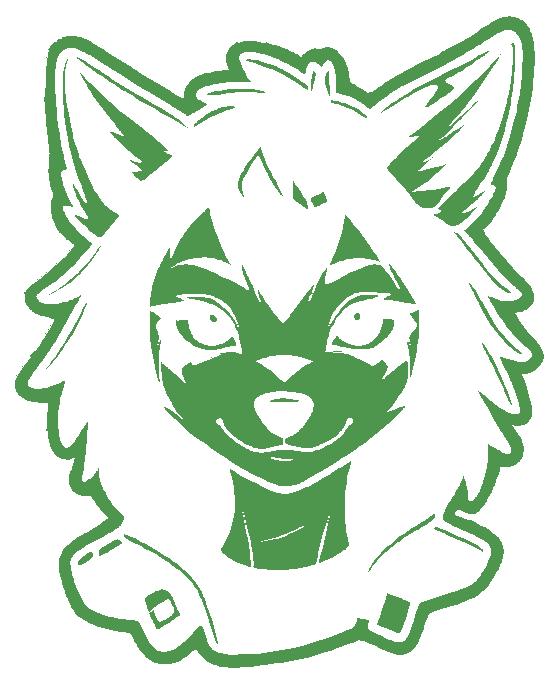
<source format=gto>
G04 #@! TF.GenerationSoftware,KiCad,Pcbnew,9.0.3*
G04 #@! TF.CreationDate,2025-08-17T22:36:11+02:00*
G04 #@! TF.ProjectId,CH32PBG,43483332-5042-4472-9e6b-696361645f70,rev?*
G04 #@! TF.SameCoordinates,Original*
G04 #@! TF.FileFunction,Legend,Top*
G04 #@! TF.FilePolarity,Positive*
%FSLAX46Y46*%
G04 Gerber Fmt 4.6, Leading zero omitted, Abs format (unit mm)*
G04 Created by KiCad (PCBNEW 9.0.3) date 2025-08-17 22:36:11*
%MOMM*%
%LPD*%
G01*
G04 APERTURE LIST*
%ADD10C,0.000000*%
%ADD11C,0.100000*%
%ADD12C,0.026458*%
G04 APERTURE END LIST*
D10*
G36*
X137016851Y-129168221D02*
G01*
X137021485Y-129168913D01*
X137026294Y-129169991D01*
X137031304Y-129171463D01*
X137036541Y-129173334D01*
X137042028Y-129175612D01*
X137047791Y-129178303D01*
X137053855Y-129181415D01*
X137060246Y-129184955D01*
X137066988Y-129188929D01*
X137074107Y-129193344D01*
X137081627Y-129198208D01*
X137097974Y-129209307D01*
X137116229Y-129222282D01*
X137136593Y-129237189D01*
X137152076Y-129246984D01*
X137176657Y-129258647D01*
X137209368Y-129272049D01*
X137249240Y-129287058D01*
X137460960Y-129360568D01*
X137584594Y-129403585D01*
X137709742Y-129449387D01*
X137770461Y-129473007D01*
X137828652Y-129496932D01*
X137883346Y-129521033D01*
X137933573Y-129545180D01*
X138426740Y-129800390D01*
X138660287Y-129925436D01*
X138885195Y-130048963D01*
X139101503Y-130171109D01*
X139309252Y-130292013D01*
X139508480Y-130411815D01*
X139699227Y-130530653D01*
X139975034Y-130702796D01*
X140224778Y-130856726D01*
X140589741Y-131082984D01*
X140930332Y-131305070D01*
X141247736Y-131524251D01*
X141543141Y-131741792D01*
X141817731Y-131958962D01*
X142072694Y-132177025D01*
X142309215Y-132397248D01*
X142528481Y-132620898D01*
X142731677Y-132849242D01*
X142919991Y-133083545D01*
X143094608Y-133325075D01*
X143256714Y-133575097D01*
X143407496Y-133834877D01*
X143548140Y-134105684D01*
X143679831Y-134388782D01*
X143803757Y-134685438D01*
X143916212Y-134978491D01*
X144035753Y-135306613D01*
X144158587Y-135658316D01*
X144280925Y-136022113D01*
X144398976Y-136386515D01*
X144508948Y-136740035D01*
X144607050Y-137071184D01*
X144689492Y-137368475D01*
X144871023Y-138064065D01*
X144922133Y-138277659D01*
X144948794Y-138415634D01*
X144953422Y-138459510D01*
X144952498Y-138488376D01*
X144946206Y-138503530D01*
X144941106Y-138506371D01*
X144934735Y-138506270D01*
X144918269Y-138497895D01*
X144896997Y-138479702D01*
X144840775Y-138419058D01*
X144840516Y-138428877D01*
X144821745Y-138406868D01*
X144812876Y-138395782D01*
X144804260Y-138384385D01*
X144795828Y-138372486D01*
X144787511Y-138359891D01*
X144779241Y-138346408D01*
X144770948Y-138331845D01*
X144762566Y-138316010D01*
X144754024Y-138298710D01*
X144745254Y-138279753D01*
X144736187Y-138258946D01*
X144726755Y-138236097D01*
X144716889Y-138211014D01*
X144695580Y-138153376D01*
X144671710Y-138084492D01*
X144644732Y-138002823D01*
X144614094Y-137906831D01*
X144579249Y-137794977D01*
X144539645Y-137665721D01*
X144494735Y-137517525D01*
X144386796Y-137158156D01*
X144089408Y-136188630D01*
X143825386Y-135394809D01*
X143700929Y-135054049D01*
X143578862Y-134745529D01*
X143457204Y-134465353D01*
X143333970Y-134209626D01*
X143207176Y-133974453D01*
X143074840Y-133755938D01*
X142934977Y-133550185D01*
X142785605Y-133353300D01*
X142624739Y-133161386D01*
X142450397Y-132970549D01*
X142260595Y-132776892D01*
X142053349Y-132576521D01*
X141915763Y-132449064D01*
X141778848Y-132328142D01*
X141638514Y-132210599D01*
X141490672Y-132093280D01*
X141331234Y-131973031D01*
X141156110Y-131846695D01*
X140961210Y-131711119D01*
X140742446Y-131563147D01*
X140541168Y-131433145D01*
X140279276Y-131270860D01*
X139655044Y-130897231D01*
X139032557Y-130537847D01*
X138772845Y-130393366D01*
X138574620Y-130288290D01*
X138071836Y-130028216D01*
X137862070Y-129914360D01*
X137678106Y-129810696D01*
X137518484Y-129716779D01*
X137381742Y-129632163D01*
X137266420Y-129556403D01*
X137171056Y-129489051D01*
X137094189Y-129429663D01*
X137034359Y-129377792D01*
X136990105Y-129332994D01*
X136959965Y-129294820D01*
X136942479Y-129262827D01*
X136936186Y-129236568D01*
X136939624Y-129215597D01*
X136951333Y-129199469D01*
X136961160Y-129191212D01*
X136970283Y-129184112D01*
X136974644Y-129181013D01*
X136978903Y-129178224D01*
X136983087Y-129175753D01*
X136987220Y-129173605D01*
X136991328Y-129171788D01*
X136995436Y-129170309D01*
X136999569Y-129169175D01*
X137003752Y-129168392D01*
X137008009Y-129167967D01*
X137012367Y-129167908D01*
X137016851Y-129168221D01*
G37*
G36*
X163228601Y-127421010D02*
G01*
X163231872Y-127421755D01*
X163234978Y-127422996D01*
X163237939Y-127424734D01*
X163240771Y-127426969D01*
X163243491Y-127429700D01*
X163246118Y-127432928D01*
X163248670Y-127436653D01*
X163251163Y-127440874D01*
X163253615Y-127445592D01*
X163258468Y-127456517D01*
X163263369Y-127469429D01*
X163268460Y-127484328D01*
X163277364Y-127509029D01*
X163285158Y-127532978D01*
X163291810Y-127556227D01*
X163297286Y-127578830D01*
X163301552Y-127600839D01*
X163304574Y-127622306D01*
X163306321Y-127643286D01*
X163306757Y-127663830D01*
X163305849Y-127683992D01*
X163303564Y-127703825D01*
X163299869Y-127723381D01*
X163294730Y-127742714D01*
X163288112Y-127761876D01*
X163279984Y-127780920D01*
X163270311Y-127799899D01*
X163259060Y-127818866D01*
X163246198Y-127837874D01*
X163231690Y-127856976D01*
X163215504Y-127876224D01*
X163197606Y-127895672D01*
X163177962Y-127915373D01*
X163156539Y-127935379D01*
X163133303Y-127955743D01*
X163108221Y-127976518D01*
X163052386Y-128019514D01*
X162988764Y-128064789D01*
X162917088Y-128112767D01*
X162837090Y-128163870D01*
X162692454Y-128255290D01*
X162528210Y-128360371D01*
X162221753Y-128559195D01*
X161984995Y-128714484D01*
X161843484Y-128806212D01*
X161816400Y-128823606D01*
X161768040Y-128853421D01*
X161618221Y-128943991D01*
X161181248Y-129204634D01*
X160800562Y-129435158D01*
X160633752Y-129539296D01*
X160483003Y-129635743D01*
X160348592Y-129724294D01*
X160230798Y-129804742D01*
X160129901Y-129876881D01*
X160046177Y-129940504D01*
X159642443Y-130264141D01*
X159298512Y-130551128D01*
X159145649Y-130684216D01*
X159003749Y-130812147D01*
X158871481Y-130936257D01*
X158747516Y-131057881D01*
X158630525Y-131178354D01*
X158519177Y-131299012D01*
X158412143Y-131421190D01*
X158308093Y-131546223D01*
X158205698Y-131675446D01*
X158103629Y-131810196D01*
X157895146Y-132101614D01*
X157813316Y-132219018D01*
X157750527Y-132307255D01*
X157705121Y-132368024D01*
X157688419Y-132388637D01*
X157675440Y-132403018D01*
X157665979Y-132411380D01*
X157662503Y-132413370D01*
X157659828Y-132413935D01*
X157657928Y-132413100D01*
X157656778Y-132410894D01*
X157656625Y-132402469D01*
X157659159Y-132388873D01*
X157664174Y-132370317D01*
X157680817Y-132319174D01*
X157680947Y-132308836D01*
X157719019Y-132206067D01*
X157762979Y-132101777D01*
X157868226Y-131888965D01*
X157996010Y-131671069D01*
X158145650Y-131448754D01*
X158316470Y-131222687D01*
X158507789Y-130993536D01*
X158718930Y-130761967D01*
X158949215Y-130528647D01*
X159197963Y-130294243D01*
X159464497Y-130059422D01*
X159748137Y-129824851D01*
X160048207Y-129591196D01*
X160364025Y-129359125D01*
X160694915Y-129129305D01*
X161040197Y-128902402D01*
X161399193Y-128679083D01*
X161662077Y-128517190D01*
X161921225Y-128352294D01*
X162171873Y-128187688D01*
X162409258Y-128026668D01*
X162628614Y-127872527D01*
X162825179Y-127728561D01*
X162994186Y-127598063D01*
X163130871Y-127484328D01*
X163147907Y-127469429D01*
X163163161Y-127456517D01*
X163176774Y-127445592D01*
X163188886Y-127436653D01*
X163194424Y-127432928D01*
X163199639Y-127429700D01*
X163204550Y-127426969D01*
X163209173Y-127424734D01*
X163213527Y-127422996D01*
X163217630Y-127421755D01*
X163221498Y-127421010D01*
X163225149Y-127420761D01*
X163228601Y-127421010D01*
G37*
G36*
X132973087Y-88772991D02*
G01*
X132979947Y-88774102D01*
X132987519Y-88775800D01*
X132995794Y-88778104D01*
X133004767Y-88781029D01*
X133014430Y-88784591D01*
X133024775Y-88788809D01*
X133035797Y-88793697D01*
X133047487Y-88799272D01*
X133059840Y-88805552D01*
X133066606Y-88809266D01*
X133074814Y-88813417D01*
X133095097Y-88822935D01*
X133147916Y-88846181D01*
X133210957Y-88873788D01*
X133244018Y-88888757D01*
X133276881Y-88904253D01*
X133337412Y-88931490D01*
X133399622Y-88961210D01*
X133464294Y-88993910D01*
X133532209Y-89030085D01*
X133604150Y-89070234D01*
X133680901Y-89114851D01*
X133851959Y-89219480D01*
X134051643Y-89347944D01*
X134286213Y-89504217D01*
X134561929Y-89692271D01*
X134885052Y-89916079D01*
X135183860Y-90122093D01*
X135471002Y-90315335D01*
X135765926Y-90507984D01*
X136088079Y-90712218D01*
X136456911Y-90940215D01*
X136891869Y-91204153D01*
X138037959Y-91888567D01*
X138097555Y-91922735D01*
X138162277Y-91960753D01*
X138298828Y-92042821D01*
X138542450Y-92192423D01*
X138897113Y-92405331D01*
X139153969Y-92558826D01*
X139425213Y-92719008D01*
X140072674Y-93101886D01*
X140613232Y-93427621D01*
X141059722Y-93704813D01*
X141424978Y-93942060D01*
X141721833Y-94147962D01*
X141963122Y-94331118D01*
X142161678Y-94500128D01*
X142330334Y-94663592D01*
X142363456Y-94698278D01*
X142391932Y-94728912D01*
X142415749Y-94755522D01*
X142434892Y-94778136D01*
X142449345Y-94796783D01*
X142454808Y-94804629D01*
X142459094Y-94811493D01*
X142462199Y-94817380D01*
X142464123Y-94822294D01*
X142464863Y-94826237D01*
X142464417Y-94829214D01*
X142462785Y-94831229D01*
X142459963Y-94832283D01*
X142455950Y-94832383D01*
X142450745Y-94831530D01*
X142444344Y-94829728D01*
X142436747Y-94826982D01*
X142417955Y-94818669D01*
X142394354Y-94806620D01*
X142365930Y-94790864D01*
X142332666Y-94771428D01*
X142294595Y-94748371D01*
X142294599Y-94748377D01*
X142294608Y-94748390D01*
X142294616Y-94748406D01*
X142294623Y-94748423D01*
X142294637Y-94748462D01*
X142294651Y-94748506D01*
X142294675Y-94748600D01*
X142294699Y-94748695D01*
X142294713Y-94748738D01*
X142294727Y-94748777D01*
X142294735Y-94748795D01*
X142294743Y-94748810D01*
X142294747Y-94748816D01*
X142280761Y-94738623D01*
X142266977Y-94729044D01*
X142253527Y-94720120D01*
X142240488Y-94711852D01*
X142215949Y-94697289D01*
X142193971Y-94685359D01*
X142175167Y-94676070D01*
X142160148Y-94669428D01*
X142149525Y-94665438D01*
X142146053Y-94664440D01*
X142143910Y-94664107D01*
X142132517Y-94660147D01*
X142110039Y-94648782D01*
X142036330Y-94606915D01*
X141805429Y-94468189D01*
X141523272Y-94297197D01*
X141385493Y-94214998D01*
X141261923Y-94143210D01*
X140607984Y-93766173D01*
X140150411Y-93494993D01*
X139810540Y-93291736D01*
X139509705Y-93118468D01*
X139029495Y-92848086D01*
X138527158Y-92558036D01*
X138085209Y-92296279D01*
X137912667Y-92190998D01*
X137786166Y-92110777D01*
X137655140Y-92026254D01*
X137500509Y-91928746D01*
X137341589Y-91830269D01*
X137197701Y-91742838D01*
X136849030Y-91532502D01*
X136501662Y-91318301D01*
X136155956Y-91100491D01*
X135812272Y-90879326D01*
X135470967Y-90655060D01*
X135132402Y-90427949D01*
X134796934Y-90198245D01*
X134464922Y-89966204D01*
X134133238Y-89731286D01*
X133918880Y-89576305D01*
X133839676Y-89516891D01*
X133770578Y-89463182D01*
X133637066Y-89353838D01*
X133460714Y-89207941D01*
X133287620Y-89068779D01*
X133136933Y-88951610D01*
X133075975Y-88906043D01*
X133027800Y-88871697D01*
X133016358Y-88863850D01*
X133005789Y-88856210D01*
X132996086Y-88848794D01*
X132987242Y-88841618D01*
X132979250Y-88834700D01*
X132972104Y-88828055D01*
X132965796Y-88821700D01*
X132960318Y-88815652D01*
X132955665Y-88809927D01*
X132951828Y-88804542D01*
X132948802Y-88799513D01*
X132946578Y-88794858D01*
X132945150Y-88790591D01*
X132944511Y-88786731D01*
X132944653Y-88783293D01*
X132945570Y-88780294D01*
X132947255Y-88777752D01*
X132949700Y-88775681D01*
X132952899Y-88774099D01*
X132956844Y-88773023D01*
X132961528Y-88772468D01*
X132966945Y-88772452D01*
X132973087Y-88772991D01*
G37*
G36*
X134205250Y-130687213D02*
G01*
X134226929Y-130690630D01*
X134247603Y-130696193D01*
X134267207Y-130703778D01*
X134285678Y-130713258D01*
X134302954Y-130724511D01*
X134318972Y-130737410D01*
X134333667Y-130751832D01*
X134346978Y-130767652D01*
X134358840Y-130784744D01*
X134369191Y-130802984D01*
X134377968Y-130822248D01*
X134385106Y-130842411D01*
X134390544Y-130863348D01*
X134394218Y-130884934D01*
X134396065Y-130907044D01*
X134396022Y-130929554D01*
X134394025Y-130952340D01*
X134390011Y-130975276D01*
X134383918Y-130998238D01*
X134375681Y-131021100D01*
X134365239Y-131043739D01*
X134352527Y-131066030D01*
X134337483Y-131087848D01*
X134320043Y-131109067D01*
X134300144Y-131129564D01*
X134277724Y-131149214D01*
X134192293Y-131216988D01*
X134103139Y-131284037D01*
X134011425Y-131349720D01*
X133918313Y-131413397D01*
X133824963Y-131474427D01*
X133732538Y-131532170D01*
X133642200Y-131585986D01*
X133555110Y-131635234D01*
X133472431Y-131679274D01*
X133395323Y-131717466D01*
X133324949Y-131749169D01*
X133262470Y-131773743D01*
X133209049Y-131790547D01*
X133165847Y-131798942D01*
X133148441Y-131799785D01*
X133134026Y-131798286D01*
X133122746Y-131794364D01*
X133114747Y-131787939D01*
X133098396Y-131765486D01*
X133085570Y-131741675D01*
X133076210Y-131716571D01*
X133070260Y-131690239D01*
X133067664Y-131662745D01*
X133068364Y-131634152D01*
X133072304Y-131604528D01*
X133079427Y-131573935D01*
X133089676Y-131542441D01*
X133102994Y-131510109D01*
X133119325Y-131477005D01*
X133138612Y-131443194D01*
X133160797Y-131408742D01*
X133185825Y-131373712D01*
X133213638Y-131338170D01*
X133244180Y-131302182D01*
X133277393Y-131265813D01*
X133313222Y-131229127D01*
X133351608Y-131192190D01*
X133392496Y-131155066D01*
X133435828Y-131117822D01*
X133481549Y-131080521D01*
X133529600Y-131043229D01*
X133579925Y-131006012D01*
X133687171Y-130932060D01*
X133802833Y-130859187D01*
X133926455Y-130787911D01*
X134057583Y-130718756D01*
X134083973Y-130706679D01*
X134109735Y-130697496D01*
X134134807Y-130691083D01*
X134159126Y-130687315D01*
X134182628Y-130686066D01*
X134205250Y-130687213D01*
G37*
G36*
X132226207Y-88959615D02*
G01*
X132229165Y-88959777D01*
X132231870Y-88960092D01*
X132234310Y-88960612D01*
X132235427Y-88960964D01*
X132236472Y-88961387D01*
X132237445Y-88961886D01*
X132238344Y-88962468D01*
X132239167Y-88963140D01*
X132239913Y-88963908D01*
X132240581Y-88964777D01*
X132241168Y-88965755D01*
X132241673Y-88966849D01*
X132242095Y-88968063D01*
X132242432Y-88969406D01*
X132242683Y-88970882D01*
X132242845Y-88972499D01*
X132242918Y-88974263D01*
X132242900Y-88976180D01*
X132242789Y-88978257D01*
X132242283Y-88982915D01*
X132241388Y-88988289D01*
X132240091Y-88994429D01*
X132238380Y-89001386D01*
X132236243Y-89009213D01*
X132233666Y-89017959D01*
X132230639Y-89027675D01*
X132227148Y-89038414D01*
X132223180Y-89050226D01*
X132218725Y-89063162D01*
X132213768Y-89077273D01*
X132202303Y-89109225D01*
X132188686Y-89146491D01*
X132154599Y-89238600D01*
X132129746Y-89308540D01*
X132107381Y-89375810D01*
X132087379Y-89441398D01*
X132069619Y-89506292D01*
X132053976Y-89571480D01*
X132040329Y-89637949D01*
X132028554Y-89706688D01*
X132018527Y-89778684D01*
X132010127Y-89854925D01*
X132003230Y-89936399D01*
X131997713Y-90024094D01*
X131993452Y-90118998D01*
X131990326Y-90222098D01*
X131988211Y-90334382D01*
X131986521Y-90590456D01*
X131990472Y-90981151D01*
X132002749Y-91356954D01*
X132023985Y-91723952D01*
X132054814Y-92088232D01*
X132095873Y-92455879D01*
X132147793Y-92832979D01*
X132211211Y-93225618D01*
X132286761Y-93639883D01*
X132473795Y-94594121D01*
X132549919Y-94953974D01*
X132621769Y-95266011D01*
X132694837Y-95553000D01*
X132774613Y-95837713D01*
X132866588Y-96142919D01*
X132976254Y-96491389D01*
X133079412Y-96817724D01*
X133134512Y-96995234D01*
X133207938Y-97214981D01*
X133324364Y-97518408D01*
X133473356Y-97881643D01*
X133644478Y-98280813D01*
X133827293Y-98692046D01*
X134011366Y-99091471D01*
X134186262Y-99455215D01*
X134341544Y-99759405D01*
X134475884Y-100003811D01*
X134611744Y-100236153D01*
X134748943Y-100456238D01*
X134887300Y-100663872D01*
X135026634Y-100858862D01*
X135166762Y-101041013D01*
X135307505Y-101210132D01*
X135448680Y-101366025D01*
X135590107Y-101508499D01*
X135731603Y-101637359D01*
X135872988Y-101752411D01*
X136014081Y-101853463D01*
X136154700Y-101940320D01*
X136294663Y-102012788D01*
X136433791Y-102070674D01*
X136571900Y-102113783D01*
X136578547Y-102115539D01*
X136584680Y-102117356D01*
X136590256Y-102119293D01*
X136595237Y-102121410D01*
X136599581Y-102123764D01*
X136601501Y-102125048D01*
X136603248Y-102126414D01*
X136604814Y-102127869D01*
X136606197Y-102129420D01*
X136607390Y-102131074D01*
X136608388Y-102132839D01*
X136609187Y-102134722D01*
X136609780Y-102136731D01*
X136610165Y-102138872D01*
X136610334Y-102141153D01*
X136610283Y-102143582D01*
X136610008Y-102146166D01*
X136609502Y-102148911D01*
X136608761Y-102151826D01*
X136607780Y-102154918D01*
X136606554Y-102158194D01*
X136605078Y-102161661D01*
X136603346Y-102165327D01*
X136599097Y-102173285D01*
X136593765Y-102182125D01*
X136587311Y-102191908D01*
X136579693Y-102202690D01*
X136570872Y-102214532D01*
X136560807Y-102227491D01*
X136549457Y-102241627D01*
X136536782Y-102256998D01*
X136522742Y-102273662D01*
X136507296Y-102291679D01*
X136490403Y-102311107D01*
X136472023Y-102332004D01*
X136430639Y-102378443D01*
X136382822Y-102431464D01*
X136328246Y-102491537D01*
X136194684Y-102644491D01*
X136046140Y-102817938D01*
X135900673Y-102990707D01*
X135776341Y-103141627D01*
X135526105Y-103448892D01*
X135334289Y-103679612D01*
X135256889Y-103769158D01*
X135190012Y-103843038D01*
X135132299Y-103902409D01*
X135082391Y-103948426D01*
X135038925Y-103982247D01*
X135000543Y-104005028D01*
X134982833Y-104012640D01*
X134965883Y-104017925D01*
X134949525Y-104021030D01*
X134933586Y-104022097D01*
X134902292Y-104018698D01*
X134870639Y-104008886D01*
X134837268Y-103993818D01*
X134800818Y-103974650D01*
X134801207Y-103979300D01*
X134732200Y-103940553D01*
X134662991Y-103898962D01*
X134592976Y-103854007D01*
X134521548Y-103805168D01*
X134448100Y-103751926D01*
X134372027Y-103693763D01*
X134292721Y-103630159D01*
X134209576Y-103560594D01*
X134121986Y-103484549D01*
X134029345Y-103401505D01*
X133931047Y-103310943D01*
X133826484Y-103212344D01*
X133596141Y-102988954D01*
X133333466Y-102727183D01*
X133085444Y-102475518D01*
X132993944Y-102380292D01*
X132922833Y-102304081D01*
X132871149Y-102245844D01*
X132837930Y-102204539D01*
X132827944Y-102189911D01*
X132822212Y-102179124D01*
X132820615Y-102172050D01*
X132821330Y-102169865D01*
X132823033Y-102168558D01*
X132830962Y-102166473D01*
X132840919Y-102165430D01*
X132866629Y-102166373D01*
X132899592Y-102171182D01*
X132939236Y-102179653D01*
X132984989Y-102191583D01*
X133036278Y-102206766D01*
X133092533Y-102224998D01*
X133153180Y-102246074D01*
X133217649Y-102269792D01*
X133285368Y-102295944D01*
X133355763Y-102324329D01*
X133428264Y-102354741D01*
X133502299Y-102386975D01*
X133577296Y-102420828D01*
X133652682Y-102456095D01*
X133727887Y-102492571D01*
X133812189Y-102534284D01*
X133846099Y-102550671D01*
X133875006Y-102564079D01*
X133899274Y-102574507D01*
X133919271Y-102581956D01*
X133935363Y-102586425D01*
X133942059Y-102587542D01*
X133947916Y-102587915D01*
X133952981Y-102587542D01*
X133957298Y-102586425D01*
X133960914Y-102584563D01*
X133963874Y-102581956D01*
X133966225Y-102578604D01*
X133968012Y-102574507D01*
X133969282Y-102569665D01*
X133970078Y-102564079D01*
X133970439Y-102550671D01*
X133969460Y-102534284D01*
X133964953Y-102492571D01*
X133960757Y-102460984D01*
X133955619Y-102430537D01*
X133949088Y-102400320D01*
X133940713Y-102369428D01*
X133930043Y-102336952D01*
X133916627Y-102301985D01*
X133900013Y-102263619D01*
X133879751Y-102220947D01*
X133855388Y-102173061D01*
X133826475Y-102119052D01*
X133792560Y-102058015D01*
X133753192Y-101989041D01*
X133707919Y-101911222D01*
X133656290Y-101823651D01*
X133532162Y-101615622D01*
X133379198Y-101357308D01*
X133248530Y-101127989D01*
X133136740Y-100920569D01*
X133040413Y-100727949D01*
X132956130Y-100543032D01*
X132880476Y-100358721D01*
X132810032Y-100167918D01*
X132741383Y-99963526D01*
X132705554Y-99849777D01*
X132676865Y-99752327D01*
X132655353Y-99671197D01*
X132641055Y-99606410D01*
X132634007Y-99557985D01*
X132633213Y-99539915D01*
X132634245Y-99525944D01*
X132637109Y-99516074D01*
X132641808Y-99510308D01*
X132648347Y-99508649D01*
X132656731Y-99511099D01*
X132666965Y-99517661D01*
X132679052Y-99528337D01*
X132692997Y-99543131D01*
X132708806Y-99562044D01*
X132746031Y-99612241D01*
X132790763Y-99678950D01*
X132843040Y-99762190D01*
X132902897Y-99861985D01*
X132970372Y-99978354D01*
X133045500Y-100111319D01*
X133150164Y-100294092D01*
X133250976Y-100461848D01*
X133347050Y-100613761D01*
X133437494Y-100749008D01*
X133521421Y-100866766D01*
X133597942Y-100966211D01*
X133666167Y-101046519D01*
X133725206Y-101106868D01*
X133774172Y-101146432D01*
X133794600Y-101158163D01*
X133812175Y-101164390D01*
X133826788Y-101165008D01*
X133838326Y-101159916D01*
X133846680Y-101149011D01*
X133851736Y-101132189D01*
X133853386Y-101109347D01*
X133851516Y-101080383D01*
X133836777Y-101003675D01*
X133806629Y-100901242D01*
X133760184Y-100772261D01*
X133714215Y-100650918D01*
X133654813Y-100489850D01*
X133589574Y-100309791D01*
X133526091Y-100131476D01*
X133386710Y-99741253D01*
X133254790Y-99378550D01*
X133041764Y-98773208D01*
X132847087Y-98165340D01*
X132669523Y-97549855D01*
X132507839Y-96921658D01*
X132360797Y-96275657D01*
X132227163Y-95606759D01*
X132105702Y-94909871D01*
X131995177Y-94179899D01*
X131935465Y-93682267D01*
X131886091Y-93123472D01*
X131847956Y-92530909D01*
X131821963Y-91931975D01*
X131809015Y-91354067D01*
X131810013Y-90824582D01*
X131825860Y-90370915D01*
X131857459Y-90020464D01*
X131873415Y-89911978D01*
X131891125Y-89806629D01*
X131910403Y-89704950D01*
X131931064Y-89607473D01*
X131952923Y-89514732D01*
X131975795Y-89427260D01*
X131999497Y-89345589D01*
X132023841Y-89270252D01*
X132048645Y-89201783D01*
X132073722Y-89140714D01*
X132098888Y-89087578D01*
X132123958Y-89042908D01*
X132148748Y-89007237D01*
X132173071Y-88981098D01*
X132196745Y-88965024D01*
X132208279Y-88960928D01*
X132219582Y-88959547D01*
X132226207Y-88959615D01*
G37*
G36*
X163432210Y-128567843D02*
G01*
X163444886Y-128568579D01*
X163458597Y-128570057D01*
X163473489Y-128572335D01*
X163489703Y-128575471D01*
X163507384Y-128579525D01*
X163526675Y-128584553D01*
X163547720Y-128590616D01*
X163570662Y-128597770D01*
X163595646Y-128606075D01*
X163622814Y-128615588D01*
X163684277Y-128638476D01*
X163756202Y-128666899D01*
X163839736Y-128701324D01*
X163936028Y-128742220D01*
X164046226Y-128790053D01*
X164171479Y-128845289D01*
X164312936Y-128908396D01*
X164471745Y-128979842D01*
X165205705Y-129305135D01*
X165819212Y-129586184D01*
X166319965Y-129827192D01*
X166715664Y-130032362D01*
X167014011Y-130205896D01*
X167129082Y-130282113D01*
X167222703Y-130351997D01*
X167295836Y-130416074D01*
X167349443Y-130474868D01*
X167384486Y-130528905D01*
X167401929Y-130578711D01*
X167405985Y-130602856D01*
X167408573Y-130624156D01*
X167409298Y-130633750D01*
X167409634Y-130642647D01*
X167409573Y-130650851D01*
X167409109Y-130658367D01*
X167408234Y-130665199D01*
X167406940Y-130671352D01*
X167405222Y-130676831D01*
X167403070Y-130681641D01*
X167400479Y-130685785D01*
X167397441Y-130689269D01*
X167393948Y-130692097D01*
X167389994Y-130694274D01*
X167385570Y-130695805D01*
X167380671Y-130696694D01*
X167375288Y-130696945D01*
X167369414Y-130696564D01*
X167363042Y-130695555D01*
X167356165Y-130693923D01*
X167348775Y-130691672D01*
X167340866Y-130688807D01*
X167332429Y-130685333D01*
X167323459Y-130681253D01*
X167303885Y-130671300D01*
X167282088Y-130658982D01*
X167258008Y-130644339D01*
X167257233Y-130644339D01*
X167083093Y-130551287D01*
X166764734Y-130391165D01*
X165898289Y-129967700D01*
X165063746Y-129569911D01*
X164785266Y-129441885D01*
X164666955Y-129393767D01*
X164663512Y-129392903D01*
X164656876Y-129390369D01*
X164634659Y-129380638D01*
X164601572Y-129365263D01*
X164558884Y-129344934D01*
X164317490Y-129227888D01*
X164048030Y-129099062D01*
X163786419Y-128979778D01*
X163668957Y-128928332D01*
X163565938Y-128884813D01*
X163481524Y-128851070D01*
X163419873Y-128828947D01*
X163401009Y-128822592D01*
X163383205Y-128815850D01*
X163366464Y-128808751D01*
X163350794Y-128801323D01*
X163336200Y-128793594D01*
X163322688Y-128785593D01*
X163310263Y-128777349D01*
X163298931Y-128768890D01*
X163288698Y-128760245D01*
X163279570Y-128751442D01*
X163271552Y-128742510D01*
X163264651Y-128733477D01*
X163258871Y-128724373D01*
X163254219Y-128715225D01*
X163250701Y-128706063D01*
X163248322Y-128696914D01*
X163247087Y-128687808D01*
X163247004Y-128678772D01*
X163248076Y-128669837D01*
X163250312Y-128661029D01*
X163253714Y-128652378D01*
X163258291Y-128643913D01*
X163264047Y-128635661D01*
X163270988Y-128627652D01*
X163279120Y-128619914D01*
X163288449Y-128612475D01*
X163298980Y-128605365D01*
X163310720Y-128598611D01*
X163323673Y-128592243D01*
X163337846Y-128586288D01*
X163353244Y-128580776D01*
X163369874Y-128575735D01*
X163379348Y-128573247D01*
X163388997Y-128571149D01*
X163398964Y-128569502D01*
X163409393Y-128568363D01*
X163420427Y-128567791D01*
X163432210Y-128567843D01*
G37*
G36*
X144190039Y-101482620D02*
G01*
X144194188Y-101483993D01*
X144197879Y-101486399D01*
X144201154Y-101489845D01*
X144204051Y-101494338D01*
X144206609Y-101499887D01*
X144208869Y-101506497D01*
X144210870Y-101514177D01*
X144212652Y-101522935D01*
X144215715Y-101543712D01*
X144218376Y-101568887D01*
X144223759Y-101632674D01*
X144249177Y-101838192D01*
X144292552Y-102073839D01*
X144352308Y-102335369D01*
X144426867Y-102618540D01*
X144514653Y-102919106D01*
X144614091Y-103232823D01*
X144841614Y-103882732D01*
X145096824Y-104534312D01*
X145367110Y-105153608D01*
X145503966Y-105440539D01*
X145639862Y-105706666D01*
X145773220Y-105947744D01*
X145902466Y-106159529D01*
X145951494Y-106236032D01*
X145970674Y-106266801D01*
X145986273Y-106292806D01*
X145998273Y-106314214D01*
X146006655Y-106331193D01*
X146009483Y-106338075D01*
X146011400Y-106343913D01*
X146012402Y-106348728D01*
X146012489Y-106352540D01*
X146011657Y-106355372D01*
X146009904Y-106357243D01*
X146007227Y-106358176D01*
X146003625Y-106358190D01*
X145999095Y-106357308D01*
X145993635Y-106355549D01*
X145979915Y-106349488D01*
X145962445Y-106340175D01*
X145941207Y-106327779D01*
X145887353Y-106294405D01*
X145846080Y-106269359D01*
X145801665Y-106244391D01*
X145754025Y-106219470D01*
X145703082Y-106194565D01*
X145648757Y-106169645D01*
X145590969Y-106144678D01*
X145529639Y-106119635D01*
X145464686Y-106094483D01*
X145396033Y-106069192D01*
X145323598Y-106043730D01*
X145167065Y-105992172D01*
X144994451Y-105939560D01*
X144805119Y-105885645D01*
X144587919Y-105832921D01*
X144362624Y-105792998D01*
X144130718Y-105765646D01*
X143893685Y-105750633D01*
X143653010Y-105747728D01*
X143410178Y-105756702D01*
X143166674Y-105777322D01*
X142923982Y-105809358D01*
X142683586Y-105852580D01*
X142446972Y-105906755D01*
X142215624Y-105971654D01*
X141991026Y-106047046D01*
X141774664Y-106132699D01*
X141568022Y-106228383D01*
X141372584Y-106333867D01*
X141189835Y-106448920D01*
X141138687Y-106484242D01*
X141094783Y-106515595D01*
X141058121Y-106542974D01*
X141028703Y-106566369D01*
X141006528Y-106585773D01*
X140998157Y-106593977D01*
X140991597Y-106601179D01*
X140986848Y-106607381D01*
X140983910Y-106612580D01*
X140982784Y-106616775D01*
X140983468Y-106619966D01*
X140985963Y-106622152D01*
X140990269Y-106623332D01*
X140996387Y-106623505D01*
X141004315Y-106622669D01*
X141014055Y-106620825D01*
X141025606Y-106617970D01*
X141054141Y-106609227D01*
X141089922Y-106596433D01*
X141132947Y-106579580D01*
X141183218Y-106558660D01*
X141240735Y-106533667D01*
X141409544Y-106467089D01*
X141581083Y-106413786D01*
X141756405Y-106373939D01*
X141936561Y-106347729D01*
X142122604Y-106335339D01*
X142315586Y-106336950D01*
X142516560Y-106352744D01*
X142726578Y-106382902D01*
X142946693Y-106427606D01*
X143177957Y-106487038D01*
X143421422Y-106561380D01*
X143678141Y-106650812D01*
X143949166Y-106755518D01*
X144235549Y-106875678D01*
X144538343Y-107011474D01*
X144858601Y-107163088D01*
X145305651Y-107377601D01*
X145748341Y-107585478D01*
X146121461Y-107756437D01*
X146359803Y-107860201D01*
X146436969Y-107892538D01*
X146512093Y-107926655D01*
X146587081Y-107963557D01*
X146663838Y-108004251D01*
X146744272Y-108049740D01*
X146830287Y-108101031D01*
X146923791Y-108159129D01*
X147026688Y-108225039D01*
X147253201Y-108371518D01*
X147418555Y-108475515D01*
X147480127Y-108511313D01*
X147528604Y-108536165D01*
X147548161Y-108544453D01*
X147564718Y-108549964D01*
X147578368Y-108552685D01*
X147589202Y-108552602D01*
X147597311Y-108549701D01*
X147602787Y-108543969D01*
X147605721Y-108535393D01*
X147606204Y-108523958D01*
X147604329Y-108509652D01*
X147600186Y-108492461D01*
X147585465Y-108449370D01*
X147562771Y-108394575D01*
X147532838Y-108327969D01*
X147454178Y-108158892D01*
X147357378Y-107941544D01*
X147270673Y-107727296D01*
X147194691Y-107518233D01*
X147130056Y-107316436D01*
X147077393Y-107123990D01*
X147055747Y-107031924D01*
X147037328Y-106942977D01*
X147022214Y-106857409D01*
X147010485Y-106775480D01*
X147002218Y-106697452D01*
X146997490Y-106623583D01*
X146995265Y-106567287D01*
X146994035Y-106518539D01*
X146993909Y-106477331D01*
X146994992Y-106443653D01*
X146997390Y-106417496D01*
X146999116Y-106407236D01*
X147001210Y-106398852D01*
X147003687Y-106392344D01*
X147006559Y-106387711D01*
X147009840Y-106384951D01*
X147013542Y-106384064D01*
X147017680Y-106385048D01*
X147022267Y-106387902D01*
X147027315Y-106392625D01*
X147032839Y-106399216D01*
X147045364Y-106417996D01*
X147059950Y-106444235D01*
X147076702Y-106477921D01*
X147095728Y-106519048D01*
X147117132Y-106567605D01*
X147141022Y-106623583D01*
X147165980Y-106680157D01*
X147202224Y-106758749D01*
X147301784Y-106967748D01*
X147426125Y-107222094D01*
X147561669Y-107493300D01*
X147667924Y-107704160D01*
X147752305Y-107875324D01*
X147819028Y-108016949D01*
X147872307Y-108139189D01*
X147916358Y-108252200D01*
X147955394Y-108366138D01*
X147993630Y-108491158D01*
X148035283Y-108637415D01*
X148039806Y-108652011D01*
X148046555Y-108670805D01*
X148066187Y-108719856D01*
X148093104Y-108782301D01*
X148126232Y-108855878D01*
X148164495Y-108938320D01*
X148206819Y-109027363D01*
X148252128Y-109120742D01*
X148299347Y-109216192D01*
X148415972Y-109444611D01*
X148464430Y-109535398D01*
X148506367Y-109610588D01*
X148541821Y-109670193D01*
X148570828Y-109714226D01*
X148593425Y-109742701D01*
X148602332Y-109751107D01*
X148609650Y-109755629D01*
X148615384Y-109756267D01*
X148619538Y-109753024D01*
X148622118Y-109745900D01*
X148623128Y-109734899D01*
X148620455Y-109701266D01*
X148611557Y-109652138D01*
X148596471Y-109587529D01*
X148575233Y-109507451D01*
X148547881Y-109411917D01*
X148514451Y-109300940D01*
X148434580Y-109031193D01*
X148403551Y-108917011D01*
X148378453Y-108816797D01*
X148359281Y-108730680D01*
X148346029Y-108658792D01*
X148338693Y-108601262D01*
X148337266Y-108558221D01*
X148338766Y-108542174D01*
X148341743Y-108529798D01*
X148346194Y-108521110D01*
X148352119Y-108516125D01*
X148359518Y-108514859D01*
X148368390Y-108517330D01*
X148378733Y-108523553D01*
X148390549Y-108533545D01*
X148418591Y-108564900D01*
X148452511Y-108611525D01*
X148492304Y-108673550D01*
X148537964Y-108751105D01*
X148633744Y-108917890D01*
X148717009Y-109060258D01*
X148793106Y-109186542D01*
X148867385Y-109305075D01*
X148945195Y-109424189D01*
X149031884Y-109552217D01*
X149132802Y-109697491D01*
X149253296Y-109868346D01*
X149441328Y-110128422D01*
X149635991Y-110388389D01*
X149828596Y-110637576D01*
X150010451Y-110865314D01*
X150172868Y-111060932D01*
X150307155Y-111213759D01*
X150404623Y-111313125D01*
X150436834Y-111339426D01*
X150456582Y-111348360D01*
X150459081Y-111348250D01*
X150461615Y-111347920D01*
X150464186Y-111347373D01*
X150466797Y-111346609D01*
X150469449Y-111345631D01*
X150472146Y-111344440D01*
X150474888Y-111343037D01*
X150477679Y-111341424D01*
X150480520Y-111339604D01*
X150483415Y-111337577D01*
X150486365Y-111335344D01*
X150489372Y-111332909D01*
X150495569Y-111327434D01*
X150502023Y-111321166D01*
X150508752Y-111314116D01*
X150515776Y-111306298D01*
X150523111Y-111297724D01*
X150530776Y-111288408D01*
X150538790Y-111278362D01*
X150547170Y-111267600D01*
X150565102Y-111243975D01*
X150570962Y-111234466D01*
X150578201Y-111223644D01*
X150596401Y-111198474D01*
X150618867Y-111169296D01*
X150644764Y-111136938D01*
X150673260Y-111102231D01*
X150703519Y-111066004D01*
X150765992Y-110992308D01*
X150799367Y-110951636D01*
X150836467Y-110905484D01*
X150916921Y-110803108D01*
X150997520Y-110697924D01*
X151068429Y-110602671D01*
X151379774Y-110183872D01*
X151861227Y-109548277D01*
X152384465Y-108864332D01*
X152821164Y-108300486D01*
X152904625Y-108194664D01*
X152967758Y-108116476D01*
X152992359Y-108087266D01*
X153012666Y-108064389D01*
X153028943Y-108047654D01*
X153041452Y-108036870D01*
X153046376Y-108033649D01*
X153050456Y-108031845D01*
X153053726Y-108031432D01*
X153056218Y-108032387D01*
X153057966Y-108034687D01*
X153059001Y-108038306D01*
X153059068Y-108049409D01*
X153056682Y-108065505D01*
X153052104Y-108086403D01*
X153037430Y-108141836D01*
X152954491Y-108449831D01*
X152930787Y-108534183D01*
X152906706Y-108613837D01*
X152895407Y-108649100D01*
X152885072Y-108679829D01*
X152876054Y-108704901D01*
X152868706Y-108723196D01*
X152766853Y-108954525D01*
X152684440Y-109147073D01*
X152620593Y-109303286D01*
X152574441Y-109425610D01*
X152545113Y-109516492D01*
X152536485Y-109550907D01*
X152531736Y-109578379D01*
X152530757Y-109599214D01*
X152533438Y-109613717D01*
X152539671Y-109622195D01*
X152549347Y-109624953D01*
X152555033Y-109623121D01*
X152562316Y-109617741D01*
X152581299Y-109597032D01*
X152605554Y-109564213D01*
X152634336Y-109520671D01*
X152666902Y-109467794D01*
X152702510Y-109406969D01*
X152779872Y-109267028D01*
X152860474Y-109111947D01*
X152938368Y-108952827D01*
X152974440Y-108875222D01*
X153007605Y-108800769D01*
X153037118Y-108730857D01*
X153062237Y-108666872D01*
X153214551Y-108257075D01*
X153258766Y-108141638D01*
X153305157Y-108029465D01*
X153354567Y-107918879D01*
X153407838Y-107808202D01*
X153465815Y-107695757D01*
X153529341Y-107579865D01*
X153599259Y-107458850D01*
X153676411Y-107331034D01*
X153953396Y-106880934D01*
X153990461Y-106822146D01*
X154024958Y-106770978D01*
X154056733Y-106727443D01*
X154085631Y-106691555D01*
X154098953Y-106676483D01*
X154111498Y-106663328D01*
X154123247Y-106652092D01*
X154134180Y-106642775D01*
X154144278Y-106635381D01*
X154153522Y-106629910D01*
X154161893Y-106626365D01*
X154169370Y-106624747D01*
X154175936Y-106625058D01*
X154181570Y-106627299D01*
X154186253Y-106631472D01*
X154189966Y-106637579D01*
X154192690Y-106645622D01*
X154194405Y-106655602D01*
X154195092Y-106667522D01*
X154194732Y-106681381D01*
X154193305Y-106697184D01*
X154190793Y-106714930D01*
X154187175Y-106734622D01*
X154182433Y-106756262D01*
X154169498Y-106805391D01*
X154151833Y-106862330D01*
X154126028Y-106943124D01*
X154102723Y-107021410D01*
X154081912Y-107097247D01*
X154063587Y-107170692D01*
X154047743Y-107241807D01*
X154034371Y-107310649D01*
X154023465Y-107377278D01*
X154015019Y-107441752D01*
X154009025Y-107504131D01*
X154005478Y-107564473D01*
X154004369Y-107622839D01*
X154005692Y-107679286D01*
X154009441Y-107733873D01*
X154015609Y-107786661D01*
X154024188Y-107837708D01*
X154035172Y-107887072D01*
X154064339Y-108006833D01*
X154073326Y-108043750D01*
X154076645Y-108059157D01*
X154076933Y-108060792D01*
X154077782Y-108062211D01*
X154079170Y-108063415D01*
X154081072Y-108064406D01*
X154083468Y-108065186D01*
X154086334Y-108065755D01*
X154089647Y-108066116D01*
X154093386Y-108066271D01*
X154102046Y-108065965D01*
X154112133Y-108064852D01*
X154123466Y-108062945D01*
X154135863Y-108060255D01*
X154149142Y-108056796D01*
X154163123Y-108052581D01*
X154177624Y-108047622D01*
X154192462Y-108041933D01*
X154207457Y-108035526D01*
X154222428Y-108028415D01*
X154237192Y-108020612D01*
X154244440Y-108016454D01*
X154251568Y-108012129D01*
X154270213Y-108001509D01*
X154289715Y-107991113D01*
X154309490Y-107981164D01*
X154328953Y-107971888D01*
X154347520Y-107963508D01*
X154364606Y-107956248D01*
X154379627Y-107950333D01*
X154391999Y-107945986D01*
X154411141Y-107939409D01*
X154440730Y-107927140D01*
X154525542Y-107888431D01*
X154635025Y-107835673D01*
X154757771Y-107774678D01*
X154882370Y-107711261D01*
X154997413Y-107651235D01*
X155091491Y-107600414D01*
X155153195Y-107564612D01*
X155355247Y-107440559D01*
X155565879Y-107319116D01*
X155783046Y-107201087D01*
X156004701Y-107087276D01*
X156228800Y-106978488D01*
X156453296Y-106875529D01*
X156676146Y-106779202D01*
X156895303Y-106690312D01*
X157108723Y-106609664D01*
X157314359Y-106538063D01*
X157510166Y-106476313D01*
X157694100Y-106425220D01*
X157864114Y-106385586D01*
X158018164Y-106358218D01*
X158154204Y-106343920D01*
X158270188Y-106343497D01*
X158361679Y-106351028D01*
X158444516Y-106360023D01*
X158519817Y-106371304D01*
X158588697Y-106385694D01*
X158621079Y-106394311D01*
X158652275Y-106404013D01*
X158682425Y-106414904D01*
X158711668Y-106427085D01*
X158740144Y-106440661D01*
X158767992Y-106455732D01*
X158795353Y-106472402D01*
X158822365Y-106490775D01*
X158849169Y-106510952D01*
X158875904Y-106533036D01*
X158902710Y-106557131D01*
X158929726Y-106583339D01*
X158957092Y-106611762D01*
X158984948Y-106642504D01*
X159042687Y-106711354D01*
X159104060Y-106790710D01*
X159170184Y-106881396D01*
X159242177Y-106984233D01*
X159321156Y-107100043D01*
X159821511Y-107835398D01*
X160025812Y-108136218D01*
X160168389Y-108349062D01*
X160186400Y-108376783D01*
X160202766Y-108401313D01*
X160217675Y-108422783D01*
X160231309Y-108441320D01*
X160243855Y-108457053D01*
X160255498Y-108470110D01*
X160266422Y-108480622D01*
X160271673Y-108484963D01*
X160276814Y-108488715D01*
X160281867Y-108491896D01*
X160286856Y-108494520D01*
X160291805Y-108496604D01*
X160296736Y-108498164D01*
X160301673Y-108499216D01*
X160306638Y-108499777D01*
X160311655Y-108499861D01*
X160316747Y-108499486D01*
X160321937Y-108498667D01*
X160327248Y-108497421D01*
X160338326Y-108493710D01*
X160350166Y-108488483D01*
X160362954Y-108481867D01*
X160368810Y-108478298D01*
X160374188Y-108474639D01*
X160379077Y-108470858D01*
X160383469Y-108466918D01*
X160387352Y-108462787D01*
X160390717Y-108458430D01*
X160393555Y-108453812D01*
X160395855Y-108448900D01*
X160397607Y-108443658D01*
X160398803Y-108438052D01*
X160399431Y-108432048D01*
X160399481Y-108425612D01*
X160398945Y-108418710D01*
X160397812Y-108411306D01*
X160396073Y-108403367D01*
X160393717Y-108394858D01*
X160390734Y-108385745D01*
X160387116Y-108375994D01*
X160382851Y-108365570D01*
X160377930Y-108354439D01*
X160372343Y-108342566D01*
X160366081Y-108329918D01*
X160359133Y-108316459D01*
X160351489Y-108302156D01*
X160343141Y-108286975D01*
X160334077Y-108270879D01*
X160313764Y-108235812D01*
X160290472Y-108196680D01*
X160264123Y-108153208D01*
X160168927Y-107989139D01*
X160061680Y-107790697D01*
X159947990Y-107569485D01*
X159833464Y-107337106D01*
X159723710Y-107105164D01*
X159624336Y-106885261D01*
X159540949Y-106688999D01*
X159479157Y-106527983D01*
X159440139Y-106416054D01*
X159425220Y-106371567D01*
X159413513Y-106334544D01*
X159405131Y-106304846D01*
X159400189Y-106282332D01*
X159399043Y-106273725D01*
X159398799Y-106266862D01*
X159399472Y-106261725D01*
X159401076Y-106258297D01*
X159403625Y-106256560D01*
X159407134Y-106256497D01*
X159411616Y-106258089D01*
X159417085Y-106261320D01*
X159431045Y-106272628D01*
X159449125Y-106290280D01*
X159471441Y-106314137D01*
X159498106Y-106344057D01*
X159564938Y-106421530D01*
X159680547Y-106558695D01*
X159793659Y-106697967D01*
X159904548Y-106839709D01*
X160013490Y-106984286D01*
X160120760Y-107132060D01*
X160226635Y-107283395D01*
X160331390Y-107438654D01*
X160435299Y-107598200D01*
X160512835Y-107719237D01*
X160599792Y-107852966D01*
X160685538Y-107983207D01*
X160759438Y-108093779D01*
X161064202Y-108544913D01*
X161126475Y-108639600D01*
X161190096Y-108740040D01*
X161252092Y-108841134D01*
X161309487Y-108937784D01*
X161359307Y-109024889D01*
X161398575Y-109097351D01*
X161424318Y-109150071D01*
X161431187Y-109167435D01*
X161433560Y-109177950D01*
X161445143Y-109199017D01*
X161458727Y-109223215D01*
X161476710Y-109254626D01*
X161498496Y-109291826D01*
X161523489Y-109333392D01*
X161551092Y-109377901D01*
X161565686Y-109400814D01*
X161580708Y-109423929D01*
X161637927Y-109511094D01*
X161684706Y-109585225D01*
X161702690Y-109614966D01*
X161716273Y-109638524D01*
X161724861Y-109654924D01*
X161727095Y-109660135D01*
X161727856Y-109663191D01*
X161726538Y-109667323D01*
X161722544Y-109670896D01*
X161715816Y-109673902D01*
X161706295Y-109676334D01*
X161693922Y-109678183D01*
X161678639Y-109679442D01*
X161639106Y-109680156D01*
X161587227Y-109678416D01*
X161522532Y-109674156D01*
X161444551Y-109667315D01*
X161352815Y-109657831D01*
X161246853Y-109645639D01*
X161126197Y-109630677D01*
X160838921Y-109592193D01*
X160487229Y-109541876D01*
X160067364Y-109479224D01*
X159444382Y-109388500D01*
X159251886Y-109357466D01*
X159123283Y-109332463D01*
X159079325Y-109321398D01*
X159046998Y-109310852D01*
X159024855Y-109300492D01*
X159011451Y-109289991D01*
X159005337Y-109279017D01*
X159005066Y-109267241D01*
X159016266Y-109239962D01*
X159019762Y-109234482D01*
X159024026Y-109228621D01*
X159034712Y-109215872D01*
X159048039Y-109201942D01*
X159063722Y-109187058D01*
X159081475Y-109171447D01*
X159101011Y-109155337D01*
X159122046Y-109138954D01*
X159144293Y-109122526D01*
X159167466Y-109106280D01*
X159191281Y-109090442D01*
X159215450Y-109075241D01*
X159239689Y-109060902D01*
X159263711Y-109047653D01*
X159287230Y-109035722D01*
X159309962Y-109025334D01*
X159331620Y-109016718D01*
X159408660Y-108987006D01*
X159474645Y-108959624D01*
X159529532Y-108934481D01*
X159573280Y-108911486D01*
X159590964Y-108900765D01*
X159605846Y-108890546D01*
X159617923Y-108880819D01*
X159627187Y-108871571D01*
X159633636Y-108862791D01*
X159637262Y-108854468D01*
X159638061Y-108846591D01*
X159636027Y-108839147D01*
X159631155Y-108832125D01*
X159623440Y-108825515D01*
X159612877Y-108819304D01*
X159599460Y-108813481D01*
X159583184Y-108808035D01*
X159564043Y-108802953D01*
X159542032Y-108798226D01*
X159517147Y-108793841D01*
X159458730Y-108786051D01*
X159388750Y-108779493D01*
X159307163Y-108774075D01*
X159213929Y-108769705D01*
X159137352Y-108768066D01*
X159053791Y-108763665D01*
X158965936Y-108757279D01*
X158876479Y-108749681D01*
X158703529Y-108733952D01*
X158625418Y-108727372D01*
X158556473Y-108722681D01*
X158318049Y-108704503D01*
X158040100Y-108692750D01*
X157741011Y-108687646D01*
X157439164Y-108689415D01*
X157152940Y-108698281D01*
X156900723Y-108714469D01*
X156793112Y-108725378D01*
X156700895Y-108738202D01*
X156626372Y-108752968D01*
X156571839Y-108769705D01*
X156496743Y-108796459D01*
X156420557Y-108827680D01*
X156265553Y-108902858D01*
X156108098Y-108993910D01*
X155949463Y-109099507D01*
X155790918Y-109218320D01*
X155633735Y-109349022D01*
X155479185Y-109490284D01*
X155328539Y-109640777D01*
X155183067Y-109799173D01*
X155044041Y-109964144D01*
X154912732Y-110134360D01*
X154790410Y-110308493D01*
X154678346Y-110485215D01*
X154577812Y-110663198D01*
X154490079Y-110841112D01*
X154416417Y-111017630D01*
X154381790Y-111113327D01*
X154351885Y-111203754D01*
X154326696Y-111288087D01*
X154306217Y-111365503D01*
X154290444Y-111435176D01*
X154279371Y-111496282D01*
X154272992Y-111547997D01*
X154271303Y-111589496D01*
X154274298Y-111619956D01*
X154277551Y-111630788D01*
X154281972Y-111638552D01*
X154287562Y-111643143D01*
X154294320Y-111644459D01*
X154302245Y-111642396D01*
X154311336Y-111636853D01*
X154321593Y-111627725D01*
X154333015Y-111614910D01*
X154359351Y-111577805D01*
X154390340Y-111524714D01*
X154425976Y-111454813D01*
X154483999Y-111340051D01*
X154554205Y-111214699D01*
X154635078Y-111080728D01*
X154725104Y-110940108D01*
X154822768Y-110794810D01*
X154926553Y-110646805D01*
X155146427Y-110350553D01*
X155372606Y-110067115D01*
X155484271Y-109935127D01*
X155592966Y-109812254D01*
X155697176Y-109700467D01*
X155795386Y-109601735D01*
X155886080Y-109518029D01*
X155967743Y-109451319D01*
X156080891Y-109369697D01*
X156194257Y-109295452D01*
X156308529Y-109228429D01*
X156424393Y-109168471D01*
X156542537Y-109115424D01*
X156663649Y-109069130D01*
X156788415Y-109029433D01*
X156917523Y-108996179D01*
X157051661Y-108969210D01*
X157191516Y-108948372D01*
X157337774Y-108933508D01*
X157491124Y-108924461D01*
X157652252Y-108921077D01*
X157821847Y-108923199D01*
X158000594Y-108930672D01*
X158189183Y-108943339D01*
X158344607Y-108956670D01*
X158466090Y-108968692D01*
X158555310Y-108979892D01*
X158588346Y-108985334D01*
X158613947Y-108990752D01*
X158632321Y-108996206D01*
X158643680Y-109001758D01*
X158646793Y-109004589D01*
X158648231Y-109007466D01*
X158648020Y-109010399D01*
X158646187Y-109013393D01*
X158637755Y-109019598D01*
X158623148Y-109026143D01*
X158602573Y-109033087D01*
X158576241Y-109040491D01*
X158565619Y-109041139D01*
X158552951Y-109043009D01*
X158538402Y-109045989D01*
X158522137Y-109049971D01*
X158485116Y-109060494D01*
X158443205Y-109073693D01*
X158349981Y-109104586D01*
X158301303Y-109120511D01*
X158253003Y-109135577D01*
X158116819Y-109174253D01*
X157916880Y-109228723D01*
X157680073Y-109291526D01*
X157433285Y-109355200D01*
X157016165Y-109462432D01*
X156688120Y-109553016D01*
X156551742Y-109594735D01*
X156430723Y-109635498D01*
X156322758Y-109676370D01*
X156225544Y-109718421D01*
X156136778Y-109762719D01*
X156054157Y-109810332D01*
X155975376Y-109862327D01*
X155898133Y-109919774D01*
X155820124Y-109983740D01*
X155739045Y-110055292D01*
X155558465Y-110225432D01*
X155424071Y-110361718D01*
X155294412Y-110507319D01*
X155169695Y-110661800D01*
X155050129Y-110824724D01*
X154935922Y-110995658D01*
X154827281Y-111174165D01*
X154724415Y-111359810D01*
X154627532Y-111552159D01*
X154536839Y-111750775D01*
X154452544Y-111955224D01*
X154374856Y-112165070D01*
X154303983Y-112379877D01*
X154240131Y-112599212D01*
X154183511Y-112822638D01*
X154134329Y-113049721D01*
X154092793Y-113280024D01*
X154062845Y-113464288D01*
X154051780Y-113537947D01*
X154043896Y-113600329D01*
X154039621Y-113652214D01*
X154039387Y-113694379D01*
X154040919Y-113712061D01*
X154043623Y-113727605D01*
X154047552Y-113741109D01*
X154052760Y-113752670D01*
X154059300Y-113762385D01*
X154067227Y-113770352D01*
X154076594Y-113776669D01*
X154087455Y-113781432D01*
X154099864Y-113784739D01*
X154113874Y-113786687D01*
X154129539Y-113787374D01*
X154146914Y-113786897D01*
X154187005Y-113782841D01*
X154234577Y-113775297D01*
X154353886Y-113752863D01*
X154455344Y-113735659D01*
X154562681Y-113721787D01*
X154674731Y-113711176D01*
X154790329Y-113703755D01*
X154908307Y-113699453D01*
X155027499Y-113698198D01*
X155146740Y-113699920D01*
X155264862Y-113704547D01*
X155380700Y-113712008D01*
X155493087Y-113722233D01*
X155600856Y-113735149D01*
X155702843Y-113750685D01*
X155797879Y-113768771D01*
X155884799Y-113789336D01*
X155962437Y-113812307D01*
X156029625Y-113837614D01*
X156060836Y-113851711D01*
X156094388Y-113865608D01*
X156129257Y-113879155D01*
X156164419Y-113892198D01*
X156287491Y-113936316D01*
X156368447Y-113963321D01*
X156455020Y-113994635D01*
X156641494Y-114068494D01*
X156839869Y-114154489D01*
X157043097Y-114249216D01*
X157244133Y-114349272D01*
X157435931Y-114451254D01*
X157611444Y-114551759D01*
X157763627Y-114647383D01*
X157831020Y-114691676D01*
X157887005Y-114727321D01*
X157932913Y-114754972D01*
X157952504Y-114766004D01*
X157970076Y-114775284D01*
X157985794Y-114782891D01*
X157999826Y-114788909D01*
X158012338Y-114793420D01*
X158023497Y-114796504D01*
X158033468Y-114798243D01*
X158042419Y-114798720D01*
X158050517Y-114798016D01*
X158057927Y-114796213D01*
X158079838Y-114786070D01*
X158109223Y-114770276D01*
X158185977Y-114724664D01*
X158279309Y-114665232D01*
X158380339Y-114597838D01*
X158480189Y-114528336D01*
X158569978Y-114462583D01*
X158608325Y-114432942D01*
X158640827Y-114406435D01*
X158666375Y-114383793D01*
X158683857Y-114365748D01*
X158736565Y-114308901D01*
X158806328Y-114365748D01*
X158827121Y-114381716D01*
X158849956Y-114401282D01*
X158874530Y-114424079D01*
X158900539Y-114449745D01*
X158927680Y-114477915D01*
X158955650Y-114508225D01*
X158984143Y-114540311D01*
X159012857Y-114573809D01*
X159041487Y-114608354D01*
X159069730Y-114643583D01*
X159097283Y-114679132D01*
X159123841Y-114714636D01*
X159149101Y-114749730D01*
X159172759Y-114784052D01*
X159194512Y-114817237D01*
X159214055Y-114848921D01*
X159300744Y-114993098D01*
X159276455Y-115110922D01*
X159270352Y-115136579D01*
X159262296Y-115164563D01*
X159252258Y-115194935D01*
X159240211Y-115227759D01*
X159226127Y-115263096D01*
X159209978Y-115301008D01*
X159191736Y-115341558D01*
X159171374Y-115384806D01*
X159124177Y-115479651D01*
X159068165Y-115586037D01*
X159003114Y-115704463D01*
X158928803Y-115835425D01*
X158889051Y-115905625D01*
X158856365Y-115965996D01*
X158831026Y-116016470D01*
X158813317Y-116056980D01*
X158807412Y-116073477D01*
X158803521Y-116087458D01*
X158801678Y-116098914D01*
X158801920Y-116107838D01*
X158804281Y-116114219D01*
X158806267Y-116116454D01*
X158808796Y-116118051D01*
X158815502Y-116119324D01*
X158824433Y-116118030D01*
X158835625Y-116114161D01*
X158849113Y-116107709D01*
X158864933Y-116098664D01*
X158883119Y-116087019D01*
X158926732Y-116055894D01*
X158980235Y-116014265D01*
X159043912Y-115962066D01*
X159118044Y-115899230D01*
X159202915Y-115825688D01*
X159298806Y-115741373D01*
X159537380Y-115532907D01*
X159775805Y-115329860D01*
X160007681Y-115137314D01*
X160226607Y-114960349D01*
X160426185Y-114804047D01*
X160600015Y-114673488D01*
X160741698Y-114573753D01*
X160798484Y-114537033D01*
X160844834Y-114509924D01*
X160857508Y-114503634D01*
X160869642Y-114498934D01*
X160881244Y-114495862D01*
X160886849Y-114494949D01*
X160892324Y-114494456D01*
X160897671Y-114494388D01*
X160902891Y-114494751D01*
X160907984Y-114495549D01*
X160912953Y-114496787D01*
X160917798Y-114498469D01*
X160922520Y-114500599D01*
X160927121Y-114503184D01*
X160931601Y-114506226D01*
X160935962Y-114509732D01*
X160940205Y-114513705D01*
X160944330Y-114518150D01*
X160948340Y-114523072D01*
X160956017Y-114534365D01*
X160963244Y-114547622D01*
X160970030Y-114562879D01*
X160976384Y-114580175D01*
X160982316Y-114599545D01*
X160987834Y-114621029D01*
X160992947Y-114644662D01*
X160997664Y-114670482D01*
X161001996Y-114698526D01*
X161005949Y-114728833D01*
X161009535Y-114761438D01*
X161012761Y-114796379D01*
X161015637Y-114833694D01*
X161018171Y-114873420D01*
X161020374Y-114915594D01*
X161022253Y-114960253D01*
X161023818Y-115007435D01*
X161025079Y-115057176D01*
X161026721Y-115164489D01*
X161027253Y-115282488D01*
X161025681Y-115463833D01*
X161020436Y-115630364D01*
X161010717Y-115784393D01*
X160995728Y-115928232D01*
X160974670Y-116064192D01*
X160946746Y-116194585D01*
X160911157Y-116321724D01*
X160867105Y-116447919D01*
X160813792Y-116575483D01*
X160750420Y-116706727D01*
X160676190Y-116843964D01*
X160590306Y-116989504D01*
X160491969Y-117145661D01*
X160380381Y-117314746D01*
X160114258Y-117700945D01*
X159917071Y-117969468D01*
X159728025Y-118204586D01*
X159551077Y-118407254D01*
X159390184Y-118578426D01*
X159249302Y-118719060D01*
X159132388Y-118830109D01*
X158986292Y-118967275D01*
X158965023Y-118995303D01*
X158969065Y-118999596D01*
X158983549Y-118997568D01*
X159045828Y-118975026D01*
X159155814Y-118928631D01*
X159534741Y-118768105D01*
X159811593Y-118655885D01*
X160151982Y-118523634D01*
X160345741Y-118451093D01*
X160536617Y-118383203D01*
X160686362Y-118332948D01*
X160733857Y-118318491D01*
X160756726Y-118313311D01*
X160766855Y-118315811D01*
X160769894Y-118318899D01*
X160771615Y-118323180D01*
X160771192Y-118335220D01*
X160765771Y-118351735D01*
X160755536Y-118372528D01*
X160740672Y-118397401D01*
X160697798Y-118458602D01*
X160638628Y-118533761D01*
X160564641Y-118621304D01*
X160477316Y-118719652D01*
X160378131Y-118827232D01*
X160268568Y-118942466D01*
X160150103Y-119063778D01*
X160024217Y-119189593D01*
X159892389Y-119318335D01*
X159756098Y-119448427D01*
X159616823Y-119578293D01*
X159476042Y-119706358D01*
X159335236Y-119831045D01*
X158823078Y-120271633D01*
X158330219Y-120682262D01*
X157854305Y-121064755D01*
X157392978Y-121420936D01*
X156943884Y-121752626D01*
X156504668Y-122061650D01*
X156072972Y-122349829D01*
X155646443Y-122618986D01*
X155305138Y-122833833D01*
X155086032Y-122973181D01*
X154868584Y-123113013D01*
X154182409Y-123543325D01*
X153386392Y-124023876D01*
X152653477Y-124451814D01*
X152364726Y-124613912D01*
X152156605Y-124724287D01*
X152029514Y-124784888D01*
X151901142Y-124840870D01*
X151771867Y-124892160D01*
X151642067Y-124938680D01*
X151512119Y-124980356D01*
X151382403Y-125017111D01*
X151253297Y-125048871D01*
X151125177Y-125075558D01*
X150998424Y-125097098D01*
X150873414Y-125113415D01*
X150750525Y-125124432D01*
X150630137Y-125130075D01*
X150512627Y-125130268D01*
X150398373Y-125124935D01*
X150287753Y-125114000D01*
X150181145Y-125097388D01*
X150166806Y-125091704D01*
X149969453Y-125044791D01*
X149740028Y-124972152D01*
X149480868Y-124875066D01*
X149194314Y-124754816D01*
X148882705Y-124612683D01*
X148548380Y-124449948D01*
X148193678Y-124267894D01*
X147820939Y-124067802D01*
X147432501Y-123850954D01*
X147030704Y-123618630D01*
X146196391Y-123112685D01*
X145614399Y-122738671D01*
X149359326Y-122738671D01*
X149359449Y-122740722D01*
X149359736Y-122742742D01*
X149360191Y-122744732D01*
X149360818Y-122746694D01*
X149361622Y-122748630D01*
X149362607Y-122750542D01*
X149363777Y-122752431D01*
X149365136Y-122754299D01*
X149366689Y-122756148D01*
X149368440Y-122757979D01*
X149370392Y-122759794D01*
X149374920Y-122763385D01*
X149380306Y-122766932D01*
X149386584Y-122770451D01*
X149393789Y-122773955D01*
X149401953Y-122777457D01*
X149411111Y-122780971D01*
X149421297Y-122784511D01*
X149432543Y-122788091D01*
X149444885Y-122791724D01*
X149458355Y-122795424D01*
X149472988Y-122799205D01*
X149488817Y-122803080D01*
X149505876Y-122807064D01*
X149524200Y-122811170D01*
X149564773Y-122819802D01*
X149610807Y-122829086D01*
X149662571Y-122839133D01*
X149719589Y-122852819D01*
X149776922Y-122865591D01*
X149886332Y-122888417D01*
X149978397Y-122907658D01*
X150014049Y-122915949D01*
X150040715Y-122923361D01*
X150091199Y-122936726D01*
X150150461Y-122948499D01*
X150217272Y-122958640D01*
X150290403Y-122967109D01*
X150368625Y-122973864D01*
X150450708Y-122978864D01*
X150535423Y-122982069D01*
X150621542Y-122983437D01*
X150707835Y-122982928D01*
X150793073Y-122980500D01*
X150876026Y-122976114D01*
X150955467Y-122969727D01*
X151030165Y-122961299D01*
X151098891Y-122950790D01*
X151160417Y-122938157D01*
X151213513Y-122923361D01*
X151213513Y-122940932D01*
X151256332Y-122929161D01*
X151292929Y-122918418D01*
X151323224Y-122908642D01*
X151347134Y-122899769D01*
X151356670Y-122895652D01*
X151364579Y-122891738D01*
X151370852Y-122888018D01*
X151375478Y-122884486D01*
X151378447Y-122881134D01*
X151379748Y-122877953D01*
X151379373Y-122874935D01*
X151377310Y-122872074D01*
X151373550Y-122869362D01*
X151368082Y-122866790D01*
X151360896Y-122864350D01*
X151351983Y-122862036D01*
X151328930Y-122857752D01*
X151298845Y-122853876D01*
X151261644Y-122850344D01*
X151217247Y-122847096D01*
X151165574Y-122844068D01*
X151106541Y-122841200D01*
X150901260Y-122832448D01*
X150705276Y-122820221D01*
X150518330Y-122804627D01*
X150340164Y-122785775D01*
X150170518Y-122763775D01*
X150009134Y-122738734D01*
X149855752Y-122710762D01*
X149710114Y-122679968D01*
X149671079Y-122670176D01*
X149635162Y-122661923D01*
X149602203Y-122655209D01*
X149572043Y-122650036D01*
X149544525Y-122646404D01*
X149519490Y-122644314D01*
X149496777Y-122643766D01*
X149476230Y-122644762D01*
X149457688Y-122647303D01*
X149440994Y-122651388D01*
X149425988Y-122657019D01*
X149412512Y-122664197D01*
X149400406Y-122672922D01*
X149389513Y-122683195D01*
X149379673Y-122695016D01*
X149370728Y-122708388D01*
X149367588Y-122713560D01*
X149364902Y-122718525D01*
X149362702Y-122723297D01*
X149361024Y-122727889D01*
X149359899Y-122732314D01*
X149359363Y-122736588D01*
X149359326Y-122738671D01*
X145614399Y-122738671D01*
X145336712Y-122560218D01*
X144903210Y-122269744D01*
X144470383Y-121971483D01*
X143923186Y-121577830D01*
X143276238Y-121098862D01*
X142695710Y-120658555D01*
X142482283Y-120491642D01*
X142347775Y-120380884D01*
X141959720Y-120037457D01*
X141606783Y-119716382D01*
X141291779Y-119420487D01*
X141017526Y-119152600D01*
X140786838Y-118915550D01*
X140602531Y-118712164D01*
X140528651Y-118623978D01*
X140467423Y-118545270D01*
X140419197Y-118476391D01*
X140384327Y-118417696D01*
X140378523Y-118406186D01*
X140373764Y-118396370D01*
X140371918Y-118392146D01*
X140370503Y-118388404D01*
X140369575Y-118385163D01*
X140369192Y-118382444D01*
X140369222Y-118381285D01*
X140369409Y-118380265D01*
X140369761Y-118379384D01*
X140370284Y-118378646D01*
X140370985Y-118378052D01*
X140371872Y-118377606D01*
X140372952Y-118377310D01*
X140374231Y-118377165D01*
X140375717Y-118377176D01*
X140377416Y-118377343D01*
X140381485Y-118378159D01*
X140386494Y-118379632D01*
X140392499Y-118381782D01*
X140399557Y-118384628D01*
X140407725Y-118388191D01*
X140417058Y-118392488D01*
X140427614Y-118397541D01*
X140452620Y-118409989D01*
X140483195Y-118425690D01*
X140519791Y-118444801D01*
X140562860Y-118467477D01*
X140670228Y-118524149D01*
X140760260Y-118572796D01*
X140847221Y-118622062D01*
X140931900Y-118672567D01*
X141015089Y-118724929D01*
X141097576Y-118779768D01*
X141180150Y-118837703D01*
X141263603Y-118899353D01*
X141348723Y-118965338D01*
X141436300Y-119036276D01*
X141527124Y-119112787D01*
X141621984Y-119195490D01*
X141721671Y-119285004D01*
X141938682Y-119486944D01*
X142184475Y-119723559D01*
X142212042Y-119750137D01*
X142237216Y-119773111D01*
X142248781Y-119783166D01*
X142259601Y-119792223D01*
X142269624Y-119800248D01*
X142278802Y-119807210D01*
X142287085Y-119813076D01*
X142294424Y-119817813D01*
X142300770Y-119821389D01*
X142306072Y-119823771D01*
X142310283Y-119824927D01*
X142311963Y-119825035D01*
X142313351Y-119824824D01*
X142314442Y-119824290D01*
X142315228Y-119823430D01*
X142315705Y-119822238D01*
X142315865Y-119820711D01*
X142315657Y-119816185D01*
X142315022Y-119811410D01*
X142313938Y-119806365D01*
X142312387Y-119801026D01*
X142310349Y-119795373D01*
X142307806Y-119789384D01*
X142304736Y-119783037D01*
X142301121Y-119776309D01*
X142296942Y-119769180D01*
X142292178Y-119761626D01*
X142280820Y-119745161D01*
X142266891Y-119726738D01*
X142250236Y-119706183D01*
X142230698Y-119683320D01*
X142208121Y-119657976D01*
X142186227Y-119634186D01*
X144784372Y-119634186D01*
X144784496Y-119656919D01*
X144786807Y-119679792D01*
X144791333Y-119702694D01*
X144798098Y-119725513D01*
X144807131Y-119748138D01*
X144818457Y-119770456D01*
X144832102Y-119792357D01*
X144848093Y-119813728D01*
X144866456Y-119834458D01*
X144887217Y-119854435D01*
X144910403Y-119873547D01*
X144936039Y-119891684D01*
X144964153Y-119908732D01*
X144994771Y-119924582D01*
X145013905Y-119933412D01*
X145031816Y-119942325D01*
X145048636Y-119951401D01*
X145064499Y-119960722D01*
X145079538Y-119970371D01*
X145093886Y-119980428D01*
X145107675Y-119990975D01*
X145121038Y-120002096D01*
X145134110Y-120013869D01*
X145147023Y-120026379D01*
X145159909Y-120039706D01*
X145172902Y-120053933D01*
X145186135Y-120069140D01*
X145199741Y-120085411D01*
X145228604Y-120121466D01*
X145271252Y-120176170D01*
X145326097Y-120244384D01*
X145465752Y-120413375D01*
X145634305Y-120612500D01*
X145818493Y-120825819D01*
X145890104Y-120902166D01*
X145976746Y-120984487D01*
X146076598Y-121071587D01*
X146187842Y-121162273D01*
X146308656Y-121255347D01*
X146437223Y-121349615D01*
X146571721Y-121443881D01*
X146710331Y-121536951D01*
X146851233Y-121627629D01*
X146992607Y-121714719D01*
X147132634Y-121797027D01*
X147269493Y-121873357D01*
X147401366Y-121942513D01*
X147526432Y-122003302D01*
X147642871Y-122054526D01*
X147748864Y-122094992D01*
X147801611Y-122112157D01*
X147866784Y-122133877D01*
X148001565Y-122179739D01*
X148051229Y-122196566D01*
X148103408Y-122211767D01*
X148157926Y-122225326D01*
X148214609Y-122237229D01*
X148273282Y-122247461D01*
X148333771Y-122256007D01*
X148395901Y-122262850D01*
X148459497Y-122267977D01*
X148524384Y-122271372D01*
X148590388Y-122273019D01*
X148657334Y-122272905D01*
X148725047Y-122271013D01*
X148793353Y-122267328D01*
X148862077Y-122261836D01*
X148931045Y-122254521D01*
X149000081Y-122245367D01*
X149000210Y-122254153D01*
X149105851Y-122236988D01*
X149230252Y-122215268D01*
X149357874Y-122191804D01*
X149473179Y-122169405D01*
X149644001Y-122132503D01*
X149784422Y-122103921D01*
X149903632Y-122082437D01*
X150010823Y-122066827D01*
X150115186Y-122055868D01*
X150225913Y-122048337D01*
X150352194Y-122043010D01*
X150503220Y-122038664D01*
X150743843Y-122039254D01*
X150836967Y-122040653D01*
X150918907Y-122043380D01*
X150994870Y-122047874D01*
X151070062Y-122054579D01*
X151149690Y-122063936D01*
X151238961Y-122076388D01*
X151581440Y-122128205D01*
X151867246Y-122168177D01*
X152104502Y-122196910D01*
X152301333Y-122215009D01*
X152465861Y-122223079D01*
X152606212Y-122221726D01*
X152730509Y-122211556D01*
X152846875Y-122193175D01*
X153045724Y-122148656D01*
X153248469Y-122091641D01*
X153453689Y-122022988D01*
X153659965Y-121943562D01*
X153865875Y-121854221D01*
X154069999Y-121755829D01*
X154270916Y-121649246D01*
X154467205Y-121535334D01*
X154657446Y-121414955D01*
X154840218Y-121288969D01*
X155014101Y-121158239D01*
X155177673Y-121023625D01*
X155329515Y-120885989D01*
X155468205Y-120746193D01*
X155592322Y-120605097D01*
X155700448Y-120463564D01*
X155944874Y-120115267D01*
X155958423Y-120096320D01*
X155971544Y-120078582D01*
X155984301Y-120061990D01*
X155996756Y-120046481D01*
X156008973Y-120031992D01*
X156021014Y-120018461D01*
X156032942Y-120005825D01*
X156044821Y-119994021D01*
X156056714Y-119982985D01*
X156068683Y-119972656D01*
X156080792Y-119962971D01*
X156093104Y-119953866D01*
X156105681Y-119945278D01*
X156118587Y-119937146D01*
X156131885Y-119929406D01*
X156145638Y-119921995D01*
X156177505Y-119904526D01*
X156207128Y-119885634D01*
X156234517Y-119865447D01*
X156259680Y-119844096D01*
X156282628Y-119821711D01*
X156303370Y-119798421D01*
X156321915Y-119774357D01*
X156338273Y-119749647D01*
X156352453Y-119724421D01*
X156364465Y-119698810D01*
X156374319Y-119672943D01*
X156382023Y-119646949D01*
X156387588Y-119620959D01*
X156391022Y-119595102D01*
X156392336Y-119569508D01*
X156391538Y-119544306D01*
X156388639Y-119519627D01*
X156383647Y-119495600D01*
X156376573Y-119472354D01*
X156367425Y-119450020D01*
X156356214Y-119428727D01*
X156342948Y-119408606D01*
X156327637Y-119389784D01*
X156310291Y-119372394D01*
X156290919Y-119356563D01*
X156269531Y-119342422D01*
X156246136Y-119330101D01*
X156220743Y-119319729D01*
X156193363Y-119311436D01*
X156164004Y-119305352D01*
X156132676Y-119301607D01*
X156099389Y-119300329D01*
X156083615Y-119300610D01*
X156068424Y-119301472D01*
X156053792Y-119302946D01*
X156039696Y-119305061D01*
X156026112Y-119307849D01*
X156013016Y-119311339D01*
X156000387Y-119315562D01*
X155988200Y-119320548D01*
X155976431Y-119326327D01*
X155965059Y-119332930D01*
X155954058Y-119340387D01*
X155943407Y-119348728D01*
X155933081Y-119357983D01*
X155923058Y-119368183D01*
X155913314Y-119379358D01*
X155903825Y-119391538D01*
X155894569Y-119404754D01*
X155885522Y-119419036D01*
X155876661Y-119434414D01*
X155867962Y-119450918D01*
X155859402Y-119468579D01*
X155850958Y-119487426D01*
X155842607Y-119507491D01*
X155834324Y-119528804D01*
X155817873Y-119575292D01*
X155801419Y-119627134D01*
X155784775Y-119684572D01*
X155767754Y-119747847D01*
X155752849Y-119792459D01*
X155729862Y-119844611D01*
X155699554Y-119903279D01*
X155662687Y-119967439D01*
X155620023Y-120036069D01*
X155572324Y-120108144D01*
X155520351Y-120182642D01*
X155464868Y-120258539D01*
X155406635Y-120334811D01*
X155346414Y-120410435D01*
X155284968Y-120484388D01*
X155223058Y-120555646D01*
X155161446Y-120623186D01*
X155100895Y-120685984D01*
X155042165Y-120743017D01*
X154986020Y-120793261D01*
X154908111Y-120857433D01*
X154825047Y-120921562D01*
X154737108Y-120985493D01*
X154644574Y-121049075D01*
X154547724Y-121112155D01*
X154446838Y-121174578D01*
X154342197Y-121236194D01*
X154234079Y-121296848D01*
X154122766Y-121356387D01*
X154008537Y-121414660D01*
X153891671Y-121471512D01*
X153772449Y-121526791D01*
X153651151Y-121580345D01*
X153528056Y-121632019D01*
X153403444Y-121681662D01*
X153277596Y-121729121D01*
X153171895Y-121766284D01*
X153068894Y-121798311D01*
X152967525Y-121825191D01*
X152866722Y-121846912D01*
X152765417Y-121863461D01*
X152662542Y-121874826D01*
X152557032Y-121880995D01*
X152447818Y-121881956D01*
X152333834Y-121877697D01*
X152214012Y-121868205D01*
X152087286Y-121853469D01*
X151952587Y-121833477D01*
X151808849Y-121808216D01*
X151655005Y-121777675D01*
X151489988Y-121741840D01*
X151312729Y-121700701D01*
X150980402Y-121623250D01*
X150787308Y-121580294D01*
X150776020Y-121578434D01*
X150765304Y-121576324D01*
X150755146Y-121573941D01*
X150745531Y-121571259D01*
X150736446Y-121568254D01*
X150727876Y-121564900D01*
X150719808Y-121561173D01*
X150712227Y-121557047D01*
X150705120Y-121552499D01*
X150698471Y-121547502D01*
X150692268Y-121542032D01*
X150686496Y-121536065D01*
X150681141Y-121529575D01*
X150676189Y-121522537D01*
X150671625Y-121514927D01*
X150667437Y-121506719D01*
X150663609Y-121497890D01*
X150660128Y-121488413D01*
X150656979Y-121478264D01*
X150654149Y-121467418D01*
X150651623Y-121455850D01*
X150649387Y-121443536D01*
X150647428Y-121430450D01*
X150645731Y-121416568D01*
X150644282Y-121401865D01*
X150643067Y-121386315D01*
X150641283Y-121352577D01*
X150640267Y-121315156D01*
X150639905Y-121273852D01*
X150639760Y-121203824D01*
X150640311Y-121175645D01*
X150641925Y-121151298D01*
X150643283Y-121140392D01*
X150645090Y-121130239D01*
X150647407Y-121120773D01*
X150650294Y-121111925D01*
X150653812Y-121103627D01*
X150658022Y-121095812D01*
X150662985Y-121088412D01*
X150668762Y-121081357D01*
X150675413Y-121074582D01*
X150683001Y-121068017D01*
X150691584Y-121061594D01*
X150701225Y-121055247D01*
X150711984Y-121048906D01*
X150723922Y-121042504D01*
X150751579Y-121029245D01*
X150784682Y-121014926D01*
X150823719Y-120999004D01*
X150921540Y-120960177D01*
X151051654Y-120903900D01*
X151180438Y-120839022D01*
X151307569Y-120766098D01*
X151432727Y-120685687D01*
X151555588Y-120598345D01*
X151675833Y-120504630D01*
X151793138Y-120405099D01*
X151907182Y-120300309D01*
X152017645Y-120190818D01*
X152124203Y-120077182D01*
X152226535Y-119959959D01*
X152324320Y-119839706D01*
X152504961Y-119592339D01*
X152587174Y-119466340D01*
X152663552Y-119339540D01*
X152733775Y-119212496D01*
X152797521Y-119085765D01*
X152854467Y-118959906D01*
X152904293Y-118835474D01*
X152946676Y-118713027D01*
X152981295Y-118593123D01*
X153007828Y-118476318D01*
X153025954Y-118363171D01*
X153035351Y-118254237D01*
X153035697Y-118150075D01*
X153026671Y-118051241D01*
X153007950Y-117958293D01*
X152979214Y-117871788D01*
X152940140Y-117792284D01*
X152890407Y-117720336D01*
X152829693Y-117656504D01*
X152773349Y-117610076D01*
X152709487Y-117565201D01*
X152560769Y-117480314D01*
X152386658Y-117402250D01*
X152190273Y-117331418D01*
X151974732Y-117268225D01*
X151743153Y-117213080D01*
X151498655Y-117166390D01*
X151244355Y-117128563D01*
X150983373Y-117100008D01*
X150718827Y-117081133D01*
X150453835Y-117072345D01*
X150191516Y-117074053D01*
X149934988Y-117086664D01*
X149687368Y-117110586D01*
X149451777Y-117146229D01*
X149231331Y-117193999D01*
X148969653Y-117265564D01*
X148850509Y-117302855D01*
X148739106Y-117341356D01*
X148635401Y-117381218D01*
X148539352Y-117422596D01*
X148450917Y-117465642D01*
X148370054Y-117510508D01*
X148296720Y-117557348D01*
X148230873Y-117606314D01*
X148172472Y-117657559D01*
X148121473Y-117711236D01*
X148077835Y-117767497D01*
X148041515Y-117826497D01*
X148012472Y-117888386D01*
X147990662Y-117953319D01*
X147976044Y-118021448D01*
X147968576Y-118092925D01*
X147968214Y-118167904D01*
X147974918Y-118246537D01*
X147988644Y-118328978D01*
X148009351Y-118415379D01*
X148036996Y-118505892D01*
X148071538Y-118600671D01*
X148112933Y-118699869D01*
X148161140Y-118803638D01*
X148216116Y-118912131D01*
X148277820Y-119025501D01*
X148421239Y-119267483D01*
X148591061Y-119530806D01*
X148691560Y-119679269D01*
X148788084Y-119816241D01*
X148881443Y-119942437D01*
X148972447Y-120058576D01*
X149061905Y-120165373D01*
X149150626Y-120263546D01*
X149239421Y-120353812D01*
X149329099Y-120436887D01*
X149420470Y-120513489D01*
X149514343Y-120584333D01*
X149611527Y-120650138D01*
X149712833Y-120711619D01*
X149819070Y-120769495D01*
X149931047Y-120824481D01*
X150049574Y-120877294D01*
X150175461Y-120928652D01*
X150270018Y-120965379D01*
X150307760Y-120980495D01*
X150339780Y-120994372D01*
X150366557Y-121007699D01*
X150378129Y-121014374D01*
X150388570Y-121021172D01*
X150397939Y-121028179D01*
X150406296Y-121035481D01*
X150413701Y-121043167D01*
X150420213Y-121051321D01*
X150425893Y-121060031D01*
X150430800Y-121069383D01*
X150434994Y-121079463D01*
X150438534Y-121090360D01*
X150441480Y-121102158D01*
X150443893Y-121114944D01*
X150447356Y-121143829D01*
X150449400Y-121177707D01*
X150450504Y-121217271D01*
X150451802Y-121316225D01*
X150454920Y-121408855D01*
X150455563Y-121445838D01*
X150455092Y-121477351D01*
X150453129Y-121503956D01*
X150451471Y-121515594D01*
X150449299Y-121526215D01*
X150446565Y-121535891D01*
X150443222Y-121544691D01*
X150439223Y-121552686D01*
X150434522Y-121559945D01*
X150429070Y-121566541D01*
X150422821Y-121572541D01*
X150415728Y-121578018D01*
X150407742Y-121583041D01*
X150398818Y-121587681D01*
X150388908Y-121592008D01*
X150365942Y-121600003D01*
X150338465Y-121607589D01*
X150306101Y-121615329D01*
X150225201Y-121633520D01*
X150036677Y-121679578D01*
X149872380Y-121718268D01*
X149442928Y-121826748D01*
X149256816Y-121868596D01*
X149086707Y-121902043D01*
X148930299Y-121926988D01*
X148785286Y-121943328D01*
X148649365Y-121950960D01*
X148520233Y-121949780D01*
X148395585Y-121939686D01*
X148273117Y-121920575D01*
X148150526Y-121892343D01*
X148025508Y-121854889D01*
X147895759Y-121808108D01*
X147758975Y-121751899D01*
X147612852Y-121686157D01*
X147455086Y-121610781D01*
X147261389Y-121511902D01*
X147072981Y-121406777D01*
X146890554Y-121296065D01*
X146714798Y-121180422D01*
X146546404Y-121060506D01*
X146386062Y-120936976D01*
X146234463Y-120810490D01*
X146092297Y-120681704D01*
X145960255Y-120551278D01*
X145839027Y-120419868D01*
X145729304Y-120288132D01*
X145631777Y-120156729D01*
X145547136Y-120026316D01*
X145476071Y-119897551D01*
X145419274Y-119771092D01*
X145377434Y-119647597D01*
X145365395Y-119605524D01*
X145353888Y-119567902D01*
X145342695Y-119534494D01*
X145331597Y-119505066D01*
X145320376Y-119479380D01*
X145308813Y-119457201D01*
X145302835Y-119447352D01*
X145296689Y-119438291D01*
X145290349Y-119429989D01*
X145283786Y-119422416D01*
X145276974Y-119415542D01*
X145269886Y-119409338D01*
X145262493Y-119403775D01*
X145254769Y-119398823D01*
X145246686Y-119394451D01*
X145238217Y-119390632D01*
X145229335Y-119387335D01*
X145220012Y-119384531D01*
X145199935Y-119380283D01*
X145177767Y-119377652D01*
X145153291Y-119376401D01*
X145126286Y-119376295D01*
X145091526Y-119377408D01*
X145058481Y-119380670D01*
X145027176Y-119385971D01*
X144997638Y-119393199D01*
X144969894Y-119402242D01*
X144943969Y-119412989D01*
X144919889Y-119425328D01*
X144897683Y-119439146D01*
X144877374Y-119454334D01*
X144858991Y-119470778D01*
X144842558Y-119488368D01*
X144828103Y-119506992D01*
X144815652Y-119526537D01*
X144805231Y-119546893D01*
X144796866Y-119567947D01*
X144790584Y-119589589D01*
X144786410Y-119611706D01*
X144784372Y-119634186D01*
X142186227Y-119634186D01*
X142182350Y-119629974D01*
X142153228Y-119599141D01*
X142120600Y-119565300D01*
X142084310Y-119528279D01*
X142044202Y-119487900D01*
X142000119Y-119443991D01*
X141851373Y-119287048D01*
X141703176Y-119114482D01*
X141556466Y-118928076D01*
X141412181Y-118729611D01*
X141271262Y-118520870D01*
X141134646Y-118303634D01*
X141003272Y-118079685D01*
X140878080Y-117850805D01*
X140760008Y-117618776D01*
X140649995Y-117385379D01*
X140548980Y-117152398D01*
X140457901Y-116921614D01*
X140377698Y-116694808D01*
X140309309Y-116473763D01*
X140253673Y-116260260D01*
X140211730Y-116056082D01*
X140195981Y-115932908D01*
X140180483Y-115751361D01*
X140166199Y-115532959D01*
X140154093Y-115299217D01*
X140145131Y-115071653D01*
X140140276Y-114871782D01*
X140140493Y-114721120D01*
X140142805Y-114670967D01*
X140146746Y-114641184D01*
X140147690Y-114637868D01*
X140148786Y-114634995D01*
X140149395Y-114633724D01*
X140150047Y-114632565D01*
X140150744Y-114631515D01*
X140151486Y-114630577D01*
X140152277Y-114629750D01*
X140153117Y-114629034D01*
X140154008Y-114628428D01*
X140154952Y-114627934D01*
X140155949Y-114627551D01*
X140157003Y-114627279D01*
X140158115Y-114627118D01*
X140159285Y-114627068D01*
X140160516Y-114627130D01*
X140161810Y-114627303D01*
X140163167Y-114627588D01*
X140164590Y-114627983D01*
X140167640Y-114629109D01*
X140170972Y-114630682D01*
X140174598Y-114632701D01*
X140178532Y-114635167D01*
X140182787Y-114638080D01*
X140187376Y-114641441D01*
X140192311Y-114645250D01*
X140197606Y-114649508D01*
X140203274Y-114654215D01*
X140209327Y-114659371D01*
X140222643Y-114671032D01*
X140237656Y-114684495D01*
X140316762Y-114756422D01*
X140354468Y-114791193D01*
X140399966Y-114831021D01*
X140451530Y-114874519D01*
X140507431Y-114920300D01*
X140565942Y-114966978D01*
X140625335Y-115013165D01*
X140683884Y-115057475D01*
X140739861Y-115098521D01*
X140813985Y-115152933D01*
X140886752Y-115209519D01*
X140960633Y-115270502D01*
X141038099Y-115338104D01*
X141121621Y-115414547D01*
X141213670Y-115502055D01*
X141316716Y-115602849D01*
X141433230Y-115719153D01*
X141579958Y-115865145D01*
X141716992Y-115998294D01*
X141842051Y-116116557D01*
X141952853Y-116217895D01*
X142047116Y-116300266D01*
X142122559Y-116361629D01*
X142152510Y-116383795D01*
X142176901Y-116399943D01*
X142195446Y-116409819D01*
X142207860Y-116413168D01*
X142210673Y-116412879D01*
X142213094Y-116411982D01*
X142214153Y-116411292D01*
X142215108Y-116410433D01*
X142216697Y-116408187D01*
X142217845Y-116405200D01*
X142218537Y-116401426D01*
X142218755Y-116396822D01*
X142218484Y-116391343D01*
X142217706Y-116384944D01*
X142216407Y-116377581D01*
X142214569Y-116369208D01*
X142212177Y-116359783D01*
X142209213Y-116349259D01*
X142205662Y-116337593D01*
X142201508Y-116324740D01*
X142196733Y-116310655D01*
X142185259Y-116278612D01*
X142171109Y-116241107D01*
X142154154Y-116197784D01*
X142134263Y-116148286D01*
X142111305Y-116092257D01*
X142085150Y-116029341D01*
X142055668Y-115959180D01*
X142022729Y-115881419D01*
X141991952Y-115802633D01*
X141961846Y-115715060D01*
X141933456Y-115622703D01*
X141907830Y-115529565D01*
X141886012Y-115439649D01*
X141869050Y-115356958D01*
X141862717Y-115319572D01*
X141857990Y-115285494D01*
X141854999Y-115255224D01*
X141853877Y-115229262D01*
X141854588Y-115218721D01*
X141856710Y-115207556D01*
X141860223Y-115195785D01*
X141865108Y-115183423D01*
X141871347Y-115170490D01*
X141878921Y-115157003D01*
X141887810Y-115142979D01*
X141897996Y-115128435D01*
X141909459Y-115113390D01*
X141922182Y-115097860D01*
X141951327Y-115065417D01*
X141985281Y-115031247D01*
X142023892Y-114995489D01*
X142067009Y-114958285D01*
X142114480Y-114919772D01*
X142166153Y-114880093D01*
X142221878Y-114839387D01*
X142281503Y-114797793D01*
X142344876Y-114755452D01*
X142411846Y-114712504D01*
X142482262Y-114669089D01*
X142551931Y-114626746D01*
X142579953Y-114610098D01*
X142604001Y-114596418D01*
X142624496Y-114585669D01*
X142641864Y-114577814D01*
X142649507Y-114574961D01*
X142656527Y-114572818D01*
X142662978Y-114571381D01*
X142668911Y-114570644D01*
X142674380Y-114570604D01*
X142679439Y-114571256D01*
X142684139Y-114572595D01*
X142688534Y-114574617D01*
X142692677Y-114577317D01*
X142696621Y-114580691D01*
X142700419Y-114584734D01*
X142704123Y-114589441D01*
X142711465Y-114600833D01*
X142719071Y-114614828D01*
X142736767Y-114650484D01*
X142744337Y-114664617D01*
X142752211Y-114677849D01*
X142760411Y-114690179D01*
X142768962Y-114701607D01*
X142777883Y-114712131D01*
X142787199Y-114721750D01*
X142796931Y-114730463D01*
X142807101Y-114738269D01*
X142817733Y-114745166D01*
X142828847Y-114751154D01*
X142840467Y-114756231D01*
X142852614Y-114760397D01*
X142865312Y-114763649D01*
X142878582Y-114765988D01*
X142892447Y-114767411D01*
X142906928Y-114767918D01*
X142922049Y-114767507D01*
X142937831Y-114766178D01*
X142954298Y-114763930D01*
X142971470Y-114760760D01*
X142989371Y-114756668D01*
X143008023Y-114751654D01*
X143027448Y-114745715D01*
X143047668Y-114738850D01*
X143068706Y-114731059D01*
X143090584Y-114722341D01*
X143113325Y-114712693D01*
X143136950Y-114702116D01*
X143161482Y-114690607D01*
X143186943Y-114678167D01*
X143240742Y-114650484D01*
X143305620Y-114617528D01*
X143367543Y-114587891D01*
X143430919Y-114559611D01*
X143468205Y-114544055D01*
X148115745Y-114544055D01*
X148117757Y-114549685D01*
X148121766Y-114555052D01*
X148135635Y-114565072D01*
X148157070Y-114574267D01*
X148185788Y-114582789D01*
X148260228Y-114604836D01*
X148340462Y-114634953D01*
X148426528Y-114673164D01*
X148518462Y-114719497D01*
X148616303Y-114773978D01*
X148720089Y-114836634D01*
X148829856Y-114907491D01*
X148945643Y-114986575D01*
X149067487Y-115073913D01*
X149195427Y-115169532D01*
X149329498Y-115273458D01*
X149469741Y-115385718D01*
X149616191Y-115506338D01*
X149768887Y-115635345D01*
X149927866Y-115772764D01*
X150093167Y-115918623D01*
X150285352Y-116089091D01*
X150441773Y-116225840D01*
X150548463Y-116316855D01*
X150578795Y-116341458D01*
X150591458Y-116350123D01*
X150592690Y-116349743D01*
X150594584Y-116348615D01*
X150600299Y-116344192D01*
X150608483Y-116337001D01*
X150619018Y-116327191D01*
X150646666Y-116300307D01*
X150682295Y-116264727D01*
X150885624Y-116059183D01*
X150885624Y-116059702D01*
X151009909Y-115938442D01*
X151139572Y-115817605D01*
X151273536Y-115697965D01*
X151410728Y-115580297D01*
X151550072Y-115465376D01*
X151690493Y-115353975D01*
X151830915Y-115246870D01*
X151970264Y-115144834D01*
X152107466Y-115048642D01*
X152241443Y-114959068D01*
X152371122Y-114876887D01*
X152495428Y-114802873D01*
X152613285Y-114737800D01*
X152723618Y-114682444D01*
X152825352Y-114637577D01*
X152917412Y-114603976D01*
X152931672Y-114599093D01*
X152942271Y-114593376D01*
X152949262Y-114586850D01*
X152952699Y-114579542D01*
X152952637Y-114571477D01*
X152949129Y-114562681D01*
X152942228Y-114553179D01*
X152931989Y-114542997D01*
X152918466Y-114532162D01*
X152901713Y-114520698D01*
X152881783Y-114508632D01*
X152858730Y-114495988D01*
X152803471Y-114469074D01*
X152736368Y-114440162D01*
X152657851Y-114409457D01*
X152568352Y-114377166D01*
X152468300Y-114343493D01*
X152358127Y-114308646D01*
X152238265Y-114272830D01*
X152109143Y-114236251D01*
X151971192Y-114199115D01*
X151824845Y-114161627D01*
X151643944Y-114120410D01*
X151460022Y-114085703D01*
X151273420Y-114057502D01*
X151084477Y-114035801D01*
X150893535Y-114020596D01*
X150700933Y-114011879D01*
X150507012Y-114009648D01*
X150312112Y-114013895D01*
X150116573Y-114024616D01*
X149920735Y-114041805D01*
X149724939Y-114065458D01*
X149529525Y-114095568D01*
X149334833Y-114132131D01*
X149141203Y-114175141D01*
X148948976Y-114224593D01*
X148758492Y-114280482D01*
X148549341Y-114346862D01*
X148384014Y-114402639D01*
X148317078Y-114426931D01*
X148260251Y-114449029D01*
X148213250Y-114469085D01*
X148175792Y-114487251D01*
X148147595Y-114503678D01*
X148128377Y-114518520D01*
X148117854Y-114531928D01*
X148115765Y-114538142D01*
X148115745Y-114544055D01*
X143468205Y-114544055D01*
X143500158Y-114530724D01*
X143579667Y-114499271D01*
X143673856Y-114463287D01*
X143923905Y-114369883D01*
X144052030Y-114321515D01*
X144190376Y-114267425D01*
X144470885Y-114153292D01*
X144711739Y-114049915D01*
X144800518Y-114009269D01*
X144859250Y-113979723D01*
X144941641Y-113940013D01*
X145036763Y-113903909D01*
X145142831Y-113871542D01*
X145258059Y-113843041D01*
X145380662Y-113818536D01*
X145508856Y-113798159D01*
X145640855Y-113782039D01*
X145774873Y-113770306D01*
X145909127Y-113763091D01*
X146041829Y-113760524D01*
X146171196Y-113762735D01*
X146295443Y-113769854D01*
X146412783Y-113782011D01*
X146521433Y-113799337D01*
X146619606Y-113821962D01*
X146705517Y-113850016D01*
X146801584Y-113886749D01*
X146840188Y-113900840D01*
X146873070Y-113911825D01*
X146900657Y-113919513D01*
X146912598Y-113922061D01*
X146923373Y-113923712D01*
X146933037Y-113924443D01*
X146941642Y-113924230D01*
X146949242Y-113923049D01*
X146955890Y-113920877D01*
X146961638Y-113917688D01*
X146966540Y-113913460D01*
X146970649Y-113908168D01*
X146974018Y-113901788D01*
X146976700Y-113894296D01*
X146978748Y-113885669D01*
X146980215Y-113875883D01*
X146981155Y-113864913D01*
X146981663Y-113839327D01*
X146980698Y-113808720D01*
X146976044Y-113731676D01*
X146968188Y-113647045D01*
X146955631Y-113550042D01*
X146938758Y-113442878D01*
X146917957Y-113327762D01*
X146893614Y-113206905D01*
X146866113Y-113082517D01*
X146835841Y-112956809D01*
X146803185Y-112831991D01*
X146749168Y-112632004D01*
X146696217Y-112432017D01*
X146596253Y-112091008D01*
X146540382Y-111928795D01*
X146480467Y-111772016D01*
X146416418Y-111620598D01*
X146348147Y-111474469D01*
X146275564Y-111333559D01*
X146198581Y-111197796D01*
X146117108Y-111067109D01*
X146031056Y-110941426D01*
X145940337Y-110820675D01*
X145844861Y-110704785D01*
X145744539Y-110593686D01*
X145639282Y-110487305D01*
X145529001Y-110385570D01*
X145413608Y-110288411D01*
X145293012Y-110195757D01*
X145167126Y-110107534D01*
X145035859Y-110023673D01*
X144899123Y-109944102D01*
X144756830Y-109868749D01*
X144608889Y-109797542D01*
X144455212Y-109730412D01*
X144295709Y-109667285D01*
X144130293Y-109608090D01*
X143958873Y-109552757D01*
X143597667Y-109453388D01*
X143211379Y-109368605D01*
X142799298Y-109297839D01*
X142740686Y-109287132D01*
X142688747Y-109276128D01*
X142641105Y-109264530D01*
X142595384Y-109252042D01*
X142549209Y-109238366D01*
X142500204Y-109223207D01*
X142384205Y-109187250D01*
X142351127Y-109173648D01*
X142328020Y-109160847D01*
X142314439Y-109148849D01*
X142309936Y-109137660D01*
X142314068Y-109127283D01*
X142326388Y-109117722D01*
X142346450Y-109108982D01*
X142373808Y-109101065D01*
X142448632Y-109087721D01*
X142547294Y-109077720D01*
X142666227Y-109071096D01*
X142801865Y-109067879D01*
X142950643Y-109068103D01*
X143108995Y-109071798D01*
X143273354Y-109078996D01*
X143440156Y-109089729D01*
X143605833Y-109104029D01*
X143766820Y-109121928D01*
X143919551Y-109143458D01*
X144060460Y-109168650D01*
X144148708Y-109189179D01*
X144237713Y-109214438D01*
X144417416Y-109278603D01*
X144598411Y-109360057D01*
X144779541Y-109457714D01*
X144959649Y-109570486D01*
X145137579Y-109697287D01*
X145312172Y-109837029D01*
X145482272Y-109988625D01*
X145646722Y-110150988D01*
X145804365Y-110323032D01*
X145954044Y-110503669D01*
X146094601Y-110691812D01*
X146224880Y-110886374D01*
X146343724Y-111086269D01*
X146449975Y-111290408D01*
X146542477Y-111497706D01*
X146577752Y-111579220D01*
X146593682Y-111612574D01*
X146608472Y-111641177D01*
X146622120Y-111665168D01*
X146634623Y-111684684D01*
X146645980Y-111699864D01*
X146656189Y-111710846D01*
X146665248Y-111717769D01*
X146673155Y-111720770D01*
X146679908Y-111719988D01*
X146685505Y-111715561D01*
X146689944Y-111707627D01*
X146693224Y-111696325D01*
X146695342Y-111681792D01*
X146696297Y-111664168D01*
X146696087Y-111643590D01*
X146694709Y-111620197D01*
X146688444Y-111565516D01*
X146677486Y-111501232D01*
X146661822Y-111428452D01*
X146641434Y-111348280D01*
X146616308Y-111261823D01*
X146586429Y-111170186D01*
X146551781Y-111074476D01*
X146495655Y-110935420D01*
X146436345Y-110800882D01*
X146373840Y-110670858D01*
X146308128Y-110545339D01*
X146239197Y-110424319D01*
X146167034Y-110307791D01*
X146091627Y-110195748D01*
X146012965Y-110088182D01*
X145931034Y-109985087D01*
X145845824Y-109886456D01*
X145757322Y-109792281D01*
X145665515Y-109702557D01*
X145570392Y-109617274D01*
X145471941Y-109536428D01*
X145370149Y-109460011D01*
X145265005Y-109388015D01*
X145156495Y-109320433D01*
X145044609Y-109257260D01*
X144929334Y-109198487D01*
X144810658Y-109144108D01*
X144688568Y-109094115D01*
X144563054Y-109048503D01*
X144434101Y-109007263D01*
X144301700Y-108970388D01*
X144165836Y-108937872D01*
X144026499Y-108909708D01*
X143883676Y-108885889D01*
X143737355Y-108866407D01*
X143587524Y-108851256D01*
X143434170Y-108840429D01*
X143116849Y-108831717D01*
X142679043Y-108837831D01*
X142288536Y-108855052D01*
X141955650Y-108881696D01*
X141690708Y-108916080D01*
X141586942Y-108935648D01*
X141504032Y-108956519D01*
X141443269Y-108978483D01*
X141405943Y-109001330D01*
X141396472Y-109013019D01*
X141393345Y-109024849D01*
X141396722Y-109036795D01*
X141406764Y-109048830D01*
X141447492Y-109073062D01*
X141516818Y-109097334D01*
X141552180Y-109108498D01*
X141592858Y-109123929D01*
X141637748Y-109142989D01*
X141685751Y-109165039D01*
X141786687Y-109215560D01*
X141886853Y-109270387D01*
X141977440Y-109324413D01*
X142016386Y-109349532D01*
X142049634Y-109372536D01*
X142076081Y-109392788D01*
X142094626Y-109409649D01*
X142100591Y-109416608D01*
X142104167Y-109422481D01*
X142105218Y-109427187D01*
X142103604Y-109430647D01*
X141882412Y-109469018D01*
X141762282Y-109488935D01*
X141616187Y-109512184D01*
X141444110Y-109538362D01*
X141246033Y-109567072D01*
X140793460Y-109640971D01*
X140540425Y-109684219D01*
X140310559Y-109725722D01*
X139837504Y-109812522D01*
X139525255Y-109867443D01*
X139340688Y-109896204D01*
X139285933Y-109902560D01*
X139250676Y-109904520D01*
X139185565Y-109904520D01*
X139185565Y-109687998D01*
X139191092Y-109469853D01*
X139207449Y-109242304D01*
X139234299Y-109006471D01*
X139271305Y-108763473D01*
X139318129Y-108514432D01*
X139374436Y-108260467D01*
X139439887Y-108002700D01*
X139514145Y-107742250D01*
X139596875Y-107480237D01*
X139687737Y-107217783D01*
X139786397Y-106956006D01*
X139892515Y-106696028D01*
X140005757Y-106438969D01*
X140125783Y-106185949D01*
X140252258Y-105938089D01*
X140384844Y-105696509D01*
X140454741Y-105571299D01*
X140534739Y-105424239D01*
X140614881Y-105273788D01*
X140685214Y-105138403D01*
X140835721Y-104843848D01*
X140850062Y-105212302D01*
X140856980Y-105373304D01*
X140860347Y-105476933D01*
X140861414Y-105582175D01*
X140861607Y-105618840D01*
X140863233Y-105668233D01*
X140875771Y-105875311D01*
X140912836Y-105837084D01*
X140947604Y-105797290D01*
X140980251Y-105756059D01*
X141010953Y-105713522D01*
X141039887Y-105669807D01*
X141067229Y-105625043D01*
X141093155Y-105579360D01*
X141117842Y-105532888D01*
X141141467Y-105485756D01*
X141164205Y-105438093D01*
X141207727Y-105341694D01*
X141291895Y-105148222D01*
X141378114Y-104956394D01*
X141465641Y-104771424D01*
X141555040Y-104592492D01*
X141646872Y-104418776D01*
X141741698Y-104249458D01*
X141840081Y-104083715D01*
X141942582Y-103920728D01*
X142049762Y-103759676D01*
X142162183Y-103599738D01*
X142280408Y-103440094D01*
X142404998Y-103279923D01*
X142536513Y-103118404D01*
X142675517Y-102954718D01*
X142822571Y-102788043D01*
X142978236Y-102617559D01*
X143143075Y-102442446D01*
X143289512Y-102289794D01*
X143415426Y-102160324D01*
X143525982Y-102049118D01*
X143626346Y-101951259D01*
X143721684Y-101861831D01*
X143817161Y-101775914D01*
X143917943Y-101688593D01*
X144029194Y-101594950D01*
X144090194Y-101543943D01*
X144114705Y-101524021D01*
X144135645Y-101507900D01*
X144153332Y-101495640D01*
X144161054Y-101490976D01*
X144168082Y-101487300D01*
X144174454Y-101484618D01*
X144180212Y-101482940D01*
X144185393Y-101482271D01*
X144190039Y-101482620D01*
G37*
G36*
X159035515Y-110943217D02*
G01*
X159060490Y-110944435D01*
X159098768Y-110947730D01*
X159207549Y-110958396D01*
X159274209Y-110964689D01*
X159346487Y-110970903D01*
X159422463Y-110976500D01*
X159500214Y-110980940D01*
X159878743Y-111008845D01*
X159869183Y-111203150D01*
X159864920Y-111278461D01*
X159854410Y-111355893D01*
X159837876Y-111435207D01*
X159815541Y-111516165D01*
X159787628Y-111598529D01*
X159754358Y-111682060D01*
X159715954Y-111766521D01*
X159672640Y-111851672D01*
X159572168Y-112023095D01*
X159454724Y-112194422D01*
X159322088Y-112363748D01*
X159176041Y-112529166D01*
X159018364Y-112688771D01*
X158850837Y-112840656D01*
X158675242Y-112982915D01*
X158493359Y-113113643D01*
X158306969Y-113230933D01*
X158117852Y-113332879D01*
X158022828Y-113377502D01*
X157927791Y-113417575D01*
X157832962Y-113452858D01*
X157738564Y-113483114D01*
X157692865Y-113494757D01*
X157639437Y-113505066D01*
X157579007Y-113514028D01*
X157512302Y-113521629D01*
X157440050Y-113527855D01*
X157362978Y-113532693D01*
X157197286Y-113538149D01*
X157021044Y-113537888D01*
X156840073Y-113531802D01*
X156660192Y-113519782D01*
X156572479Y-113511513D01*
X156487221Y-113501719D01*
X156492905Y-113496550D01*
X156279143Y-113464398D01*
X156198201Y-113451949D01*
X156117121Y-113438156D01*
X156022826Y-113420196D01*
X155902244Y-113395248D01*
X155742298Y-113360489D01*
X155529915Y-113313097D01*
X155110980Y-113225701D01*
X154933040Y-113190214D01*
X154862326Y-113177384D01*
X154807736Y-113168921D01*
X154575322Y-113131197D01*
X154572682Y-113126781D01*
X154571102Y-113120669D01*
X154570540Y-113112958D01*
X154570950Y-113103747D01*
X154574512Y-113081211D01*
X154581434Y-113053836D01*
X154591362Y-113022401D01*
X154603944Y-112987684D01*
X154618825Y-112950460D01*
X154635653Y-112911508D01*
X154654073Y-112871606D01*
X154673733Y-112831530D01*
X154694278Y-112792058D01*
X154715356Y-112753968D01*
X154736612Y-112718036D01*
X154757693Y-112685041D01*
X154778246Y-112655759D01*
X154797917Y-112630968D01*
X154811079Y-112615081D01*
X154826158Y-112596208D01*
X154842587Y-112575095D01*
X154859800Y-112552485D01*
X154877232Y-112529125D01*
X154894315Y-112505759D01*
X154910484Y-112483132D01*
X154925171Y-112461989D01*
X154939710Y-112440782D01*
X154953002Y-112422297D01*
X154965202Y-112406506D01*
X154970940Y-112399611D01*
X154976462Y-112393379D01*
X154981787Y-112387807D01*
X154986935Y-112382891D01*
X154991925Y-112378626D01*
X154996776Y-112375011D01*
X155001506Y-112372041D01*
X155006136Y-112369712D01*
X155010684Y-112368023D01*
X155015169Y-112366967D01*
X155019610Y-112366544D01*
X155024028Y-112366748D01*
X155028439Y-112367576D01*
X155032865Y-112369025D01*
X155037324Y-112371092D01*
X155041835Y-112373772D01*
X155046418Y-112377063D01*
X155051090Y-112380960D01*
X155055873Y-112385461D01*
X155060784Y-112390562D01*
X155065843Y-112396259D01*
X155071069Y-112402548D01*
X155082098Y-112416892D01*
X155094025Y-112433565D01*
X155110272Y-112456258D01*
X155128403Y-112479257D01*
X155170078Y-112526031D01*
X155218572Y-112573599D01*
X155273408Y-112621676D01*
X155334106Y-112669973D01*
X155400189Y-112718205D01*
X155471179Y-112766084D01*
X155546596Y-112813323D01*
X155625964Y-112859635D01*
X155708803Y-112904735D01*
X155794635Y-112948333D01*
X155882983Y-112990145D01*
X155973368Y-113029882D01*
X156065311Y-113067258D01*
X156158335Y-113101986D01*
X156251961Y-113133780D01*
X156369213Y-113167542D01*
X156486350Y-113193356D01*
X156603167Y-113211382D01*
X156719461Y-113221776D01*
X156835027Y-113224698D01*
X156949661Y-113220306D01*
X157063159Y-113208758D01*
X157175315Y-113190212D01*
X157285927Y-113164827D01*
X157394790Y-113132761D01*
X157501698Y-113094173D01*
X157606449Y-113049219D01*
X157708838Y-112998060D01*
X157808661Y-112940853D01*
X157905712Y-112877757D01*
X157999789Y-112808929D01*
X158090686Y-112734529D01*
X158178200Y-112654714D01*
X158262126Y-112569642D01*
X158342259Y-112479473D01*
X158418397Y-112384364D01*
X158490333Y-112284473D01*
X158557864Y-112179960D01*
X158620786Y-112070982D01*
X158678895Y-111957697D01*
X158731985Y-111840264D01*
X158779854Y-111718842D01*
X158822296Y-111593587D01*
X158859107Y-111464660D01*
X158890083Y-111332217D01*
X158915019Y-111196418D01*
X158933713Y-111057421D01*
X158948826Y-110924612D01*
X159035515Y-110943217D01*
G37*
G36*
X150614968Y-117684923D02*
G01*
X150792916Y-117697246D01*
X150994233Y-117718586D01*
X151204404Y-117746430D01*
X151408913Y-117778265D01*
X151593244Y-117811577D01*
X151742881Y-117843853D01*
X151800153Y-117858818D01*
X151843308Y-117872581D01*
X151870531Y-117884829D01*
X151877602Y-117890286D01*
X151880009Y-117895247D01*
X151873130Y-117903209D01*
X151853063Y-117911184D01*
X151776783Y-117927038D01*
X151503570Y-117957437D01*
X151115066Y-117984323D01*
X150665968Y-118005576D01*
X150210970Y-118019079D01*
X149804771Y-118022710D01*
X149502066Y-118014350D01*
X149406617Y-118005012D01*
X149357552Y-117991881D01*
X149341113Y-117979221D01*
X149330615Y-117966184D01*
X149325824Y-117952825D01*
X149326504Y-117939204D01*
X149332421Y-117925377D01*
X149343342Y-117911402D01*
X149359030Y-117897337D01*
X149379253Y-117883239D01*
X149403774Y-117869166D01*
X149432361Y-117855176D01*
X149500790Y-117827674D01*
X149582663Y-117801194D01*
X149676105Y-117776196D01*
X149779239Y-117753143D01*
X149890190Y-117732494D01*
X150007081Y-117714712D01*
X150128035Y-117700256D01*
X150251177Y-117689589D01*
X150374631Y-117683170D01*
X150496520Y-117681461D01*
X150614968Y-117684923D01*
G37*
G36*
X153860462Y-100219974D02*
G01*
X153871290Y-100221527D01*
X153880994Y-100224620D01*
X153889721Y-100229244D01*
X153897618Y-100235390D01*
X153904834Y-100243048D01*
X153917808Y-100262863D01*
X153929820Y-100288612D01*
X153942049Y-100320219D01*
X153971871Y-100400709D01*
X153989584Y-100445355D01*
X154009705Y-100494130D01*
X154054407Y-100597725D01*
X154077604Y-100649371D01*
X154100442Y-100698801D01*
X154122229Y-100744428D01*
X154142274Y-100784666D01*
X154181685Y-100861150D01*
X154196827Y-100891794D01*
X154203086Y-100905514D01*
X154208405Y-100918280D01*
X154212736Y-100930177D01*
X154216030Y-100941291D01*
X154218238Y-100951705D01*
X154219310Y-100961506D01*
X154219200Y-100970779D01*
X154217856Y-100979609D01*
X154215232Y-100988080D01*
X154211278Y-100996279D01*
X154205944Y-101004289D01*
X154199183Y-101012198D01*
X154190946Y-101020089D01*
X154181183Y-101028047D01*
X154169847Y-101036159D01*
X154156887Y-101044508D01*
X154142256Y-101053181D01*
X154125904Y-101062263D01*
X154087845Y-101081991D01*
X154042318Y-101104375D01*
X153927300Y-101159834D01*
X153748239Y-101245189D01*
X153591623Y-101315664D01*
X153457114Y-101371350D01*
X153398043Y-101393676D01*
X153344373Y-101412339D01*
X153296061Y-101427350D01*
X153253065Y-101438721D01*
X153215341Y-101446463D01*
X153182850Y-101450587D01*
X153155547Y-101451105D01*
X153133391Y-101448028D01*
X153116340Y-101441368D01*
X153104352Y-101431135D01*
X153104352Y-101434237D01*
X153094091Y-101420847D01*
X153079976Y-101399258D01*
X153042500Y-101335987D01*
X152996567Y-101253434D01*
X152946820Y-101160610D01*
X152897903Y-101066527D01*
X152854459Y-100980196D01*
X152821131Y-100910627D01*
X152802563Y-100866831D01*
X152798958Y-100856007D01*
X152795967Y-100845589D01*
X152793666Y-100835521D01*
X152792129Y-100825744D01*
X152791431Y-100816201D01*
X152791645Y-100806836D01*
X152792847Y-100797592D01*
X152795111Y-100788411D01*
X152798511Y-100779236D01*
X152803122Y-100770009D01*
X152809019Y-100760675D01*
X152816276Y-100751175D01*
X152824966Y-100741453D01*
X152835166Y-100731451D01*
X152846949Y-100721112D01*
X152860390Y-100710379D01*
X152875564Y-100699195D01*
X152892544Y-100687502D01*
X152911405Y-100675245D01*
X152932223Y-100662364D01*
X152955070Y-100648804D01*
X152980023Y-100634507D01*
X153007154Y-100619416D01*
X153036540Y-100603474D01*
X153102370Y-100568807D01*
X153178109Y-100530049D01*
X153264354Y-100486744D01*
X153361699Y-100438433D01*
X153550401Y-100344272D01*
X153688129Y-100276879D01*
X153740822Y-100253030D01*
X153784307Y-100235647D01*
X153819761Y-100224652D01*
X153834845Y-100221527D01*
X153848362Y-100219970D01*
X153860462Y-100219974D01*
G37*
G36*
X159339746Y-134195407D02*
G01*
X159363020Y-134202887D01*
X159390002Y-134213848D01*
X159457581Y-134243086D01*
X159926738Y-134428928D01*
X160592782Y-134688017D01*
X160718639Y-134737003D01*
X160831612Y-134783984D01*
X160930712Y-134828409D01*
X161014947Y-134869726D01*
X161083328Y-134907387D01*
X161111264Y-134924673D01*
X161134865Y-134940838D01*
X161154008Y-134955813D01*
X161168568Y-134969530D01*
X161178422Y-134981918D01*
X161183445Y-134992911D01*
X161184856Y-135039009D01*
X161175015Y-135114981D01*
X161155047Y-135217162D01*
X161126078Y-135341890D01*
X161045642Y-135644326D01*
X160942713Y-135992980D01*
X160826297Y-136358542D01*
X160705402Y-136711701D01*
X160589034Y-137023148D01*
X160535362Y-137154069D01*
X160486199Y-137263571D01*
X160463454Y-137309326D01*
X160440061Y-137352110D01*
X160416212Y-137391762D01*
X160392097Y-137428120D01*
X160367909Y-137461023D01*
X160343837Y-137490310D01*
X160320073Y-137515820D01*
X160296808Y-137537391D01*
X160274233Y-137554863D01*
X160263265Y-137562011D01*
X160252540Y-137568073D01*
X160242084Y-137573030D01*
X160231920Y-137576861D01*
X160222072Y-137579547D01*
X160212563Y-137581066D01*
X160203419Y-137581400D01*
X160194661Y-137580526D01*
X160186316Y-137578427D01*
X160178406Y-137575081D01*
X160170955Y-137570468D01*
X160163987Y-137564568D01*
X160157526Y-137557361D01*
X160151597Y-137548826D01*
X160151726Y-137558646D01*
X160150719Y-137558537D01*
X160149492Y-137558217D01*
X160146403Y-137556987D01*
X160142504Y-137555038D01*
X160137840Y-137552452D01*
X160112435Y-137537392D01*
X160104621Y-137532861D01*
X160096310Y-137528188D01*
X160087549Y-137523456D01*
X160078382Y-137518747D01*
X160068854Y-137514145D01*
X160059010Y-137509731D01*
X160048894Y-137505588D01*
X160038552Y-137501799D01*
X160027731Y-137501262D01*
X160016169Y-137499705D01*
X160003969Y-137497211D01*
X159991235Y-137493863D01*
X159978070Y-137489742D01*
X159964577Y-137484932D01*
X159950861Y-137479515D01*
X159937025Y-137473573D01*
X159923172Y-137467189D01*
X159909406Y-137460446D01*
X159895830Y-137453425D01*
X159882549Y-137446210D01*
X159857281Y-137431525D01*
X159834431Y-137417052D01*
X159788228Y-137395473D01*
X159718253Y-137365447D01*
X159622377Y-137326131D01*
X159498471Y-137276684D01*
X159158056Y-137144031D01*
X158679982Y-136960753D01*
X158577618Y-136921928D01*
X158537183Y-136905634D01*
X158519564Y-136897791D01*
X158503643Y-136889971D01*
X158489397Y-136882037D01*
X158476799Y-136873854D01*
X158465824Y-136865286D01*
X158456448Y-136856197D01*
X158448645Y-136846452D01*
X158442389Y-136835915D01*
X158437656Y-136824450D01*
X158434421Y-136811922D01*
X158432658Y-136798195D01*
X158432342Y-136783134D01*
X158433448Y-136766601D01*
X158435950Y-136748463D01*
X158439825Y-136728583D01*
X158445046Y-136706826D01*
X158451588Y-136683055D01*
X158459426Y-136657135D01*
X158478891Y-136598307D01*
X158503238Y-136529255D01*
X158565774Y-136356138D01*
X158718600Y-135923136D01*
X158867405Y-135480736D01*
X159004631Y-135052289D01*
X159122719Y-134661146D01*
X159173765Y-134483687D01*
X159212211Y-134354487D01*
X159228268Y-134306033D01*
X159243045Y-134267303D01*
X159257166Y-134237515D01*
X159264176Y-134225731D01*
X159271255Y-134215890D01*
X159278481Y-134207895D01*
X159285933Y-134201647D01*
X159293689Y-134197050D01*
X159301826Y-134194006D01*
X159310422Y-134192417D01*
X159319556Y-134192186D01*
X159339746Y-134195407D01*
G37*
G36*
X164900733Y-103555169D02*
G01*
X164910803Y-103557864D01*
X164924646Y-103563314D01*
X164942103Y-103571176D01*
X164987217Y-103592760D01*
X165010190Y-103603797D01*
X165036068Y-103615450D01*
X165092960Y-103639787D01*
X165150724Y-103664124D01*
X165177693Y-103675777D01*
X165202191Y-103686812D01*
X165225890Y-103695806D01*
X165237237Y-103700634D01*
X165248408Y-103705859D01*
X165259523Y-103711613D01*
X165270704Y-103718030D01*
X165282069Y-103725241D01*
X165293740Y-103733378D01*
X165305836Y-103742574D01*
X165318478Y-103752962D01*
X165331786Y-103764673D01*
X165345879Y-103777841D01*
X165360879Y-103792597D01*
X165376905Y-103809074D01*
X165394077Y-103827404D01*
X165412516Y-103847720D01*
X165432341Y-103870154D01*
X165453674Y-103894839D01*
X165501341Y-103951488D01*
X165556477Y-104018728D01*
X165620045Y-104097617D01*
X165693006Y-104189214D01*
X165776320Y-104294578D01*
X165977856Y-104550844D01*
X166355691Y-105031822D01*
X166709206Y-105477919D01*
X167039321Y-105895722D01*
X167360714Y-106307326D01*
X167494807Y-106477889D01*
X167626720Y-106643608D01*
X167741289Y-106785493D01*
X167823350Y-106884550D01*
X168131859Y-107242667D01*
X168242317Y-107366401D01*
X168366196Y-107497125D01*
X168500083Y-107631651D01*
X168640563Y-107766795D01*
X168784223Y-107899371D01*
X168927648Y-108026195D01*
X169067424Y-108144080D01*
X169200139Y-108249842D01*
X169335716Y-108356287D01*
X169464172Y-108458809D01*
X169570973Y-108546117D01*
X169611710Y-108580539D01*
X169641583Y-108606924D01*
X169690448Y-108650253D01*
X169714938Y-108671475D01*
X169738526Y-108691547D01*
X169760510Y-108709825D01*
X169780185Y-108725669D01*
X169796847Y-108738436D01*
X169809792Y-108747484D01*
X169822154Y-108755760D01*
X169832319Y-108762989D01*
X169836561Y-108766228D01*
X169840235Y-108769226D01*
X169843334Y-108771990D01*
X169845852Y-108774527D01*
X169847783Y-108776843D01*
X169849120Y-108778946D01*
X169849857Y-108780843D01*
X169849998Y-108781716D01*
X169849987Y-108782540D01*
X169849823Y-108783316D01*
X169849505Y-108784044D01*
X169849032Y-108784727D01*
X169848403Y-108785363D01*
X169846676Y-108786503D01*
X169844318Y-108787471D01*
X169841321Y-108788273D01*
X169837679Y-108788918D01*
X169833387Y-108789411D01*
X169828438Y-108789761D01*
X169822825Y-108789972D01*
X169816542Y-108790054D01*
X169801942Y-108789852D01*
X169784587Y-108789212D01*
X169764425Y-108788187D01*
X169715481Y-108785208D01*
X169715741Y-108778490D01*
X169659951Y-108769538D01*
X169602857Y-108756834D01*
X169544470Y-108740394D01*
X169484805Y-108720230D01*
X169423876Y-108696356D01*
X169361694Y-108668785D01*
X169233630Y-108602605D01*
X169100720Y-108521797D01*
X168963073Y-108426469D01*
X168820794Y-108316725D01*
X168673992Y-108192674D01*
X168522774Y-108054423D01*
X168367247Y-107902077D01*
X168207518Y-107735743D01*
X168043695Y-107555529D01*
X167875885Y-107361541D01*
X167704195Y-107153886D01*
X167528733Y-106932670D01*
X167349606Y-106698000D01*
X167252148Y-106570939D01*
X167132501Y-106417524D01*
X167005878Y-106257326D01*
X166887490Y-106109919D01*
X166762475Y-105953938D01*
X166617949Y-105770923D01*
X166471800Y-105583645D01*
X166341916Y-105414873D01*
X166086810Y-105084208D01*
X165965102Y-104928056D01*
X165868043Y-104805090D01*
X165778137Y-104691120D01*
X165675902Y-104559951D01*
X165573910Y-104427716D01*
X165484734Y-104310549D01*
X165394314Y-104192856D01*
X165288766Y-104058497D01*
X165181207Y-103923945D01*
X165084755Y-103805670D01*
X165006301Y-103711612D01*
X164949338Y-103642323D01*
X164928515Y-103616108D01*
X164912585Y-103595053D01*
X164901389Y-103578816D01*
X164894765Y-103567053D01*
X164893118Y-103562742D01*
X164892554Y-103559420D01*
X164893054Y-103557045D01*
X164894597Y-103555573D01*
X164897164Y-103554962D01*
X164900733Y-103555169D01*
G37*
G36*
X148546766Y-96384018D02*
G01*
X148550433Y-96385270D01*
X148553777Y-96387515D01*
X148556844Y-96390726D01*
X148559682Y-96394873D01*
X148564853Y-96405861D01*
X148569664Y-96420251D01*
X148579693Y-96458315D01*
X148617028Y-96597242D01*
X148660672Y-96743739D01*
X148765997Y-97057406D01*
X148893889Y-97395249D01*
X149042569Y-97753197D01*
X149210258Y-98127180D01*
X149395178Y-98513130D01*
X149595550Y-98906977D01*
X149809594Y-99304652D01*
X150030227Y-99711772D01*
X150222132Y-100080379D01*
X150298651Y-100233116D01*
X150357596Y-100355677D01*
X150395504Y-100441213D01*
X150405486Y-100467956D01*
X150408909Y-100482874D01*
X150407776Y-100496774D01*
X150404423Y-100506945D01*
X150401937Y-100510661D01*
X150398924Y-100513479D01*
X150395393Y-100515410D01*
X150391354Y-100516465D01*
X150381784Y-100515993D01*
X150370288Y-100512154D01*
X150356939Y-100505038D01*
X150341811Y-100494735D01*
X150324977Y-100481336D01*
X150306509Y-100464929D01*
X150264968Y-100423457D01*
X150217775Y-100371041D01*
X150165514Y-100308402D01*
X150108771Y-100236261D01*
X150048133Y-100155340D01*
X149984186Y-100066360D01*
X149917515Y-99970043D01*
X149848706Y-99867110D01*
X149778345Y-99758282D01*
X149707018Y-99644281D01*
X149635312Y-99525828D01*
X149281704Y-98924960D01*
X149142115Y-98679622D01*
X149021041Y-98459355D01*
X148913763Y-98255415D01*
X148815559Y-98059057D01*
X148721710Y-97861536D01*
X148627495Y-97654108D01*
X148500396Y-97366650D01*
X148458914Y-97270746D01*
X148429459Y-97200065D01*
X148410014Y-97149611D01*
X148398564Y-97114387D01*
X148393095Y-97089398D01*
X148391591Y-97069647D01*
X148391443Y-97063714D01*
X148391009Y-97058219D01*
X148390299Y-97053164D01*
X148389324Y-97048549D01*
X148388096Y-97044373D01*
X148386626Y-97040636D01*
X148384925Y-97037339D01*
X148383004Y-97034482D01*
X148380874Y-97032064D01*
X148378547Y-97030087D01*
X148376034Y-97028549D01*
X148373346Y-97027452D01*
X148370495Y-97026794D01*
X148367491Y-97026577D01*
X148364345Y-97026801D01*
X148361070Y-97027465D01*
X148357675Y-97028569D01*
X148354173Y-97030114D01*
X148350575Y-97032100D01*
X148346891Y-97034527D01*
X148343134Y-97037394D01*
X148339313Y-97040703D01*
X148335441Y-97044453D01*
X148331529Y-97048644D01*
X148327587Y-97053276D01*
X148323628Y-97058350D01*
X148319662Y-97063865D01*
X148315700Y-97069822D01*
X148311754Y-97076220D01*
X148307835Y-97083060D01*
X148303954Y-97090343D01*
X148300122Y-97098067D01*
X148257263Y-97174627D01*
X148173857Y-97313091D01*
X147931428Y-97702812D01*
X147664897Y-98121408D01*
X147551362Y-98295963D01*
X147466324Y-98423052D01*
X147370488Y-98565371D01*
X147285362Y-98700828D01*
X147210757Y-98830519D01*
X147146487Y-98955538D01*
X147092364Y-99076981D01*
X147048199Y-99195943D01*
X147013806Y-99313521D01*
X146988996Y-99430808D01*
X146973581Y-99548901D01*
X146967375Y-99668894D01*
X146970188Y-99791884D01*
X146981834Y-99918965D01*
X147002125Y-100051233D01*
X147030873Y-100189783D01*
X147067890Y-100335710D01*
X147112988Y-100490111D01*
X147121825Y-100519699D01*
X147129246Y-100546256D01*
X147135250Y-100569782D01*
X147139837Y-100590272D01*
X147143004Y-100607726D01*
X147144751Y-100622141D01*
X147145075Y-100633514D01*
X147144704Y-100638059D01*
X147143977Y-100641843D01*
X147142893Y-100644866D01*
X147141454Y-100647126D01*
X147139657Y-100648625D01*
X147137504Y-100649362D01*
X147134995Y-100649335D01*
X147132128Y-100648546D01*
X147128904Y-100646994D01*
X147125323Y-100644678D01*
X147117088Y-100637754D01*
X147107422Y-100627774D01*
X147096323Y-100614733D01*
X147083790Y-100598631D01*
X147083016Y-100596564D01*
X146977467Y-100452035D01*
X146885629Y-100316276D01*
X146807448Y-100187798D01*
X146773464Y-100125824D01*
X146742874Y-100065111D01*
X146715674Y-100005474D01*
X146691855Y-99946727D01*
X146671412Y-99888684D01*
X146654338Y-99831157D01*
X146640627Y-99773962D01*
X146630272Y-99716912D01*
X146623267Y-99659821D01*
X146619605Y-99602502D01*
X146619280Y-99544770D01*
X146622285Y-99486439D01*
X146628614Y-99427323D01*
X146638260Y-99367234D01*
X146651217Y-99305988D01*
X146667479Y-99243398D01*
X146687038Y-99179278D01*
X146709889Y-99113441D01*
X146765439Y-98975876D01*
X146834076Y-98829212D01*
X146915750Y-98671961D01*
X147010407Y-98502634D01*
X147125885Y-98310577D01*
X147267283Y-98089174D01*
X147428777Y-97846769D01*
X147604542Y-97591707D01*
X147788756Y-97332334D01*
X147975593Y-97076994D01*
X148159231Y-96834031D01*
X148333844Y-96611792D01*
X148406144Y-96522514D01*
X148460605Y-96456932D01*
X148482078Y-96432454D01*
X148500208Y-96413212D01*
X148515370Y-96398977D01*
X148521954Y-96393665D01*
X148527935Y-96389519D01*
X148533360Y-96386510D01*
X148538276Y-96384609D01*
X148542729Y-96383788D01*
X148546766Y-96384018D01*
G37*
G36*
X168913506Y-88462615D02*
G01*
X168916436Y-88465004D01*
X168899529Y-88507558D01*
X168838375Y-88615401D01*
X168605620Y-88992927D01*
X167854340Y-90157149D01*
X167019222Y-91413225D01*
X166681670Y-91905569D01*
X166456894Y-92216711D01*
X166072542Y-92708745D01*
X165914943Y-92906233D01*
X165771068Y-93082616D01*
X165633921Y-93246331D01*
X165496507Y-93405812D01*
X165351829Y-93569496D01*
X165192891Y-93745817D01*
X165013899Y-93945077D01*
X164859994Y-94120593D01*
X164731395Y-94272066D01*
X164628326Y-94399202D01*
X164551005Y-94501702D01*
X164522070Y-94543621D01*
X164499655Y-94579270D01*
X164483788Y-94608612D01*
X164474496Y-94631609D01*
X164471808Y-94648225D01*
X164472949Y-94654129D01*
X164475751Y-94658423D01*
X164479239Y-94661595D01*
X164483188Y-94664018D01*
X164487636Y-94665660D01*
X164492622Y-94666488D01*
X164498183Y-94666471D01*
X164504358Y-94665577D01*
X164511184Y-94663775D01*
X164518700Y-94661031D01*
X164526944Y-94657315D01*
X164535953Y-94652594D01*
X164545766Y-94646836D01*
X164556421Y-94640010D01*
X164567955Y-94632084D01*
X164580408Y-94623026D01*
X164593816Y-94612804D01*
X164608219Y-94601385D01*
X164623654Y-94588739D01*
X164640159Y-94574833D01*
X164676532Y-94543115D01*
X164717643Y-94505975D01*
X164763796Y-94463159D01*
X164815295Y-94414411D01*
X164872445Y-94359476D01*
X164935551Y-94298099D01*
X165004918Y-94230025D01*
X165186231Y-94054254D01*
X165367702Y-93881922D01*
X165528268Y-93732746D01*
X165594129Y-93673003D01*
X165646866Y-93626444D01*
X165845370Y-93455591D01*
X166014416Y-93309153D01*
X166053622Y-93275286D01*
X166108699Y-93224638D01*
X166177108Y-93159808D01*
X166256310Y-93083392D01*
X166436937Y-92906198D01*
X166630269Y-92713839D01*
X166788337Y-92556336D01*
X166913191Y-92433697D01*
X167005044Y-92345757D01*
X167064108Y-92292354D01*
X167081412Y-92278553D01*
X167090599Y-92273324D01*
X167092157Y-92273918D01*
X167091696Y-92276648D01*
X167084729Y-92288503D01*
X167046712Y-92337728D01*
X166976761Y-92420836D01*
X166916235Y-92490808D01*
X166840206Y-92580256D01*
X166680783Y-92769133D01*
X166614409Y-92845189D01*
X166525204Y-92944663D01*
X166282616Y-93209093D01*
X165961642Y-93552878D01*
X165570904Y-93966475D01*
X165508361Y-94028002D01*
X165414049Y-94119567D01*
X165300625Y-94228378D01*
X165180745Y-94341646D01*
X165113369Y-94405660D01*
X165032095Y-94484783D01*
X164840230Y-94675930D01*
X164629906Y-94890234D01*
X164425881Y-95102843D01*
X164263838Y-95272566D01*
X164131292Y-95407693D01*
X164074362Y-95463718D01*
X164022747Y-95512819D01*
X163975759Y-95555568D01*
X163932711Y-95592540D01*
X163892916Y-95624311D01*
X163855688Y-95651454D01*
X163820340Y-95674544D01*
X163786185Y-95694156D01*
X163752537Y-95710864D01*
X163718708Y-95725243D01*
X163684013Y-95737868D01*
X163647763Y-95749312D01*
X163630389Y-95754752D01*
X163614459Y-95760544D01*
X163600053Y-95766590D01*
X163587250Y-95772794D01*
X163576129Y-95779058D01*
X163566769Y-95785285D01*
X163559249Y-95791379D01*
X163556204Y-95794346D01*
X163553649Y-95797243D01*
X163551593Y-95800059D01*
X163550046Y-95802780D01*
X163549020Y-95805396D01*
X163548522Y-95807893D01*
X163548563Y-95810261D01*
X163549154Y-95812486D01*
X163550304Y-95814556D01*
X163552022Y-95816460D01*
X163554319Y-95818186D01*
X163557205Y-95819720D01*
X163560689Y-95821052D01*
X163564781Y-95822169D01*
X163569492Y-95823058D01*
X163574831Y-95823709D01*
X163580808Y-95824108D01*
X163587433Y-95824244D01*
X163607962Y-95823378D01*
X163630145Y-95820828D01*
X163653813Y-95816668D01*
X163678800Y-95810969D01*
X163704935Y-95803805D01*
X163732051Y-95795248D01*
X163759979Y-95785371D01*
X163788551Y-95774246D01*
X163817598Y-95761947D01*
X163846952Y-95748546D01*
X163876445Y-95734115D01*
X163905908Y-95718727D01*
X163935173Y-95702455D01*
X163964071Y-95685372D01*
X163992433Y-95667550D01*
X164020093Y-95649061D01*
X164057073Y-95624083D01*
X164102503Y-95592346D01*
X164211668Y-95514314D01*
X164453915Y-95340037D01*
X164570060Y-95257327D01*
X164671732Y-95186663D01*
X164761874Y-95126232D01*
X164843428Y-95074226D01*
X164919338Y-95028832D01*
X164992548Y-94988240D01*
X165065999Y-94950640D01*
X165142636Y-94914221D01*
X165175254Y-94899747D01*
X165207938Y-94884441D01*
X165273438Y-94851452D01*
X165339009Y-94815482D01*
X165404520Y-94776764D01*
X165469844Y-94735526D01*
X165534852Y-94691998D01*
X165599414Y-94646412D01*
X165663403Y-94598997D01*
X165674641Y-94588782D01*
X165685688Y-94579434D01*
X165696478Y-94570925D01*
X165706947Y-94563227D01*
X165717031Y-94556309D01*
X165726665Y-94550144D01*
X165735785Y-94544703D01*
X165744326Y-94539956D01*
X165752223Y-94535876D01*
X165759413Y-94532433D01*
X165771410Y-94527345D01*
X165779801Y-94524461D01*
X165784070Y-94523550D01*
X165786149Y-94531747D01*
X165781771Y-94545520D01*
X165771181Y-94564635D01*
X165754623Y-94588855D01*
X165704580Y-94651663D01*
X165633599Y-94732056D01*
X165543635Y-94828142D01*
X165436644Y-94938031D01*
X165179405Y-95191660D01*
X164877528Y-95477821D01*
X164546661Y-95781393D01*
X164202451Y-96087253D01*
X164030231Y-96236317D01*
X163860543Y-96380282D01*
X163395871Y-96769550D01*
X163092890Y-97018228D01*
X162985599Y-97103016D01*
X162899010Y-97168462D01*
X162826549Y-97219834D01*
X162761643Y-97262400D01*
X162642345Y-97339156D01*
X162539144Y-97409427D01*
X162493742Y-97441980D01*
X162452560Y-97472733D01*
X162415662Y-97501625D01*
X162383114Y-97528597D01*
X162354980Y-97553588D01*
X162331327Y-97576539D01*
X162312218Y-97597391D01*
X162297719Y-97616083D01*
X162287895Y-97632556D01*
X162282812Y-97646749D01*
X162282068Y-97652972D01*
X162282533Y-97658603D01*
X162284216Y-97663635D01*
X162287125Y-97668059D01*
X162293061Y-97673825D01*
X162299728Y-97678813D01*
X162307126Y-97683013D01*
X162315259Y-97686416D01*
X162324128Y-97689011D01*
X162333734Y-97690790D01*
X162344078Y-97691744D01*
X162355163Y-97691862D01*
X162366991Y-97691135D01*
X162379562Y-97689554D01*
X162392879Y-97687109D01*
X162406943Y-97683791D01*
X162421756Y-97679591D01*
X162437320Y-97674498D01*
X162453635Y-97668504D01*
X162470705Y-97661599D01*
X162488529Y-97653773D01*
X162507111Y-97645018D01*
X162526452Y-97635323D01*
X162546553Y-97624679D01*
X162589044Y-97600507D01*
X162634596Y-97572426D01*
X162683222Y-97540360D01*
X162734937Y-97504233D01*
X162789753Y-97463971D01*
X162847683Y-97419497D01*
X162939007Y-97351371D01*
X163019417Y-97293261D01*
X163088523Y-97245397D01*
X163145938Y-97208010D01*
X163191270Y-97181330D01*
X163209285Y-97172076D01*
X163224133Y-97165586D01*
X163235766Y-97161887D01*
X163244135Y-97161009D01*
X163247081Y-97161637D01*
X163249193Y-97162981D01*
X163250464Y-97165044D01*
X163250889Y-97167830D01*
X163244761Y-97175694D01*
X163237564Y-97184344D01*
X163233067Y-97189504D01*
X163228023Y-97195090D01*
X163222470Y-97201002D01*
X163216447Y-97207143D01*
X163209993Y-97213414D01*
X163203146Y-97219718D01*
X163195944Y-97225954D01*
X163188427Y-97232026D01*
X163184562Y-97234969D01*
X163180633Y-97237834D01*
X163176644Y-97240609D01*
X163172600Y-97243281D01*
X163117439Y-97284511D01*
X163061545Y-97327407D01*
X163005941Y-97371115D01*
X162951651Y-97414780D01*
X162899699Y-97457549D01*
X162851108Y-97498568D01*
X162806901Y-97536983D01*
X162768101Y-97571940D01*
X162757193Y-97583444D01*
X162744014Y-97596557D01*
X162711559Y-97627114D01*
X162672167Y-97662624D01*
X162627268Y-97702101D01*
X162421223Y-97879931D01*
X162258586Y-98023204D01*
X162120715Y-98148746D01*
X162008724Y-98255345D01*
X161923725Y-98341790D01*
X161891696Y-98377077D01*
X161866831Y-98406871D01*
X161849272Y-98431020D01*
X161839155Y-98449374D01*
X161836932Y-98456331D01*
X161836622Y-98461782D01*
X161838242Y-98465708D01*
X161841810Y-98468091D01*
X161847343Y-98468912D01*
X161854859Y-98468151D01*
X161875908Y-98461809D01*
X161879965Y-98461596D01*
X161885340Y-98460973D01*
X161899693Y-98458604D01*
X161918253Y-98454915D01*
X161940311Y-98450117D01*
X161965154Y-98444424D01*
X161992072Y-98438046D01*
X162049283Y-98424086D01*
X162064249Y-98423660D01*
X162080087Y-98422447D01*
X162096657Y-98420543D01*
X162113823Y-98418046D01*
X162149392Y-98411659D01*
X162185692Y-98404061D01*
X162256084Y-98388332D01*
X162287974Y-98381750D01*
X162316193Y-98377058D01*
X162740727Y-98275725D01*
X163064661Y-98196192D01*
X163332300Y-98127511D01*
X163587948Y-98058733D01*
X163672005Y-98036995D01*
X163753742Y-98014566D01*
X163831131Y-97992258D01*
X163902142Y-97970883D01*
X164016919Y-97934176D01*
X164056628Y-97920467D01*
X164081845Y-97910937D01*
X164099267Y-97903557D01*
X164116544Y-97895589D01*
X164133232Y-97887366D01*
X164148882Y-97879222D01*
X164163048Y-97871490D01*
X164175283Y-97864502D01*
X164185142Y-97858593D01*
X164192177Y-97854094D01*
X164202869Y-97851474D01*
X164211285Y-97850659D01*
X164217477Y-97851600D01*
X164219754Y-97852715D01*
X164221493Y-97854252D01*
X164222700Y-97856205D01*
X164223382Y-97858569D01*
X164223194Y-97864503D01*
X164220979Y-97872008D01*
X164216785Y-97881038D01*
X164210662Y-97891547D01*
X164202660Y-97903487D01*
X164192827Y-97916813D01*
X164181214Y-97931478D01*
X164152842Y-97964639D01*
X164117939Y-98002599D01*
X164076900Y-98044985D01*
X164030120Y-98091427D01*
X163977994Y-98141552D01*
X163920916Y-98194989D01*
X163859283Y-98251365D01*
X163793488Y-98310311D01*
X163723927Y-98371453D01*
X163650994Y-98434420D01*
X163463134Y-98598025D01*
X163258706Y-98778973D01*
X163062222Y-98955464D01*
X162898198Y-99105696D01*
X162853927Y-99144131D01*
X162791695Y-99193932D01*
X162623486Y-99320622D01*
X162413849Y-99471754D01*
X162183062Y-99633313D01*
X161951402Y-99791288D01*
X161739149Y-99931664D01*
X161566580Y-100040428D01*
X161501514Y-100078577D01*
X161453972Y-100103567D01*
X161413324Y-100123214D01*
X161379919Y-100140686D01*
X161353804Y-100155990D01*
X161343493Y-100162831D01*
X161335021Y-100169132D01*
X161328393Y-100174895D01*
X161323615Y-100180119D01*
X161320692Y-100184805D01*
X161319629Y-100188955D01*
X161319798Y-100190829D01*
X161320433Y-100192569D01*
X161323109Y-100195648D01*
X161327662Y-100198193D01*
X161334098Y-100200203D01*
X161342422Y-100201681D01*
X161352640Y-100202627D01*
X161364757Y-100203041D01*
X161378779Y-100202925D01*
X161412560Y-100201103D01*
X161454026Y-100197168D01*
X161503221Y-100191125D01*
X161560190Y-100182982D01*
X161624976Y-100172742D01*
X161697625Y-100160414D01*
X161754843Y-100150196D01*
X161824333Y-100140784D01*
X161903422Y-100132063D01*
X161989435Y-100123916D01*
X162349267Y-100094786D01*
X162641571Y-100072287D01*
X162876166Y-100051998D01*
X163075554Y-100030898D01*
X163262243Y-100005965D01*
X163458736Y-99974176D01*
X163687538Y-99932511D01*
X164332089Y-99807463D01*
X164452693Y-99782835D01*
X164540668Y-99766049D01*
X164573457Y-99760838D01*
X164599333Y-99757875D01*
X164618711Y-99757257D01*
X164626093Y-99757858D01*
X164632006Y-99759081D01*
X164636502Y-99760938D01*
X164639633Y-99763442D01*
X164641451Y-99766604D01*
X164642007Y-99770437D01*
X164641353Y-99774952D01*
X164639542Y-99780161D01*
X164632653Y-99792711D01*
X164621755Y-99808183D01*
X164607264Y-99826673D01*
X164569157Y-99873091D01*
X164541467Y-99906128D01*
X164497413Y-99960941D01*
X164369313Y-100123593D01*
X164016865Y-100574858D01*
X163839578Y-100799733D01*
X163693539Y-100982375D01*
X163573795Y-101128367D01*
X163475392Y-101243293D01*
X163393376Y-101332735D01*
X163322793Y-101402278D01*
X163258691Y-101457505D01*
X163196114Y-101504000D01*
X163078030Y-101588751D01*
X162781022Y-101588751D01*
X162757622Y-101589876D01*
X162732404Y-101590389D01*
X162677794Y-101589841D01*
X162619762Y-101587634D01*
X162560880Y-101584294D01*
X162368256Y-101570147D01*
X162368645Y-101570147D01*
X162306831Y-101547850D01*
X162246409Y-101521998D01*
X162186694Y-101491941D01*
X162127001Y-101457032D01*
X162066645Y-101416620D01*
X162004940Y-101370059D01*
X161941203Y-101316698D01*
X161874747Y-101255889D01*
X161804888Y-101186983D01*
X161730940Y-101109332D01*
X161652219Y-101022287D01*
X161568039Y-100925199D01*
X161477716Y-100817420D01*
X161380564Y-100698300D01*
X161275898Y-100567192D01*
X161163033Y-100423445D01*
X161013869Y-100236067D01*
X160833523Y-100015734D01*
X160424706Y-99529444D01*
X160027419Y-99071059D01*
X159861486Y-98885607D01*
X159732499Y-98747065D01*
X159550170Y-98557950D01*
X159416527Y-98416246D01*
X159366418Y-98360124D01*
X159326625Y-98312197D01*
X159296532Y-98271245D01*
X159284929Y-98253004D01*
X159275520Y-98236049D01*
X159268226Y-98220227D01*
X159262971Y-98205388D01*
X159259677Y-98191377D01*
X159258267Y-98178043D01*
X159258663Y-98165233D01*
X159260789Y-98152795D01*
X159264567Y-98140576D01*
X159269921Y-98128425D01*
X159285043Y-98103712D01*
X159305538Y-98077438D01*
X159360173Y-98015326D01*
X159425963Y-97941590D01*
X159512682Y-97842468D01*
X159704724Y-97621550D01*
X159886693Y-97418482D01*
X160079394Y-97212435D01*
X160280306Y-97005854D01*
X160486911Y-96801187D01*
X160696690Y-96600880D01*
X160907122Y-96407380D01*
X161115688Y-96223133D01*
X161319871Y-96050585D01*
X161417473Y-95969203D01*
X161520004Y-95881668D01*
X161615292Y-95798494D01*
X161691166Y-95730192D01*
X161723075Y-95701592D01*
X161755967Y-95672888D01*
X161788902Y-95644851D01*
X161820937Y-95618248D01*
X161851132Y-95593850D01*
X161878544Y-95572426D01*
X161902232Y-95554744D01*
X161921254Y-95541575D01*
X161936941Y-95530396D01*
X161953074Y-95518326D01*
X161985681Y-95492400D01*
X162017088Y-95465578D01*
X162045311Y-95439641D01*
X162057606Y-95427561D01*
X162068361Y-95416369D01*
X162077326Y-95406288D01*
X162084254Y-95397541D01*
X162088895Y-95390351D01*
X162090281Y-95387409D01*
X162091002Y-95384939D01*
X162091028Y-95382970D01*
X162090327Y-95381529D01*
X162088868Y-95380644D01*
X162086621Y-95380343D01*
X162084126Y-95380556D01*
X162080185Y-95381179D01*
X162068303Y-95383548D01*
X162051642Y-95387237D01*
X162030873Y-95392035D01*
X161920094Y-95418066D01*
X161859331Y-95435846D01*
X161789666Y-95453716D01*
X161713473Y-95471380D01*
X161633126Y-95488541D01*
X161550998Y-95504903D01*
X161469465Y-95520169D01*
X161317673Y-95546225D01*
X161307611Y-95546438D01*
X161296914Y-95547062D01*
X161285677Y-95548068D01*
X161273995Y-95549431D01*
X161249678Y-95553120D01*
X161224721Y-95557917D01*
X161199885Y-95563610D01*
X161175931Y-95569988D01*
X161153618Y-95576838D01*
X161143314Y-95580374D01*
X161133706Y-95583948D01*
X161120541Y-95586362D01*
X161108448Y-95588271D01*
X161097431Y-95589669D01*
X161087495Y-95590551D01*
X161078646Y-95590910D01*
X161070888Y-95590742D01*
X161064228Y-95590041D01*
X161058670Y-95588802D01*
X161054220Y-95587018D01*
X161050882Y-95584684D01*
X161049632Y-95583309D01*
X161048662Y-95581794D01*
X161047973Y-95580140D01*
X161047565Y-95578344D01*
X161047596Y-95574327D01*
X161048761Y-95569738D01*
X161051065Y-95564571D01*
X161054512Y-95558821D01*
X161059109Y-95552482D01*
X161064859Y-95545548D01*
X161071770Y-95538015D01*
X161079845Y-95529875D01*
X161089090Y-95521125D01*
X161099510Y-95511757D01*
X161123896Y-95491149D01*
X161153045Y-95468007D01*
X161186999Y-95442286D01*
X161225798Y-95413942D01*
X161269486Y-95382929D01*
X161384818Y-95301118D01*
X161497730Y-95218719D01*
X161610758Y-95133788D01*
X161726434Y-95044383D01*
X161847295Y-94948558D01*
X161975874Y-94844370D01*
X162114705Y-94729875D01*
X162266324Y-94603129D01*
X162442888Y-94456627D01*
X162653800Y-94284933D01*
X162872610Y-94109556D01*
X163072865Y-93952006D01*
X163862473Y-93329927D01*
X164197287Y-93059864D01*
X164502913Y-92808084D01*
X164787452Y-92567810D01*
X165059008Y-92332266D01*
X165325682Y-92094675D01*
X165595578Y-91848261D01*
X165981689Y-91487209D01*
X166388827Y-91096829D01*
X166802917Y-90691345D01*
X167209885Y-90284983D01*
X167595657Y-89891969D01*
X167946161Y-89526526D01*
X168247322Y-89202881D01*
X168485066Y-88935259D01*
X168718718Y-88663175D01*
X168792975Y-88577768D01*
X168844782Y-88519716D01*
X168878585Y-88484216D01*
X168890125Y-88473422D01*
X168898831Y-88466466D01*
X168905259Y-88462746D01*
X168909965Y-88461662D01*
X168913506Y-88462615D01*
G37*
G36*
X167334782Y-112994160D02*
G01*
X167336604Y-112994521D01*
X167340729Y-112995912D01*
X167345498Y-112998212D01*
X167350910Y-113001438D01*
X167356968Y-113005604D01*
X167363672Y-113010728D01*
X167371024Y-113016825D01*
X167379024Y-113023912D01*
X167387674Y-113032004D01*
X167396976Y-113041119D01*
X167406930Y-113051272D01*
X167417537Y-113062479D01*
X167428798Y-113074757D01*
X167440716Y-113088121D01*
X167453290Y-113102589D01*
X167466522Y-113118175D01*
X167480414Y-113134897D01*
X167494966Y-113152770D01*
X167510179Y-113171811D01*
X167526055Y-113192036D01*
X167542595Y-113213461D01*
X167559800Y-113236101D01*
X167608647Y-113302622D01*
X167651007Y-113362304D01*
X167687502Y-113415784D01*
X167718755Y-113463696D01*
X167745388Y-113506676D01*
X167768024Y-113545358D01*
X167787284Y-113580378D01*
X167803793Y-113612371D01*
X167831041Y-113669815D01*
X167854748Y-113722772D01*
X167879894Y-113776322D01*
X167894562Y-113804908D01*
X167911458Y-113835547D01*
X168100942Y-114187504D01*
X168375851Y-114718374D01*
X168635378Y-115231320D01*
X168727871Y-115419558D01*
X168778718Y-115529501D01*
X168826285Y-115639426D01*
X168895909Y-115796926D01*
X168982029Y-115988920D01*
X169079087Y-116202326D01*
X169173429Y-116411123D01*
X169257049Y-116602819D01*
X169333574Y-116786957D01*
X169406633Y-116973081D01*
X169479857Y-117170736D01*
X169556872Y-117389464D01*
X169641310Y-117638811D01*
X169736798Y-117928320D01*
X169825425Y-118195486D01*
X169827887Y-118202940D01*
X169829626Y-118209426D01*
X169830670Y-118214970D01*
X169831045Y-118219600D01*
X169830780Y-118223341D01*
X169830417Y-118224886D01*
X169829904Y-118226218D01*
X169829245Y-118227342D01*
X169828443Y-118228259D01*
X169827503Y-118228974D01*
X169826427Y-118229489D01*
X169825219Y-118229807D01*
X169823882Y-118229933D01*
X169820837Y-118229619D01*
X169817320Y-118228571D01*
X169813358Y-118226817D01*
X169808980Y-118224382D01*
X169804213Y-118221292D01*
X169799086Y-118217573D01*
X169793626Y-118213251D01*
X169787862Y-118208352D01*
X169781821Y-118202903D01*
X169775531Y-118196929D01*
X169769020Y-118190456D01*
X169755448Y-118176118D01*
X169741327Y-118160097D01*
X169726881Y-118142601D01*
X169712334Y-118123840D01*
X169697910Y-118104020D01*
X169690813Y-118093778D01*
X169683831Y-118083350D01*
X169684090Y-118084383D01*
X169644233Y-118019524D01*
X169605337Y-117952407D01*
X169567057Y-117882370D01*
X169529044Y-117808755D01*
X169490952Y-117730900D01*
X169452435Y-117648146D01*
X169413146Y-117559833D01*
X169372738Y-117465300D01*
X169331452Y-117369674D01*
X169281190Y-117256462D01*
X169228288Y-117139666D01*
X169179082Y-117033285D01*
X169122738Y-116911587D01*
X169050407Y-116752294D01*
X168971390Y-116575755D01*
X168894990Y-116402315D01*
X168719917Y-116003875D01*
X168590857Y-115715020D01*
X168495686Y-115509493D01*
X168422280Y-115361037D01*
X168372568Y-115263311D01*
X168296852Y-115111373D01*
X168109120Y-114729548D01*
X168005019Y-114519299D01*
X167892935Y-114296308D01*
X167786302Y-114087366D01*
X167698552Y-113919264D01*
X167645866Y-113815056D01*
X167595684Y-113706107D01*
X167547758Y-113593875D01*
X167501841Y-113479821D01*
X167333329Y-113034563D01*
X167330458Y-113027027D01*
X167328218Y-113020221D01*
X167326609Y-113014161D01*
X167325632Y-113008865D01*
X167325289Y-113004349D01*
X167325356Y-113002388D01*
X167325581Y-113000628D01*
X167325965Y-112999070D01*
X167326509Y-112997718D01*
X167327212Y-112996573D01*
X167328074Y-112995637D01*
X167329096Y-112994911D01*
X167330277Y-112994399D01*
X167331619Y-112994102D01*
X167333120Y-112994022D01*
X167334782Y-112994160D01*
G37*
G36*
X140294541Y-133846724D02*
G01*
X140383943Y-133873506D01*
X140468151Y-133904324D01*
X140508421Y-133921377D01*
X140547529Y-133939594D01*
X140585522Y-133959027D01*
X140622443Y-133979729D01*
X140658340Y-134001751D01*
X140693257Y-134025144D01*
X140727241Y-134049962D01*
X140760336Y-134076256D01*
X140792589Y-134104077D01*
X140824046Y-134133477D01*
X140854750Y-134164509D01*
X140884749Y-134197224D01*
X140914089Y-134231674D01*
X140942813Y-134267911D01*
X140970969Y-134305986D01*
X140998601Y-134345952D01*
X141052479Y-134431763D01*
X141104811Y-134525758D01*
X141155961Y-134628353D01*
X141206296Y-134739962D01*
X141256180Y-134860999D01*
X141305977Y-134991881D01*
X141404235Y-135254815D01*
X141443151Y-135353956D01*
X141477737Y-135437329D01*
X141509852Y-135509267D01*
X141541355Y-135574109D01*
X141574106Y-135636189D01*
X141609963Y-135699843D01*
X141652705Y-135773056D01*
X141689513Y-135837111D01*
X141729179Y-135905137D01*
X141752831Y-135944742D01*
X141780495Y-135990263D01*
X141677283Y-136066872D01*
X141455613Y-136222831D01*
X141154126Y-136429889D01*
X140811466Y-136659796D01*
X140466275Y-136884301D01*
X140157194Y-137075155D01*
X140028271Y-137149133D01*
X139922866Y-137204105D01*
X139845810Y-137236539D01*
X139819423Y-137243200D01*
X139801934Y-137242903D01*
X139799340Y-137237017D01*
X139791692Y-137224157D01*
X139761730Y-137176071D01*
X139713052Y-137095755D01*
X139682009Y-137042608D01*
X139646663Y-136980321D01*
X139607140Y-136908533D01*
X139563566Y-136826881D01*
X139516065Y-136735007D01*
X139464764Y-136632547D01*
X139409787Y-136519142D01*
X139351262Y-136394430D01*
X139289311Y-136258049D01*
X139224062Y-136109640D01*
X139183860Y-136015975D01*
X139154748Y-135945268D01*
X139144229Y-135917356D01*
X139136336Y-135893782D01*
X139131021Y-135874080D01*
X139128235Y-135857782D01*
X139127775Y-135850763D01*
X139127929Y-135844421D01*
X139128690Y-135838696D01*
X139130053Y-135833530D01*
X139132012Y-135828864D01*
X139134560Y-135824641D01*
X139137692Y-135820803D01*
X139141400Y-135817289D01*
X139150525Y-135811006D01*
X139161886Y-135805324D01*
X139191119Y-135793898D01*
X139194782Y-135793708D01*
X139198691Y-135793148D01*
X139202834Y-135792231D01*
X139207198Y-135790973D01*
X139216546Y-135787487D01*
X139226640Y-135782804D01*
X139237386Y-135777036D01*
X139248689Y-135770298D01*
X139260456Y-135762703D01*
X139272590Y-135754365D01*
X139284999Y-135745397D01*
X139297587Y-135735913D01*
X139322925Y-135715849D01*
X139347847Y-135695082D01*
X139371600Y-135674521D01*
X139395654Y-135654174D01*
X139417006Y-135636539D01*
X139435814Y-135621618D01*
X139452236Y-135609410D01*
X139466433Y-135599914D01*
X139472746Y-135596184D01*
X139478562Y-135593132D01*
X139483901Y-135590758D01*
X139488783Y-135589062D01*
X139493227Y-135588045D01*
X139497253Y-135587706D01*
X139500882Y-135588045D01*
X139504133Y-135589062D01*
X139507025Y-135590758D01*
X139509580Y-135593132D01*
X139511816Y-135596184D01*
X139513753Y-135599914D01*
X139515412Y-135604323D01*
X139516812Y-135609410D01*
X139517972Y-135615175D01*
X139518914Y-135621618D01*
X139520219Y-135636539D01*
X139520886Y-135654174D01*
X139521073Y-135674521D01*
X139524582Y-135709855D01*
X139534602Y-135755656D01*
X139550377Y-135810276D01*
X139571149Y-135872072D01*
X139596158Y-135939396D01*
X139624648Y-136010603D01*
X139689038Y-136158085D01*
X139758254Y-136301352D01*
X139792777Y-136367291D01*
X139826232Y-136427239D01*
X139857863Y-136479550D01*
X139886911Y-136522580D01*
X139912618Y-136554681D01*
X139923981Y-136566120D01*
X139934226Y-136574209D01*
X139945309Y-136580620D01*
X139957584Y-136585704D01*
X139971050Y-136589462D01*
X139985711Y-136591895D01*
X140001567Y-136593003D01*
X140018621Y-136592787D01*
X140036873Y-136591245D01*
X140056325Y-136588380D01*
X140076980Y-136584191D01*
X140098837Y-136578677D01*
X140121900Y-136571841D01*
X140146170Y-136563681D01*
X140198335Y-136543394D01*
X140255346Y-136517818D01*
X140317215Y-136486955D01*
X140383956Y-136450807D01*
X140455580Y-136409378D01*
X140532100Y-136362668D01*
X140613529Y-136310681D01*
X140699880Y-136253418D01*
X140791166Y-136190882D01*
X140887398Y-136123076D01*
X140961873Y-136068588D01*
X141027229Y-136017142D01*
X141056539Y-135992292D01*
X141083631Y-135967881D01*
X141108526Y-135943802D01*
X141131244Y-135919947D01*
X141151806Y-135896210D01*
X141170233Y-135872482D01*
X141186545Y-135848658D01*
X141200762Y-135824629D01*
X141212906Y-135800289D01*
X141222997Y-135775530D01*
X141231055Y-135750245D01*
X141237102Y-135724327D01*
X141241157Y-135697669D01*
X141243242Y-135670163D01*
X141243377Y-135641703D01*
X141241582Y-135612180D01*
X141237878Y-135581488D01*
X141232286Y-135549520D01*
X141224827Y-135516169D01*
X141215521Y-135481326D01*
X141204388Y-135444886D01*
X141191449Y-135406740D01*
X141176726Y-135366782D01*
X141160237Y-135324904D01*
X141122049Y-135234961D01*
X141077050Y-135136053D01*
X140996734Y-134967612D01*
X140961994Y-134899547D01*
X140929865Y-134841652D01*
X140899593Y-134793481D01*
X140884918Y-134772901D01*
X140870426Y-134754583D01*
X140856023Y-134738471D01*
X140841614Y-134724510D01*
X140827105Y-134712642D01*
X140812402Y-134702812D01*
X140797412Y-134694964D01*
X140782040Y-134689042D01*
X140766193Y-134684989D01*
X140749775Y-134682750D01*
X140732694Y-134682268D01*
X140714856Y-134683487D01*
X140696166Y-134686351D01*
X140676530Y-134690805D01*
X140655854Y-134696791D01*
X140634045Y-134704253D01*
X140586649Y-134723385D01*
X140533590Y-134747750D01*
X140474116Y-134776900D01*
X140271062Y-134881128D01*
X140090695Y-134980330D01*
X140008175Y-135028625D01*
X139930315Y-135076358D01*
X139856777Y-135123761D01*
X139787223Y-135171066D01*
X139721316Y-135218503D01*
X139658719Y-135266306D01*
X139599095Y-135314704D01*
X139542105Y-135363931D01*
X139487413Y-135414218D01*
X139434681Y-135465795D01*
X139383571Y-135518896D01*
X139333746Y-135573752D01*
X139287342Y-135625841D01*
X139266070Y-135648783D01*
X139245969Y-135669508D01*
X139226953Y-135687905D01*
X139208937Y-135703862D01*
X139191834Y-135717269D01*
X139175558Y-135728015D01*
X139160023Y-135735988D01*
X139152506Y-135738899D01*
X139145142Y-135741076D01*
X139137921Y-135742504D01*
X139130830Y-135743170D01*
X139123861Y-135743058D01*
X139117001Y-135742157D01*
X139110241Y-135740451D01*
X139103568Y-135737926D01*
X139096974Y-135734570D01*
X139090446Y-135730367D01*
X139083974Y-135725305D01*
X139077547Y-135719368D01*
X139071155Y-135712544D01*
X139064786Y-135704818D01*
X139052078Y-135686606D01*
X139039335Y-135664620D01*
X139026471Y-135638749D01*
X139013401Y-135608883D01*
X139000039Y-135574910D01*
X138986297Y-135536718D01*
X138972091Y-135494198D01*
X138957334Y-135447236D01*
X138941939Y-135395723D01*
X138925821Y-135339547D01*
X138891071Y-135212762D01*
X138852394Y-135065991D01*
X138809102Y-134898344D01*
X138783891Y-134801143D01*
X138760994Y-134716441D01*
X138743062Y-134653445D01*
X138736787Y-134632963D01*
X138732749Y-134621359D01*
X138731346Y-134605864D01*
X138737963Y-134587441D01*
X138752121Y-134566327D01*
X138773341Y-134542759D01*
X138835061Y-134489205D01*
X138919297Y-134428671D01*
X139022226Y-134363050D01*
X139140023Y-134294235D01*
X139268866Y-134224118D01*
X139404930Y-134154591D01*
X139544392Y-134087547D01*
X139683426Y-134024878D01*
X139818211Y-133968477D01*
X139944921Y-133920236D01*
X140059733Y-133882048D01*
X140158823Y-133855805D01*
X140201277Y-133847754D01*
X140238367Y-133843399D01*
X140269614Y-133842977D01*
X140294541Y-133846724D01*
G37*
G36*
X133865861Y-109475935D02*
G01*
X133867718Y-109480795D01*
X133868196Y-109488894D01*
X133867291Y-109500234D01*
X133861303Y-109532632D01*
X133849706Y-109577991D01*
X133832449Y-109636308D01*
X133809484Y-109707585D01*
X133780761Y-109791822D01*
X133746232Y-109889017D01*
X133628926Y-110197260D01*
X133495785Y-110516265D01*
X133348174Y-110843786D01*
X133187460Y-111177577D01*
X133015008Y-111515392D01*
X132832184Y-111854985D01*
X132640355Y-112194111D01*
X132440885Y-112530522D01*
X132235142Y-112861974D01*
X132024491Y-113186220D01*
X131810298Y-113501015D01*
X131593929Y-113804112D01*
X131376750Y-114093265D01*
X131160127Y-114366229D01*
X130945426Y-114620758D01*
X130734013Y-114854605D01*
X130640092Y-114953701D01*
X130562722Y-115033940D01*
X130500661Y-115096470D01*
X130452668Y-115142444D01*
X130433558Y-115159582D01*
X130417500Y-115173012D01*
X130404339Y-115182879D01*
X130393918Y-115189325D01*
X130386083Y-115192495D01*
X130383087Y-115192896D01*
X130380679Y-115192533D01*
X130378840Y-115191422D01*
X130377550Y-115189582D01*
X130376686Y-115184616D01*
X130405941Y-115143920D01*
X130485966Y-115034375D01*
X130541134Y-114960021D01*
X130604362Y-114875899D01*
X130674118Y-114784473D01*
X130748869Y-114688208D01*
X130820985Y-114591956D01*
X130926692Y-114446265D01*
X131197664Y-114064989D01*
X131479367Y-113661235D01*
X131689381Y-113351855D01*
X131810141Y-113164567D01*
X131951726Y-112938751D01*
X132270790Y-112415867D01*
X132593414Y-111871858D01*
X132866440Y-111395384D01*
X132950381Y-111243884D01*
X133027772Y-111101152D01*
X133103522Y-110957549D01*
X133182539Y-110803432D01*
X133269731Y-110629162D01*
X133370007Y-110425097D01*
X133629443Y-109889017D01*
X133676849Y-109791822D01*
X133719137Y-109707585D01*
X133756258Y-109636308D01*
X133788162Y-109577991D01*
X133814801Y-109532632D01*
X133836125Y-109500234D01*
X133852086Y-109480795D01*
X133858039Y-109475935D01*
X133862633Y-109474315D01*
X133865861Y-109475935D01*
G37*
G36*
X146164349Y-92937272D02*
G01*
X146243503Y-92945441D01*
X146309321Y-92957495D01*
X146360179Y-92973012D01*
X146379489Y-92981938D01*
X146394451Y-92991573D01*
X146404860Y-93001863D01*
X146410513Y-93012756D01*
X146411209Y-93024199D01*
X146406743Y-93036140D01*
X146396913Y-93048526D01*
X146381515Y-93061304D01*
X146360347Y-93074422D01*
X146333206Y-93087828D01*
X146260192Y-93115290D01*
X146160847Y-93143271D01*
X145678967Y-93272463D01*
X145616180Y-93292132D01*
X145535214Y-93322118D01*
X145327684Y-93408671D01*
X145074257Y-93523383D01*
X144792812Y-93657517D01*
X144501231Y-93802334D01*
X144217391Y-93949094D01*
X143959174Y-94089059D01*
X143744458Y-94213492D01*
X143289287Y-94489185D01*
X143144628Y-94574188D01*
X143042837Y-94630390D01*
X143005107Y-94649197D01*
X142974601Y-94662611D01*
X142950157Y-94671235D01*
X142930609Y-94675672D01*
X142914793Y-94676523D01*
X142901546Y-94674392D01*
X142889704Y-94669880D01*
X142878102Y-94663592D01*
X142878102Y-94664107D01*
X142869959Y-94658118D01*
X142864033Y-94650719D01*
X142860313Y-94641919D01*
X142858790Y-94631729D01*
X142859456Y-94620158D01*
X142862302Y-94607217D01*
X142867318Y-94592914D01*
X142874495Y-94577260D01*
X142883824Y-94560264D01*
X142895297Y-94541937D01*
X142908904Y-94522289D01*
X142924636Y-94501328D01*
X142942484Y-94479066D01*
X142962439Y-94455511D01*
X143008634Y-94404564D01*
X143063148Y-94348567D01*
X143125908Y-94287598D01*
X143196843Y-94221736D01*
X143275879Y-94151059D01*
X143362945Y-94075647D01*
X143457968Y-93995578D01*
X143560875Y-93910930D01*
X143671593Y-93821783D01*
X143753531Y-93759880D01*
X143844172Y-93697317D01*
X143942576Y-93634525D01*
X144047802Y-93571935D01*
X144158910Y-93509979D01*
X144274959Y-93449086D01*
X144395009Y-93389687D01*
X144518119Y-93332213D01*
X144643348Y-93277095D01*
X144769756Y-93224764D01*
X144896403Y-93175649D01*
X145022348Y-93130183D01*
X145146650Y-93088795D01*
X145268369Y-93051916D01*
X145386564Y-93019978D01*
X145500294Y-92993410D01*
X145625364Y-92969432D01*
X145746842Y-92951863D01*
X145863104Y-92940283D01*
X145972525Y-92934273D01*
X146073481Y-92933409D01*
X146164349Y-92937272D01*
G37*
G36*
X156205562Y-123000906D02*
G01*
X156212629Y-123004144D01*
X156217665Y-123009515D01*
X156220822Y-123016959D01*
X156222255Y-123026416D01*
X156220561Y-123051126D01*
X156213813Y-123083161D01*
X156190079Y-123167273D01*
X156080992Y-123567105D01*
X155984040Y-123975205D01*
X155899290Y-124389872D01*
X155826809Y-124809407D01*
X155766662Y-125232108D01*
X155718917Y-125656277D01*
X155683640Y-126080212D01*
X155660897Y-126502215D01*
X155650754Y-126920583D01*
X155653279Y-127333618D01*
X155668537Y-127739620D01*
X155696596Y-128136887D01*
X155737520Y-128523720D01*
X155791378Y-128898419D01*
X155858234Y-129259283D01*
X155938157Y-129604613D01*
X155981202Y-129773647D01*
X156012063Y-129902695D01*
X156022958Y-129954504D01*
X156030848Y-129999054D01*
X156035747Y-130037255D01*
X156037667Y-130070021D01*
X156036624Y-130098263D01*
X156032629Y-130122894D01*
X156025698Y-130144825D01*
X156015843Y-130164969D01*
X156003078Y-130184238D01*
X155987417Y-130203544D01*
X155947461Y-130245917D01*
X155885060Y-130303475D01*
X155815000Y-130363793D01*
X155738080Y-130426346D01*
X155655097Y-130490613D01*
X155566851Y-130556069D01*
X155474138Y-130622192D01*
X155278509Y-130754347D01*
X155074595Y-130882893D01*
X154971527Y-130944505D01*
X154868782Y-131003645D01*
X154767160Y-131059791D01*
X154667457Y-131112419D01*
X154570473Y-131161007D01*
X154477006Y-131205031D01*
X154142234Y-131353833D01*
X153857617Y-131474586D01*
X153739373Y-131522218D01*
X153639976Y-131560167D01*
X153561529Y-131587542D01*
X153506135Y-131603453D01*
X153500521Y-131605307D01*
X153495210Y-131607263D01*
X153485644Y-131610779D01*
X153481461Y-131611986D01*
X153477727Y-131612591D01*
X153476039Y-131612613D01*
X153474478Y-131612418D01*
X153473047Y-131611985D01*
X153471751Y-131611292D01*
X153470594Y-131610316D01*
X153469582Y-131609035D01*
X153468718Y-131607428D01*
X153468008Y-131605472D01*
X153467455Y-131603145D01*
X153467065Y-131600426D01*
X153466842Y-131597293D01*
X153466790Y-131593722D01*
X153467219Y-131585184D01*
X153468388Y-131574635D01*
X153470335Y-131561899D01*
X153473095Y-131546801D01*
X153476706Y-131529164D01*
X153481203Y-131508811D01*
X153486623Y-131485568D01*
X153493002Y-131459257D01*
X153508786Y-131396730D01*
X153528845Y-131319821D01*
X153553472Y-131227122D01*
X153582959Y-131117223D01*
X153657677Y-130840193D01*
X153814675Y-130223977D01*
X153992783Y-129481944D01*
X154156138Y-128767138D01*
X154268879Y-128232603D01*
X154324835Y-127947929D01*
X154385541Y-127649687D01*
X154419327Y-127482018D01*
X154440612Y-127363595D01*
X154446501Y-127322904D01*
X154449185Y-127294587D01*
X154448640Y-127278667D01*
X154447148Y-127275362D01*
X154444839Y-127275164D01*
X154441709Y-127278076D01*
X154437755Y-127284100D01*
X154427363Y-127305495D01*
X154413636Y-127339372D01*
X154396549Y-127385751D01*
X154352188Y-127516101D01*
X154294072Y-127696715D01*
X154221713Y-127923374D01*
X154153447Y-128141844D01*
X154063962Y-128434243D01*
X153927945Y-128882689D01*
X153857617Y-129124746D01*
X153777625Y-129417194D01*
X153604306Y-130090305D01*
X153439294Y-130776108D01*
X153369689Y-131084422D01*
X153313901Y-131348692D01*
X153287994Y-131482056D01*
X153277090Y-131535061D01*
X153266137Y-131580199D01*
X153260310Y-131600112D01*
X153254072Y-131618410D01*
X153247290Y-131635211D01*
X153239833Y-131650632D01*
X153231566Y-131664790D01*
X153222357Y-131677803D01*
X153212073Y-131689788D01*
X153200583Y-131700862D01*
X153187751Y-131711143D01*
X153173447Y-131720748D01*
X153157537Y-131729795D01*
X153139889Y-131738400D01*
X153120369Y-131746682D01*
X153098845Y-131754756D01*
X153049254Y-131770755D01*
X152990053Y-131787335D01*
X152920180Y-131805435D01*
X152744168Y-131849951D01*
X152320010Y-131950107D01*
X151905013Y-132032724D01*
X151493319Y-132098337D01*
X151079072Y-132147477D01*
X150656413Y-132180679D01*
X150219485Y-132198474D01*
X149762431Y-132201396D01*
X149279393Y-132189978D01*
X149273449Y-132177061D01*
X148921519Y-132160602D01*
X148628728Y-132138976D01*
X148503540Y-132125974D01*
X148391974Y-132111379D01*
X148293642Y-132095089D01*
X148208156Y-132077005D01*
X148135128Y-132057025D01*
X148074171Y-132035049D01*
X148024897Y-132010976D01*
X147986918Y-131984705D01*
X147959846Y-131956136D01*
X147943294Y-131925169D01*
X147936874Y-131891702D01*
X147940198Y-131855635D01*
X147952736Y-131766631D01*
X147957596Y-131653546D01*
X147954988Y-131517641D01*
X147945120Y-131360172D01*
X147928203Y-131182398D01*
X147904445Y-130985576D01*
X147874057Y-130770965D01*
X147837247Y-130539824D01*
X147745203Y-130032980D01*
X147696441Y-129796876D01*
X148563489Y-129796876D01*
X148563593Y-129798838D01*
X148564040Y-129800781D01*
X148564819Y-129802697D01*
X148565918Y-129804579D01*
X148567327Y-129806421D01*
X148569035Y-129808215D01*
X148571030Y-129809955D01*
X148573302Y-129811634D01*
X148575839Y-129813243D01*
X148578631Y-129814778D01*
X148581667Y-129816230D01*
X148584936Y-129817592D01*
X148588427Y-129818858D01*
X148592128Y-129820020D01*
X148596029Y-129821072D01*
X148600119Y-129822006D01*
X148604387Y-129822816D01*
X148608822Y-129823494D01*
X148613412Y-129824033D01*
X148618148Y-129824427D01*
X148623018Y-129824669D01*
X148628010Y-129824751D01*
X148633430Y-129824538D01*
X148640083Y-129823915D01*
X148656717Y-129821546D01*
X148677170Y-129817857D01*
X148700697Y-129813060D01*
X148726555Y-129807366D01*
X148754001Y-129800988D01*
X148782292Y-129794136D01*
X148810685Y-129787024D01*
X148811074Y-129793745D01*
X148982545Y-129760932D01*
X149223888Y-129712614D01*
X149476931Y-129660034D01*
X149683503Y-129614432D01*
X149915366Y-129554755D01*
X150163380Y-129480514D01*
X150419360Y-129394828D01*
X150675123Y-129300816D01*
X150922487Y-129201596D01*
X151153269Y-129100286D01*
X151359285Y-129000007D01*
X151450449Y-128951228D01*
X151532353Y-128903876D01*
X151613955Y-128857794D01*
X151728403Y-128795677D01*
X151860387Y-128725908D01*
X151994599Y-128656866D01*
X152070861Y-128618519D01*
X152136364Y-128584387D01*
X152191369Y-128554325D01*
X152236139Y-128528188D01*
X152270934Y-128505830D01*
X152284674Y-128496022D01*
X152296018Y-128487105D01*
X152305000Y-128479060D01*
X152311652Y-128471868D01*
X152316006Y-128465513D01*
X152318097Y-128459975D01*
X152318878Y-128454940D01*
X152319094Y-128450394D01*
X152318748Y-128446331D01*
X152317844Y-128442747D01*
X152317185Y-128441132D01*
X152316388Y-128439636D01*
X152315454Y-128438257D01*
X152314382Y-128436994D01*
X152313175Y-128435847D01*
X152311832Y-128434815D01*
X152308741Y-128433095D01*
X152305114Y-128431828D01*
X152300955Y-128431010D01*
X152296268Y-128430635D01*
X152291057Y-128430698D01*
X152285327Y-128431195D01*
X152279082Y-128432120D01*
X152272325Y-128433468D01*
X152265062Y-128435235D01*
X152257296Y-128437415D01*
X152249032Y-128440004D01*
X152240273Y-128442995D01*
X152231024Y-128446385D01*
X152221290Y-128450169D01*
X152211074Y-128454340D01*
X152189214Y-128463827D01*
X152165479Y-128474807D01*
X152139902Y-128487240D01*
X152112516Y-128501085D01*
X152083356Y-128516302D01*
X152012151Y-128555703D01*
X151912919Y-128607591D01*
X151663792Y-128732309D01*
X151402820Y-128857414D01*
X151288780Y-128909787D01*
X151196847Y-128949866D01*
X150887338Y-129078133D01*
X150619328Y-129185254D01*
X150377695Y-129276193D01*
X150147314Y-129355917D01*
X149913064Y-129429391D01*
X149659821Y-129501581D01*
X149372463Y-129577452D01*
X149035866Y-129661970D01*
X148868818Y-129702876D01*
X148727907Y-129738452D01*
X148627934Y-129764726D01*
X148583699Y-129777724D01*
X148579774Y-129779496D01*
X148576302Y-129781318D01*
X148573271Y-129783184D01*
X148570670Y-129785087D01*
X148568489Y-129787019D01*
X148566716Y-129788973D01*
X148565340Y-129790943D01*
X148564351Y-129792922D01*
X148563738Y-129794902D01*
X148563489Y-129796876D01*
X147696441Y-129796876D01*
X147629987Y-129475110D01*
X147493276Y-128876278D01*
X147336747Y-128246550D01*
X147201043Y-127732128D01*
X147100097Y-127372341D01*
X147062694Y-127250358D01*
X147034026Y-127166941D01*
X147014106Y-127122059D01*
X147007431Y-127114058D01*
X147002949Y-127115680D01*
X147000570Y-127147774D01*
X147006984Y-127218309D01*
X147046248Y-127474581D01*
X147120860Y-127884247D01*
X147230939Y-128447058D01*
X147343963Y-129031559D01*
X147449348Y-129612814D01*
X147625100Y-130685164D01*
X147689417Y-131136048D01*
X147733995Y-131503266D01*
X147755810Y-131766711D01*
X147757235Y-131853236D01*
X147751835Y-131906279D01*
X147750059Y-131912286D01*
X147748078Y-131917906D01*
X147745863Y-131923139D01*
X147743387Y-131927983D01*
X147740620Y-131932440D01*
X147737534Y-131936510D01*
X147734101Y-131940192D01*
X147732245Y-131941888D01*
X147730291Y-131943486D01*
X147728237Y-131944988D01*
X147726078Y-131946393D01*
X147723810Y-131947701D01*
X147721431Y-131948913D01*
X147718937Y-131950027D01*
X147716323Y-131951044D01*
X147710725Y-131952788D01*
X147704609Y-131954145D01*
X147697946Y-131955114D01*
X147690707Y-131955695D01*
X147682864Y-131955889D01*
X147674389Y-131955695D01*
X147665253Y-131955114D01*
X147655427Y-131954145D01*
X147644884Y-131952788D01*
X147633594Y-131951044D01*
X147621529Y-131948913D01*
X147608660Y-131946393D01*
X147594960Y-131943486D01*
X147580399Y-131940192D01*
X147564949Y-131936510D01*
X147548582Y-131932440D01*
X147531268Y-131927983D01*
X147493690Y-131917906D01*
X147451985Y-131906279D01*
X147196550Y-131817826D01*
X146949942Y-131723115D01*
X146713628Y-131623192D01*
X146489072Y-131519101D01*
X146277742Y-131411889D01*
X146081103Y-131302600D01*
X145900622Y-131192280D01*
X145737763Y-131081974D01*
X145593995Y-130972729D01*
X145470782Y-130865588D01*
X145369590Y-130761598D01*
X145291887Y-130661805D01*
X145262301Y-130613808D01*
X145239137Y-130567252D01*
X145222578Y-130522269D01*
X145212807Y-130478987D01*
X145210007Y-130437539D01*
X145214363Y-130398054D01*
X145226056Y-130360664D01*
X145245270Y-130325499D01*
X145447708Y-130009442D01*
X145629894Y-129687506D01*
X145791885Y-129359276D01*
X145933740Y-129024334D01*
X146055518Y-128682264D01*
X146157276Y-128332650D01*
X146239075Y-127975076D01*
X146300972Y-127609124D01*
X146343025Y-127234380D01*
X146365293Y-126850427D01*
X146367835Y-126456847D01*
X146350708Y-126053226D01*
X146313973Y-125639146D01*
X146257686Y-125214191D01*
X146181907Y-124777946D01*
X146086693Y-124329993D01*
X146025288Y-124067441D01*
X145982495Y-123877438D01*
X145969104Y-123807288D01*
X145961595Y-123752450D01*
X145960379Y-123711983D01*
X145962259Y-123696844D01*
X145965866Y-123684944D01*
X145971251Y-123676167D01*
X145978465Y-123670393D01*
X145987560Y-123667506D01*
X145998587Y-123667387D01*
X146011597Y-123669919D01*
X146026641Y-123674985D01*
X146063037Y-123692245D01*
X146108186Y-123718225D01*
X146162497Y-123751984D01*
X146300244Y-123839072D01*
X146923552Y-124212584D01*
X147552504Y-124564617D01*
X148169724Y-124887110D01*
X148757831Y-125172001D01*
X149299447Y-125411232D01*
X149777194Y-125596740D01*
X149986686Y-125666830D01*
X150173693Y-125720467D01*
X150336044Y-125756643D01*
X150471566Y-125774351D01*
X150543372Y-125775836D01*
X150619537Y-125773214D01*
X150700473Y-125766341D01*
X150786590Y-125755072D01*
X150878300Y-125739260D01*
X150976013Y-125718761D01*
X151080142Y-125693429D01*
X151191095Y-125663120D01*
X151309286Y-125627687D01*
X151435124Y-125586985D01*
X151569021Y-125540870D01*
X151711388Y-125489195D01*
X151862636Y-125431816D01*
X152023176Y-125368587D01*
X152373776Y-125223997D01*
X152512539Y-125161113D01*
X152687296Y-125075155D01*
X152889502Y-124970763D01*
X153110619Y-124852576D01*
X153342102Y-124725231D01*
X153575412Y-124593369D01*
X153802005Y-124461628D01*
X154013341Y-124334647D01*
X154055523Y-124310821D01*
X154102991Y-124282800D01*
X154207321Y-124219086D01*
X154313394Y-124153338D01*
X154408276Y-124095389D01*
X154648932Y-123948892D01*
X154928174Y-123776089D01*
X155195547Y-123608422D01*
X155400593Y-123477331D01*
X155690595Y-123288618D01*
X155906250Y-123150489D01*
X155989274Y-123099183D01*
X156057401Y-123059073D01*
X156111864Y-123029674D01*
X156153891Y-123010502D01*
X156184714Y-123001074D01*
X156196307Y-122999863D01*
X156205562Y-123000906D01*
G37*
G36*
X154594000Y-92447793D02*
G01*
X154606958Y-92448247D01*
X154620899Y-92449079D01*
X154635858Y-92450273D01*
X154668970Y-92453693D01*
X154706575Y-92458388D01*
X154748955Y-92464243D01*
X154924679Y-92494227D01*
X155106644Y-92533894D01*
X155293288Y-92582526D01*
X155483050Y-92639402D01*
X155674367Y-92703803D01*
X155865678Y-92775008D01*
X156055420Y-92852297D01*
X156242033Y-92934951D01*
X156423954Y-93022250D01*
X156599622Y-93113474D01*
X156767473Y-93207903D01*
X156925948Y-93304816D01*
X157073484Y-93403495D01*
X157208519Y-93503220D01*
X157329491Y-93603270D01*
X157434838Y-93702925D01*
X157485167Y-93755271D01*
X157528551Y-93802065D01*
X157564984Y-93843337D01*
X157594462Y-93879118D01*
X157616978Y-93909441D01*
X157625624Y-93922564D01*
X157632527Y-93934334D01*
X157637688Y-93944755D01*
X157641105Y-93953831D01*
X157642778Y-93961565D01*
X157642706Y-93967962D01*
X157640888Y-93973024D01*
X157637324Y-93976757D01*
X157632014Y-93979163D01*
X157624955Y-93980248D01*
X157616148Y-93980014D01*
X157605593Y-93978466D01*
X157593288Y-93975607D01*
X157579232Y-93971442D01*
X157545868Y-93959207D01*
X157505496Y-93941792D01*
X157458109Y-93919228D01*
X157403702Y-93891546D01*
X157403962Y-93891546D01*
X157327316Y-93848138D01*
X157232636Y-93792715D01*
X157131828Y-93731672D01*
X157082846Y-93701042D01*
X157036797Y-93671404D01*
X156920005Y-93598216D01*
X156791200Y-93523319D01*
X156652164Y-93447454D01*
X156504680Y-93371358D01*
X156191497Y-93221432D01*
X155865908Y-93079450D01*
X155542172Y-92951325D01*
X155234547Y-92842966D01*
X155091233Y-92798046D01*
X154957293Y-92760284D01*
X154834510Y-92730418D01*
X154724667Y-92709189D01*
X154653737Y-92696549D01*
X154598237Y-92685878D01*
X154575698Y-92680790D01*
X154556327Y-92675606D01*
X154539892Y-92670130D01*
X154526165Y-92664166D01*
X154514914Y-92657517D01*
X154510145Y-92653875D01*
X154505910Y-92649988D01*
X154502178Y-92645832D01*
X154498922Y-92641382D01*
X154496113Y-92636615D01*
X154493721Y-92631504D01*
X154490077Y-92620158D01*
X154487758Y-92607147D01*
X154486536Y-92592275D01*
X154486180Y-92575346D01*
X154486502Y-92551497D01*
X154487658Y-92530449D01*
X154488635Y-92520939D01*
X154489927Y-92512086D01*
X154491568Y-92503874D01*
X154493592Y-92496289D01*
X154496036Y-92489317D01*
X154498935Y-92482942D01*
X154502324Y-92477151D01*
X154506237Y-92471928D01*
X154510711Y-92467258D01*
X154515780Y-92463128D01*
X154521479Y-92459522D01*
X154527844Y-92456426D01*
X154534911Y-92453825D01*
X154542713Y-92451704D01*
X154551287Y-92450049D01*
X154560667Y-92448845D01*
X154570889Y-92448078D01*
X154581988Y-92447732D01*
X154594000Y-92447793D01*
G37*
G36*
X151309845Y-99281397D02*
G01*
X151318976Y-99284801D01*
X151329097Y-99291185D01*
X151352489Y-99312468D01*
X151380392Y-99344384D01*
X151413179Y-99386074D01*
X151494889Y-99495337D01*
X151651963Y-99711580D01*
X151799596Y-99925363D01*
X151936965Y-100134805D01*
X152063251Y-100338027D01*
X152177632Y-100533150D01*
X152279287Y-100718292D01*
X152367395Y-100891576D01*
X152441134Y-101051122D01*
X152499683Y-101195049D01*
X152542222Y-101321479D01*
X152567929Y-101428532D01*
X152575983Y-101514328D01*
X152573133Y-101548667D01*
X152565562Y-101576987D01*
X152553168Y-101599053D01*
X152535847Y-101614631D01*
X152513497Y-101623484D01*
X152486015Y-101625379D01*
X152453299Y-101620080D01*
X152415246Y-101607352D01*
X152415116Y-101607870D01*
X152412624Y-101607584D01*
X152409567Y-101606737D01*
X152401829Y-101603433D01*
X152392041Y-101598101D01*
X152380344Y-101590882D01*
X152366878Y-101581919D01*
X152351781Y-101571354D01*
X152317255Y-101545988D01*
X152277884Y-101515923D01*
X152234786Y-101482296D01*
X152141877Y-101408915D01*
X151914788Y-101232052D01*
X151817274Y-101158094D01*
X151729048Y-101092784D01*
X151649057Y-101035371D01*
X151576252Y-100985103D01*
X151509581Y-100941231D01*
X151447995Y-100903002D01*
X151415155Y-100883202D01*
X151386542Y-100865280D01*
X151373728Y-100856573D01*
X151361859Y-100847795D01*
X151350897Y-100838766D01*
X151340807Y-100829307D01*
X151331550Y-100819237D01*
X151323089Y-100808376D01*
X151315388Y-100796544D01*
X151308409Y-100783561D01*
X151302115Y-100769246D01*
X151296469Y-100753421D01*
X151291434Y-100735904D01*
X151286972Y-100716516D01*
X151283046Y-100695076D01*
X151279619Y-100671405D01*
X151276655Y-100645322D01*
X151274115Y-100616648D01*
X151271963Y-100585202D01*
X151270162Y-100550804D01*
X151268674Y-100513275D01*
X151267462Y-100472434D01*
X151265718Y-100380095D01*
X151264632Y-100272347D01*
X151263249Y-100004866D01*
X151260263Y-99720064D01*
X151260456Y-99512196D01*
X151262674Y-99434962D01*
X151266802Y-99374382D01*
X151273211Y-99329595D01*
X151282273Y-99299742D01*
X151287916Y-99290147D01*
X151294361Y-99283963D01*
X151301655Y-99281082D01*
X151309845Y-99281397D01*
G37*
G36*
X135058140Y-104636751D02*
G01*
X135058882Y-104638006D01*
X135059105Y-104640316D01*
X135058821Y-104643643D01*
X135056799Y-104653182D01*
X135052934Y-104666302D01*
X135047348Y-104682681D01*
X135040160Y-104701997D01*
X135031490Y-104723929D01*
X135021459Y-104748154D01*
X135010185Y-104774351D01*
X134997790Y-104802198D01*
X134984393Y-104831374D01*
X134970114Y-104861556D01*
X134955073Y-104892424D01*
X134852424Y-105080631D01*
X134731275Y-105280561D01*
X134593636Y-105489910D01*
X134441522Y-105706377D01*
X134276945Y-105927657D01*
X134101918Y-106151450D01*
X133918454Y-106375451D01*
X133728565Y-106597359D01*
X133534264Y-106814869D01*
X133337565Y-107025681D01*
X133140480Y-107227491D01*
X132945021Y-107417996D01*
X132753202Y-107594893D01*
X132567035Y-107755881D01*
X132388534Y-107898655D01*
X132219710Y-108020914D01*
X131972363Y-108183286D01*
X131702298Y-108350562D01*
X131426683Y-108513309D01*
X131162685Y-108662090D01*
X130927470Y-108787472D01*
X130738205Y-108880019D01*
X130666169Y-108911031D01*
X130612057Y-108930296D01*
X130578017Y-108936636D01*
X130569194Y-108934589D01*
X130566193Y-108928869D01*
X130565676Y-108928869D01*
X130579395Y-108919107D01*
X130616707Y-108893019D01*
X130642410Y-108875351D01*
X130671848Y-108855401D01*
X130704303Y-108833767D01*
X130739052Y-108811049D01*
X130938725Y-108694877D01*
X131117419Y-108586086D01*
X131287776Y-108475686D01*
X131373780Y-108417071D01*
X131462441Y-108354681D01*
X131654056Y-108214079D01*
X131875265Y-108044888D01*
X132138710Y-107838114D01*
X132457034Y-107584765D01*
X132590531Y-107475219D01*
X132725662Y-107359256D01*
X132862035Y-107237301D01*
X132999257Y-107109779D01*
X133136936Y-106977115D01*
X133274681Y-106839735D01*
X133412098Y-106698065D01*
X133548796Y-106552530D01*
X133684383Y-106403554D01*
X133818466Y-106251565D01*
X133950654Y-106096986D01*
X134080555Y-105940244D01*
X134207775Y-105781764D01*
X134331924Y-105621972D01*
X134452609Y-105461292D01*
X134569438Y-105300150D01*
X134645075Y-105194141D01*
X134729311Y-105077619D01*
X134882597Y-104868654D01*
X135037110Y-104660914D01*
X135046096Y-104647725D01*
X135049665Y-104643096D01*
X135052639Y-104639725D01*
X135055033Y-104637570D01*
X135056862Y-104636592D01*
X135058140Y-104636751D01*
G37*
G36*
X166173256Y-107811389D02*
G01*
X166187189Y-107818247D01*
X166204494Y-107831269D01*
X166225011Y-107850213D01*
X166275041Y-107904901D01*
X166335995Y-107980373D01*
X166406590Y-108074691D01*
X166485542Y-108185916D01*
X166571569Y-108312111D01*
X166663386Y-108451339D01*
X166759711Y-108601660D01*
X166859260Y-108761138D01*
X166960751Y-108927835D01*
X167062899Y-109099812D01*
X167164422Y-109275133D01*
X167264036Y-109451858D01*
X167360459Y-109628050D01*
X167757568Y-110345960D01*
X167946071Y-110669910D01*
X168129826Y-110973044D01*
X168310300Y-111257254D01*
X168488958Y-111524430D01*
X168667265Y-111776463D01*
X168846689Y-112015245D01*
X169028693Y-112242666D01*
X169214745Y-112460617D01*
X169406309Y-112670990D01*
X169604852Y-112875674D01*
X169811839Y-113076561D01*
X170028735Y-113275542D01*
X170257007Y-113474507D01*
X170498120Y-113675349D01*
X170549003Y-113718039D01*
X170592845Y-113757123D01*
X170629654Y-113792544D01*
X170659438Y-113824243D01*
X170671699Y-113838679D01*
X170682206Y-113852163D01*
X170690962Y-113864688D01*
X170697966Y-113876246D01*
X170703220Y-113886832D01*
X170706725Y-113896436D01*
X170708483Y-113905053D01*
X170708493Y-113912674D01*
X170706757Y-113919294D01*
X170703276Y-113924903D01*
X170698052Y-113929497D01*
X170691084Y-113933066D01*
X170682374Y-113935604D01*
X170671924Y-113937105D01*
X170659734Y-113937559D01*
X170645804Y-113936962D01*
X170630137Y-113935304D01*
X170612734Y-113932579D01*
X170593594Y-113928781D01*
X170572719Y-113923901D01*
X170525770Y-113910868D01*
X170471894Y-113893423D01*
X170471882Y-113893425D01*
X170471872Y-113893429D01*
X170471862Y-113893436D01*
X170471852Y-113893446D01*
X170471843Y-113893457D01*
X170471835Y-113893471D01*
X170471827Y-113893487D01*
X170471819Y-113893504D01*
X170471805Y-113893544D01*
X170471792Y-113893587D01*
X170471767Y-113893683D01*
X170471743Y-113893778D01*
X170471730Y-113893822D01*
X170471715Y-113893861D01*
X170471707Y-113893879D01*
X170471699Y-113893894D01*
X170471691Y-113893908D01*
X170471681Y-113893920D01*
X170471672Y-113893929D01*
X170471661Y-113893936D01*
X170471650Y-113893941D01*
X170471638Y-113893942D01*
X170417956Y-113872997D01*
X170360881Y-113846333D01*
X170237296Y-113776623D01*
X170102380Y-113686352D01*
X169957626Y-113577060D01*
X169804531Y-113450288D01*
X169644589Y-113307577D01*
X169479296Y-113150466D01*
X169310145Y-112980496D01*
X169138633Y-112799208D01*
X168966254Y-112608142D01*
X168794503Y-112408839D01*
X168624875Y-112202839D01*
X168458866Y-111991682D01*
X168297970Y-111776909D01*
X168143682Y-111560060D01*
X167997498Y-111342676D01*
X167864725Y-111138201D01*
X167749435Y-110956895D01*
X167647856Y-110792327D01*
X167556214Y-110638067D01*
X167470737Y-110487683D01*
X167387652Y-110334743D01*
X167303186Y-110172816D01*
X167213566Y-109995470D01*
X167138123Y-109845908D01*
X167036543Y-109647754D01*
X166808167Y-109208956D01*
X166699549Y-108999057D01*
X166587464Y-108776392D01*
X166375118Y-108339759D01*
X166285969Y-108149287D01*
X166215579Y-107993043D01*
X166169503Y-107882774D01*
X166157319Y-107848552D01*
X166153298Y-107830229D01*
X166156150Y-107817138D01*
X166162856Y-107810939D01*
X166173256Y-107811389D01*
G37*
G36*
X169919853Y-87590258D02*
G01*
X169924184Y-87591063D01*
X169928665Y-87592611D01*
X169933286Y-87594886D01*
X169938040Y-87597875D01*
X169942916Y-87601562D01*
X169947908Y-87605932D01*
X169953006Y-87610973D01*
X169958201Y-87616668D01*
X169963485Y-87623003D01*
X169968849Y-87629963D01*
X169974285Y-87637535D01*
X169979783Y-87645704D01*
X169985336Y-87654454D01*
X169990934Y-87663772D01*
X169996569Y-87673642D01*
X170002232Y-87684051D01*
X170007915Y-87694983D01*
X170013608Y-87706424D01*
X170019304Y-87718360D01*
X170030668Y-87743657D01*
X170041937Y-87770758D01*
X170053041Y-87799544D01*
X170063912Y-87829901D01*
X170070765Y-87864480D01*
X170076513Y-87923141D01*
X170084761Y-88102688D01*
X170088798Y-88348510D01*
X170088763Y-88640574D01*
X170084799Y-88958848D01*
X170077045Y-89283299D01*
X170065642Y-89593895D01*
X170050732Y-89870602D01*
X170022123Y-90239736D01*
X169982610Y-90660041D01*
X169881315Y-91568561D01*
X169767739Y-92424952D01*
X169712874Y-92780097D01*
X169662774Y-93058005D01*
X169504638Y-93818444D01*
X169355824Y-94478146D01*
X169208818Y-95061507D01*
X169056106Y-95592927D01*
X168890175Y-96096806D01*
X168703509Y-96597541D01*
X168488597Y-97119532D01*
X168237923Y-97687178D01*
X168123944Y-97926650D01*
X167992885Y-98181036D01*
X167846546Y-98447280D01*
X167686730Y-98722323D01*
X167515239Y-99003107D01*
X167333873Y-99286573D01*
X167144436Y-99569664D01*
X166948727Y-99849322D01*
X166873625Y-99959159D01*
X166798638Y-100077280D01*
X166727018Y-100197629D01*
X166662018Y-100314151D01*
X166606889Y-100420790D01*
X166564882Y-100511490D01*
X166549816Y-100548971D01*
X166539251Y-100580196D01*
X166533592Y-100604409D01*
X166533246Y-100620852D01*
X166534804Y-100624792D01*
X166537685Y-100627796D01*
X166541888Y-100629862D01*
X166547411Y-100630990D01*
X166554254Y-100631177D01*
X166562416Y-100630424D01*
X166571894Y-100628729D01*
X166582689Y-100626091D01*
X166594798Y-100622509D01*
X166608222Y-100617982D01*
X166639007Y-100606089D01*
X166675034Y-100590404D01*
X166716294Y-100570917D01*
X166762780Y-100547622D01*
X166814480Y-100520509D01*
X166871388Y-100489571D01*
X166933494Y-100454798D01*
X167000789Y-100416183D01*
X167073264Y-100373718D01*
X167150910Y-100327393D01*
X167233719Y-100277201D01*
X167346926Y-100210039D01*
X167392237Y-100184021D01*
X167430260Y-100163127D01*
X167461176Y-100147416D01*
X167485167Y-100136949D01*
X167494622Y-100133702D01*
X167502413Y-100131788D01*
X167508563Y-100131215D01*
X167513095Y-100131992D01*
X167516032Y-100134125D01*
X167517395Y-100137622D01*
X167517208Y-100142490D01*
X167515493Y-100148738D01*
X167512272Y-100156373D01*
X167507569Y-100165402D01*
X167493806Y-100187673D01*
X167474383Y-100215613D01*
X167449482Y-100249281D01*
X167383969Y-100334048D01*
X167353272Y-100371789D01*
X167322468Y-100408456D01*
X167291271Y-100444315D01*
X167259396Y-100479636D01*
X167226557Y-100514688D01*
X167192470Y-100549739D01*
X167156847Y-100585058D01*
X167119404Y-100620914D01*
X167079855Y-100657575D01*
X167037914Y-100695311D01*
X166993297Y-100734389D01*
X166945717Y-100775079D01*
X166840527Y-100862369D01*
X166720059Y-100959330D01*
X166661538Y-101006720D01*
X166596160Y-101061529D01*
X166526125Y-101121776D01*
X166453634Y-101185480D01*
X166380889Y-101250662D01*
X166310091Y-101315341D01*
X166243441Y-101377537D01*
X166183140Y-101435271D01*
X166125472Y-101490475D01*
X166066277Y-101545438D01*
X166007235Y-101598705D01*
X165950030Y-101648824D01*
X165896344Y-101694339D01*
X165847858Y-101733799D01*
X165806255Y-101765749D01*
X165773217Y-101788737D01*
X165677134Y-101851759D01*
X165638793Y-101877780D01*
X165606797Y-101900399D01*
X165581056Y-101919812D01*
X165561478Y-101936212D01*
X165547971Y-101949795D01*
X165543466Y-101955591D01*
X165540445Y-101960756D01*
X165538896Y-101965313D01*
X165538808Y-101969287D01*
X165540170Y-101972703D01*
X165542970Y-101975585D01*
X165547196Y-101977957D01*
X165552838Y-101979844D01*
X165559884Y-101981269D01*
X165568322Y-101982258D01*
X165589330Y-101983022D01*
X165615772Y-101982330D01*
X165647555Y-101980377D01*
X165684590Y-101977358D01*
X165738333Y-101970691D01*
X165793773Y-101961186D01*
X165850795Y-101948886D01*
X165909282Y-101933835D01*
X165969118Y-101916078D01*
X166030186Y-101895657D01*
X166092372Y-101872617D01*
X166155557Y-101847002D01*
X166219627Y-101818856D01*
X166284465Y-101788222D01*
X166349954Y-101755145D01*
X166415979Y-101719669D01*
X166482423Y-101681836D01*
X166549171Y-101641692D01*
X166616105Y-101599280D01*
X166683110Y-101554644D01*
X166775953Y-101491062D01*
X166812323Y-101466493D01*
X166841859Y-101447229D01*
X166864464Y-101433636D01*
X166873136Y-101429080D01*
X166880038Y-101426081D01*
X166885158Y-101424683D01*
X166888484Y-101424932D01*
X166889470Y-101425688D01*
X166890002Y-101426874D01*
X166889702Y-101430555D01*
X166887570Y-101436021D01*
X166883594Y-101443318D01*
X166870061Y-101463589D01*
X166849006Y-101491733D01*
X166820328Y-101528118D01*
X166739713Y-101627081D01*
X166627427Y-101763415D01*
X166485193Y-101931385D01*
X166342297Y-102089869D01*
X166199399Y-102238428D01*
X166057159Y-102376622D01*
X165916239Y-102504012D01*
X165777299Y-102620159D01*
X165641000Y-102724625D01*
X165508002Y-102816970D01*
X165378966Y-102896755D01*
X165254553Y-102963541D01*
X165135424Y-103016889D01*
X165022238Y-103056360D01*
X164968080Y-103070755D01*
X164915657Y-103081515D01*
X164865049Y-103088587D01*
X164816341Y-103091915D01*
X164769614Y-103091445D01*
X164724951Y-103087122D01*
X164682435Y-103078890D01*
X164642148Y-103066695D01*
X164642198Y-103066792D01*
X164642250Y-103066889D01*
X164642362Y-103067083D01*
X164642480Y-103067277D01*
X164642601Y-103067471D01*
X164642722Y-103067665D01*
X164642839Y-103067859D01*
X164642950Y-103068053D01*
X164643002Y-103068150D01*
X164643052Y-103068247D01*
X164617299Y-103060388D01*
X164591166Y-103050935D01*
X164564524Y-103039860D01*
X164537248Y-103027132D01*
X164509211Y-103012720D01*
X164480285Y-102996594D01*
X164450344Y-102978724D01*
X164419261Y-102959080D01*
X164386909Y-102937631D01*
X164353162Y-102914347D01*
X164317892Y-102889198D01*
X164280974Y-102862153D01*
X164201683Y-102802257D01*
X164114274Y-102734415D01*
X164034493Y-102673127D01*
X163957352Y-102616181D01*
X163880523Y-102562106D01*
X163801679Y-102509429D01*
X163718493Y-102456680D01*
X163628638Y-102402387D01*
X163529787Y-102345078D01*
X163419613Y-102283282D01*
X163360347Y-102250038D01*
X163310000Y-102220809D01*
X163268480Y-102195541D01*
X163235693Y-102174179D01*
X163211549Y-102156668D01*
X163202688Y-102149340D01*
X163195954Y-102142954D01*
X163191333Y-102137504D01*
X163188815Y-102132983D01*
X163188341Y-102131069D01*
X163188388Y-102129384D01*
X163188956Y-102127928D01*
X163190041Y-102126700D01*
X163192738Y-102126269D01*
X163197189Y-102125024D01*
X163211008Y-102120369D01*
X163255944Y-102104350D01*
X163285701Y-102094100D01*
X163319410Y-102083098D01*
X163337535Y-102077490D01*
X163356393Y-102071903D01*
X163375900Y-102066407D01*
X163395970Y-102061072D01*
X163488113Y-102034249D01*
X163569464Y-102009052D01*
X163640197Y-101985252D01*
X163700484Y-101962621D01*
X163750498Y-101940932D01*
X163790412Y-101919957D01*
X163806636Y-101909666D01*
X163820399Y-101899468D01*
X163831723Y-101889334D01*
X163840631Y-101879237D01*
X163847143Y-101869147D01*
X163851281Y-101859036D01*
X163853066Y-101848876D01*
X163852521Y-101838638D01*
X163849668Y-101828293D01*
X163844526Y-101817814D01*
X163837119Y-101807172D01*
X163827467Y-101796337D01*
X163815593Y-101785282D01*
X163801517Y-101773979D01*
X163766850Y-101750512D01*
X163723636Y-101725708D01*
X163672051Y-101699339D01*
X163619257Y-101674596D01*
X163608489Y-101669185D01*
X163598768Y-101663922D01*
X163590132Y-101658729D01*
X163582618Y-101653523D01*
X163576263Y-101648225D01*
X163571106Y-101642754D01*
X163567182Y-101637030D01*
X163564531Y-101630973D01*
X163563694Y-101627794D01*
X163563189Y-101624501D01*
X163563193Y-101617535D01*
X163564582Y-101609994D01*
X163567392Y-101601797D01*
X163571662Y-101592865D01*
X163577428Y-101583117D01*
X163584728Y-101572472D01*
X163593599Y-101560850D01*
X163604079Y-101548170D01*
X163616205Y-101534353D01*
X163630016Y-101519317D01*
X163645547Y-101502982D01*
X163681923Y-101466095D01*
X163725633Y-101423047D01*
X163836255Y-101315897D01*
X163963671Y-101187039D01*
X164095654Y-101050088D01*
X164216663Y-100921373D01*
X164268197Y-100865206D01*
X164311162Y-100817221D01*
X164386162Y-100734009D01*
X164470301Y-100645299D01*
X164567096Y-100547723D01*
X164680067Y-100437914D01*
X164812731Y-100312506D01*
X164968606Y-100168131D01*
X165151213Y-100001422D01*
X165364068Y-99809012D01*
X165776615Y-99431746D01*
X166135583Y-99088320D01*
X166297631Y-98926231D01*
X166449474Y-98768924D01*
X166592173Y-98615171D01*
X166726792Y-98463747D01*
X166854394Y-98313425D01*
X166976041Y-98162978D01*
X167092798Y-98011182D01*
X167205726Y-97856808D01*
X167315889Y-97698632D01*
X167424349Y-97535426D01*
X167532171Y-97365964D01*
X167640416Y-97189020D01*
X167723141Y-97044964D01*
X167826035Y-96855900D01*
X167941337Y-96637090D01*
X168061287Y-96403796D01*
X168178125Y-96171276D01*
X168284089Y-95954792D01*
X168371419Y-95769605D01*
X168432354Y-95630976D01*
X168598402Y-95221254D01*
X168663060Y-95056801D01*
X168718934Y-94910025D01*
X168768618Y-94773980D01*
X168814709Y-94641719D01*
X168906487Y-94360770D01*
X168992297Y-94083416D01*
X169077300Y-93795145D01*
X169159962Y-93501799D01*
X169238750Y-93209223D01*
X169312131Y-92923259D01*
X169378570Y-92649752D01*
X169436534Y-92394546D01*
X169484490Y-92163485D01*
X169526556Y-91958266D01*
X169543732Y-91877965D01*
X169555157Y-91827071D01*
X169588098Y-91680925D01*
X169627976Y-91468316D01*
X169672269Y-91205916D01*
X169718454Y-90910397D01*
X169764009Y-90598429D01*
X169806413Y-90286686D01*
X169843142Y-89991839D01*
X169871674Y-89730559D01*
X169911206Y-89300654D01*
X169937269Y-88938537D01*
X169949570Y-88636858D01*
X169950468Y-88506385D01*
X169947816Y-88388264D01*
X169941578Y-88281577D01*
X169931717Y-88185404D01*
X169918196Y-88098826D01*
X169900979Y-88020925D01*
X169880029Y-87950782D01*
X169855310Y-87887477D01*
X169826786Y-87830091D01*
X169794419Y-87777706D01*
X169783913Y-87762144D01*
X169775016Y-87747268D01*
X169767723Y-87733121D01*
X169764678Y-87726335D01*
X169762032Y-87719748D01*
X169759784Y-87713366D01*
X169757935Y-87707193D01*
X169756484Y-87701235D01*
X169755430Y-87695499D01*
X169754773Y-87689989D01*
X169754512Y-87684710D01*
X169754646Y-87679669D01*
X169755176Y-87674871D01*
X169756099Y-87670321D01*
X169757417Y-87666025D01*
X169759128Y-87661988D01*
X169761231Y-87658216D01*
X169763727Y-87654714D01*
X169766614Y-87651487D01*
X169769892Y-87648542D01*
X169773560Y-87645884D01*
X169777619Y-87643518D01*
X169782066Y-87641450D01*
X169786903Y-87639684D01*
X169792127Y-87638228D01*
X169797739Y-87637085D01*
X169803738Y-87636262D01*
X169810124Y-87635765D01*
X169816895Y-87635598D01*
X169822452Y-87635384D01*
X169828149Y-87634761D01*
X169833947Y-87633755D01*
X169839807Y-87632392D01*
X169845689Y-87630699D01*
X169851555Y-87628703D01*
X169857365Y-87626429D01*
X169863082Y-87623905D01*
X169868665Y-87621157D01*
X169874076Y-87618212D01*
X169879275Y-87615095D01*
X169884225Y-87611834D01*
X169888885Y-87608455D01*
X169893218Y-87604984D01*
X169897183Y-87601448D01*
X169900742Y-87597874D01*
X169904196Y-87594750D01*
X169907843Y-87592441D01*
X169911674Y-87590932D01*
X169915680Y-87590209D01*
X169919853Y-87590258D01*
G37*
G36*
X142322128Y-111001873D02*
G01*
X142330481Y-111002780D01*
X142338082Y-111004451D01*
X142344990Y-111006945D01*
X142351263Y-111010321D01*
X142356957Y-111014639D01*
X142362130Y-111019956D01*
X142366841Y-111026334D01*
X142371146Y-111033831D01*
X142375104Y-111042505D01*
X142378772Y-111052418D01*
X142382208Y-111063627D01*
X142385468Y-111076192D01*
X142391697Y-111105626D01*
X142397919Y-111141196D01*
X142404595Y-111183374D01*
X142421155Y-111289450D01*
X142450618Y-111454931D01*
X142484547Y-111611300D01*
X142523152Y-111758880D01*
X142566640Y-111897995D01*
X142615222Y-112028969D01*
X142669105Y-112152123D01*
X142728499Y-112267782D01*
X142793613Y-112376269D01*
X142864656Y-112477906D01*
X142941836Y-112573018D01*
X143025362Y-112661927D01*
X143115444Y-112744956D01*
X143212291Y-112822429D01*
X143316111Y-112894670D01*
X143427113Y-112962000D01*
X143545506Y-113024744D01*
X143696924Y-113091834D01*
X143851513Y-113145523D01*
X144008582Y-113185941D01*
X144167441Y-113213217D01*
X144327400Y-113227479D01*
X144487769Y-113228855D01*
X144647857Y-113217475D01*
X144806975Y-113193467D01*
X144964432Y-113156960D01*
X145119538Y-113108082D01*
X145271602Y-113046962D01*
X145419936Y-112973729D01*
X145563847Y-112888512D01*
X145702647Y-112791438D01*
X145835645Y-112682638D01*
X145962151Y-112562239D01*
X145975917Y-112548642D01*
X145989329Y-112536254D01*
X146002416Y-112525093D01*
X146015206Y-112515179D01*
X146027729Y-112506529D01*
X146040012Y-112499163D01*
X146052086Y-112493100D01*
X146063979Y-112488357D01*
X146075720Y-112484955D01*
X146087337Y-112482911D01*
X146098860Y-112482244D01*
X146110318Y-112482974D01*
X146121739Y-112485118D01*
X146133151Y-112488696D01*
X146144585Y-112493726D01*
X146156069Y-112500227D01*
X146167631Y-112508218D01*
X146179301Y-112517717D01*
X146191108Y-112528744D01*
X146203079Y-112541316D01*
X146215245Y-112555454D01*
X146227634Y-112571174D01*
X146240275Y-112588497D01*
X146253196Y-112607441D01*
X146266427Y-112628024D01*
X146279996Y-112650266D01*
X146293933Y-112674184D01*
X146308266Y-112699799D01*
X146338236Y-112756190D01*
X146370137Y-112819590D01*
X146430662Y-112944836D01*
X146453848Y-112996010D01*
X146472088Y-113040312D01*
X146485211Y-113078317D01*
X146489801Y-113095137D01*
X146493048Y-113110596D01*
X146494930Y-113124767D01*
X146495426Y-113137722D01*
X146494515Y-113149530D01*
X146492175Y-113160266D01*
X146488385Y-113169999D01*
X146483124Y-113178801D01*
X146476370Y-113186744D01*
X146468103Y-113193899D01*
X146458299Y-113200339D01*
X146446939Y-113206134D01*
X146434001Y-113211355D01*
X146419463Y-113216076D01*
X146385504Y-113224298D01*
X146344890Y-113231372D01*
X146297451Y-113237872D01*
X146243016Y-113244368D01*
X146216801Y-113245119D01*
X146187537Y-113247304D01*
X146155539Y-113250816D01*
X146121119Y-113255551D01*
X146046265Y-113268267D01*
X145965479Y-113284611D01*
X145881266Y-113303740D01*
X145796130Y-113324813D01*
X145712574Y-113346989D01*
X145633103Y-113369425D01*
X145399197Y-113425182D01*
X145156270Y-113473933D01*
X144913047Y-113514629D01*
X144678251Y-113546223D01*
X144460606Y-113567668D01*
X144268833Y-113577915D01*
X144185376Y-113578513D01*
X144111658Y-113575918D01*
X144048770Y-113570001D01*
X143997803Y-113560629D01*
X143997544Y-113562178D01*
X143993528Y-113561964D01*
X143987896Y-113561341D01*
X143972202Y-113558972D01*
X143951293Y-113555283D01*
X143926004Y-113550486D01*
X143865611Y-113538415D01*
X143797684Y-113524454D01*
X143686168Y-113504259D01*
X143574465Y-113478132D01*
X143462822Y-113446314D01*
X143351481Y-113409045D01*
X143240688Y-113366563D01*
X143130686Y-113319110D01*
X142914036Y-113210246D01*
X142703485Y-113084372D01*
X142500987Y-112943404D01*
X142308498Y-112789262D01*
X142127971Y-112623864D01*
X141961363Y-112449128D01*
X141810627Y-112266972D01*
X141677718Y-112079314D01*
X141564591Y-111888073D01*
X141516057Y-111791708D01*
X141473201Y-111695166D01*
X141436268Y-111598688D01*
X141405502Y-111502512D01*
X141381148Y-111406880D01*
X141363450Y-111312029D01*
X141352651Y-111218201D01*
X141348998Y-111125635D01*
X141349026Y-111114090D01*
X141349223Y-111104028D01*
X141349760Y-111095393D01*
X141350208Y-111091593D01*
X141350804Y-111088130D01*
X141351570Y-111084996D01*
X141352526Y-111082185D01*
X141353694Y-111079689D01*
X141355095Y-111077501D01*
X141356750Y-111075616D01*
X141358680Y-111074024D01*
X141360907Y-111072721D01*
X141363451Y-111071699D01*
X141366334Y-111070951D01*
X141369576Y-111070469D01*
X141373200Y-111070249D01*
X141377227Y-111070281D01*
X141381676Y-111070560D01*
X141386570Y-111071078D01*
X141391930Y-111071829D01*
X141397777Y-111072805D01*
X141411016Y-111075407D01*
X141426458Y-111078829D01*
X141464623Y-111087912D01*
X141480558Y-111090962D01*
X141498241Y-111093124D01*
X141518129Y-111094384D01*
X141540677Y-111094727D01*
X141566340Y-111094137D01*
X141595575Y-111092599D01*
X141628837Y-111090099D01*
X141666582Y-111086620D01*
X141757343Y-111076668D01*
X141871503Y-111062622D01*
X142184605Y-111021765D01*
X142253009Y-111009147D01*
X142280053Y-111004694D01*
X142302938Y-111002112D01*
X142312966Y-111001670D01*
X142322128Y-111001873D01*
G37*
G36*
X147381573Y-91455000D02*
G01*
X147663979Y-91475109D01*
X147940779Y-91505887D01*
X148202515Y-91545458D01*
X148439729Y-91591944D01*
X148546185Y-91617195D01*
X148642964Y-91643470D01*
X148728884Y-91670535D01*
X148802762Y-91698156D01*
X148863417Y-91726098D01*
X148909665Y-91754126D01*
X148940326Y-91782007D01*
X148949442Y-91795818D01*
X148954217Y-91809504D01*
X148954899Y-91813822D01*
X148954974Y-91817861D01*
X148954769Y-91819776D01*
X148954394Y-91821622D01*
X148953843Y-91823397D01*
X148953110Y-91825104D01*
X148952189Y-91826740D01*
X148951073Y-91828307D01*
X148949757Y-91829805D01*
X148948235Y-91831232D01*
X148946500Y-91832590D01*
X148944546Y-91833879D01*
X148939958Y-91836247D01*
X148934423Y-91838336D01*
X148927891Y-91840146D01*
X148920313Y-91841679D01*
X148911642Y-91842932D01*
X148901828Y-91843907D01*
X148890823Y-91844604D01*
X148878578Y-91845021D01*
X148865044Y-91845161D01*
X148850172Y-91845021D01*
X148833914Y-91844604D01*
X148816221Y-91843907D01*
X148797044Y-91842932D01*
X148776334Y-91841679D01*
X148754044Y-91840146D01*
X148704524Y-91836247D01*
X148648094Y-91831232D01*
X148584365Y-91825104D01*
X148512947Y-91817861D01*
X148433449Y-91809504D01*
X148185186Y-91775265D01*
X147965783Y-91749832D01*
X147761917Y-91732853D01*
X147661646Y-91727424D01*
X147560263Y-91723977D01*
X147347496Y-91722853D01*
X147110293Y-91729129D01*
X146835328Y-91742454D01*
X146509278Y-91762476D01*
X146213881Y-91789404D01*
X145944341Y-91815509D01*
X145822277Y-91829145D01*
X145710289Y-91843648D01*
X145609579Y-91859374D01*
X145521351Y-91876681D01*
X145290258Y-91920185D01*
X145081501Y-91955447D01*
X144893279Y-91982607D01*
X144723791Y-92001803D01*
X144571235Y-92013175D01*
X144433810Y-92016861D01*
X144309713Y-92013003D01*
X144252100Y-92008287D01*
X144197144Y-92001738D01*
X144197144Y-91991919D01*
X144134172Y-91984609D01*
X144080772Y-91976754D01*
X144037104Y-91968243D01*
X144018970Y-91963708D01*
X144003330Y-91958967D01*
X143990203Y-91954008D01*
X143979609Y-91948816D01*
X143971570Y-91943378D01*
X143966104Y-91937680D01*
X143963232Y-91931708D01*
X143962975Y-91925449D01*
X143965351Y-91918889D01*
X143970382Y-91912014D01*
X143978087Y-91904811D01*
X143988487Y-91897265D01*
X144001601Y-91889364D01*
X144017450Y-91881092D01*
X144036054Y-91872438D01*
X144057433Y-91863386D01*
X144108595Y-91844036D01*
X144171099Y-91822933D01*
X144245105Y-91799967D01*
X144330773Y-91775028D01*
X144428265Y-91748007D01*
X144553479Y-91716591D01*
X144698510Y-91685693D01*
X145037821Y-91626503D01*
X145425797Y-91572546D01*
X145842035Y-91525928D01*
X146266134Y-91488757D01*
X146677692Y-91463141D01*
X147056305Y-91451186D01*
X147226883Y-91450990D01*
X147381573Y-91455000D01*
G37*
G36*
X161906955Y-110189111D02*
G01*
X161914021Y-110190810D01*
X161919733Y-110196224D01*
X161925213Y-110208748D01*
X161935451Y-110253728D01*
X161944683Y-110322960D01*
X161952859Y-110413655D01*
X161965834Y-110648275D01*
X161973965Y-110935272D01*
X161976839Y-111252331D01*
X161974046Y-111577134D01*
X161965172Y-111887368D01*
X161949807Y-112160715D01*
X161917335Y-112527021D01*
X161873887Y-112912421D01*
X161820913Y-113308201D01*
X161759864Y-113705646D01*
X161692189Y-114096042D01*
X161619340Y-114470675D01*
X161542766Y-114820830D01*
X161463917Y-115137793D01*
X161387041Y-115422016D01*
X161327578Y-115630583D01*
X161303766Y-115707244D01*
X161283575Y-115765888D01*
X161266761Y-115806814D01*
X161253079Y-115830321D01*
X161247337Y-115835636D01*
X161242287Y-115836708D01*
X161237897Y-115833575D01*
X161234138Y-115826274D01*
X161228391Y-115799319D01*
X161224799Y-115756141D01*
X161223119Y-115697039D01*
X161223108Y-115622312D01*
X161227112Y-115427180D01*
X161227112Y-115429766D01*
X161231520Y-115183846D01*
X161230426Y-114957572D01*
X161223427Y-114746122D01*
X161210122Y-114544677D01*
X161190107Y-114348415D01*
X161162980Y-114152517D01*
X161128338Y-113952162D01*
X161085778Y-113742529D01*
X160985383Y-113272678D01*
X160952867Y-113106903D01*
X160931521Y-112976943D01*
X160924893Y-112922982D01*
X160920883Y-112875081D01*
X160919434Y-112832277D01*
X160920488Y-112793604D01*
X160923987Y-112758098D01*
X160929873Y-112724795D01*
X160938088Y-112692731D01*
X160948575Y-112660940D01*
X160949895Y-112660214D01*
X160952035Y-112661468D01*
X160958601Y-112669588D01*
X160967924Y-112684647D01*
X160979659Y-112705989D01*
X160993458Y-112732961D01*
X161008974Y-112764906D01*
X161043772Y-112841100D01*
X161081276Y-112929333D01*
X161100177Y-112976327D01*
X161118713Y-113024366D01*
X161136539Y-113072796D01*
X161153307Y-113120961D01*
X161168670Y-113168208D01*
X161182282Y-113213881D01*
X161183286Y-113215650D01*
X161184494Y-113217458D01*
X161185893Y-113219286D01*
X161187467Y-113221114D01*
X161189203Y-113222923D01*
X161191085Y-113224695D01*
X161193098Y-113226410D01*
X161195229Y-113228050D01*
X161197463Y-113229595D01*
X161199784Y-113231027D01*
X161202179Y-113232325D01*
X161204633Y-113233473D01*
X161207130Y-113234449D01*
X161209658Y-113235236D01*
X161212200Y-113235814D01*
X161214742Y-113236164D01*
X161217270Y-113236268D01*
X161219768Y-113236106D01*
X161222224Y-113235659D01*
X161224621Y-113234908D01*
X161226945Y-113233834D01*
X161229181Y-113232419D01*
X161231316Y-113230642D01*
X161233334Y-113228486D01*
X161235220Y-113225931D01*
X161236961Y-113222958D01*
X161238540Y-113219547D01*
X161239945Y-113215681D01*
X161241160Y-113211340D01*
X161242170Y-113206505D01*
X161242962Y-113201157D01*
X161243519Y-113195277D01*
X161245215Y-113132404D01*
X161242299Y-113067568D01*
X161235407Y-113001564D01*
X161225177Y-112935190D01*
X161212247Y-112869243D01*
X161197254Y-112804521D01*
X161163631Y-112681936D01*
X161129409Y-112573812D01*
X161099688Y-112486526D01*
X161079568Y-112426456D01*
X161074703Y-112408619D01*
X161074151Y-112399977D01*
X161100873Y-112345047D01*
X161131951Y-112285223D01*
X161166864Y-112222154D01*
X161205085Y-112157485D01*
X161246092Y-112092865D01*
X161267477Y-112061088D01*
X161289361Y-112029941D01*
X161311680Y-111999629D01*
X161334368Y-111970358D01*
X161357360Y-111942336D01*
X161380589Y-111915766D01*
X161456278Y-111832175D01*
X161522131Y-111757883D01*
X161578322Y-111691642D01*
X161625021Y-111632200D01*
X161644865Y-111604639D01*
X161662401Y-111578308D01*
X161677650Y-111553053D01*
X161690634Y-111528717D01*
X161701374Y-111505144D01*
X161709891Y-111482177D01*
X161716208Y-111459660D01*
X161720346Y-111437437D01*
X161722326Y-111415352D01*
X161722170Y-111393248D01*
X161719898Y-111370970D01*
X161715534Y-111348361D01*
X161709098Y-111325264D01*
X161700612Y-111301525D01*
X161690096Y-111276986D01*
X161677574Y-111251491D01*
X161663066Y-111224884D01*
X161646593Y-111197008D01*
X161607842Y-111136828D01*
X161561491Y-111069701D01*
X161507714Y-110994375D01*
X161476358Y-110950110D01*
X161445057Y-110904960D01*
X161414652Y-110860174D01*
X161385984Y-110816998D01*
X161359897Y-110776680D01*
X161337231Y-110740468D01*
X161318828Y-110709609D01*
X161305531Y-110685351D01*
X161300217Y-110674708D01*
X161294579Y-110664133D01*
X161288664Y-110653683D01*
X161282521Y-110643413D01*
X161276196Y-110633378D01*
X161269738Y-110623636D01*
X161263196Y-110614243D01*
X161256616Y-110605253D01*
X161250046Y-110596724D01*
X161243535Y-110588710D01*
X161237131Y-110581270D01*
X161230880Y-110574457D01*
X161224832Y-110568329D01*
X161219034Y-110562941D01*
X161213533Y-110558349D01*
X161208378Y-110554610D01*
X161203679Y-110550228D01*
X161199487Y-110545902D01*
X161195798Y-110541632D01*
X161192611Y-110537418D01*
X161189923Y-110533260D01*
X161187731Y-110529160D01*
X161186032Y-110525118D01*
X161184824Y-110521134D01*
X161184104Y-110517209D01*
X161183869Y-110513344D01*
X161184117Y-110509539D01*
X161184845Y-110505795D01*
X161186051Y-110502112D01*
X161187731Y-110498491D01*
X161189883Y-110494932D01*
X161192504Y-110491437D01*
X161195593Y-110488005D01*
X161199145Y-110484637D01*
X161203158Y-110481334D01*
X161207631Y-110478096D01*
X161212559Y-110474924D01*
X161217940Y-110471818D01*
X161223773Y-110468780D01*
X161230053Y-110465809D01*
X161236778Y-110462906D01*
X161243946Y-110460071D01*
X161251554Y-110457306D01*
X161259600Y-110454611D01*
X161268080Y-110451987D01*
X161276992Y-110449433D01*
X161286333Y-110446950D01*
X161296101Y-110444540D01*
X161302167Y-110444001D01*
X161309684Y-110442427D01*
X161318542Y-110439887D01*
X161328633Y-110436449D01*
X161339849Y-110432182D01*
X161352080Y-110427153D01*
X161365217Y-110421431D01*
X161379152Y-110415084D01*
X161408981Y-110400785D01*
X161440694Y-110384804D01*
X161473422Y-110367684D01*
X161506295Y-110349970D01*
X161594945Y-110307142D01*
X161671957Y-110271181D01*
X161737766Y-110241929D01*
X161792807Y-110219230D01*
X161837517Y-110202926D01*
X161856135Y-110197123D01*
X161872333Y-110192860D01*
X161886166Y-110190116D01*
X161897688Y-110188873D01*
X161906955Y-110189111D01*
G37*
G36*
X136540894Y-129634062D02*
G01*
X136586455Y-129666868D01*
X136627592Y-129698792D01*
X136664286Y-129729802D01*
X136696523Y-129759864D01*
X136724285Y-129788945D01*
X136736483Y-129803107D01*
X136747556Y-129817011D01*
X136757502Y-129830654D01*
X136766319Y-129844030D01*
X136774006Y-129857136D01*
X136780559Y-129869968D01*
X136785977Y-129882521D01*
X136790259Y-129894791D01*
X136793400Y-129906775D01*
X136795401Y-129918467D01*
X136796258Y-129929864D01*
X136795970Y-129940962D01*
X136794535Y-129951757D01*
X136791950Y-129962243D01*
X136788213Y-129972418D01*
X136783323Y-129982277D01*
X136777277Y-129991815D01*
X136770074Y-130001029D01*
X136761711Y-130009915D01*
X136752186Y-130018468D01*
X136741496Y-130026684D01*
X136729641Y-130034559D01*
X136334109Y-130274917D01*
X135916691Y-130519539D01*
X135541687Y-130731606D01*
X135390185Y-130813924D01*
X135273400Y-130874296D01*
X135071840Y-130973677D01*
X135012649Y-131001688D01*
X134991131Y-131011121D01*
X134974113Y-131017829D01*
X134960933Y-131022054D01*
X134950929Y-131024039D01*
X134943436Y-131024025D01*
X134937792Y-131022255D01*
X134933335Y-131018970D01*
X134929401Y-131014414D01*
X134920451Y-131002455D01*
X134920838Y-131008658D01*
X134915285Y-131000694D01*
X134909945Y-130990935D01*
X134899931Y-130966527D01*
X134890859Y-130936428D01*
X134882791Y-130901632D01*
X134875788Y-130863132D01*
X134869914Y-130821923D01*
X134865230Y-130778999D01*
X134861797Y-130735354D01*
X134859679Y-130691981D01*
X134858937Y-130649874D01*
X134859633Y-130610028D01*
X134861830Y-130573436D01*
X134865589Y-130541092D01*
X134870972Y-130513991D01*
X134878042Y-130493126D01*
X134882229Y-130485342D01*
X134886860Y-130479491D01*
X134929643Y-130441092D01*
X134988745Y-130394604D01*
X135061964Y-130341347D01*
X135147100Y-130282643D01*
X135344309Y-130154173D01*
X135562755Y-130019763D01*
X135784824Y-129889980D01*
X135992897Y-129775390D01*
X136086180Y-129727095D01*
X136169359Y-129686562D01*
X136240231Y-129655111D01*
X136296593Y-129634062D01*
X136458857Y-129587042D01*
X136540894Y-129634062D01*
G37*
G36*
X147607161Y-88977106D02*
G01*
X147638924Y-88978152D01*
X147846121Y-88995542D01*
X148064553Y-89026150D01*
X148293221Y-89069602D01*
X148531127Y-89125526D01*
X148777273Y-89193549D01*
X149030661Y-89273300D01*
X149290291Y-89364405D01*
X149555167Y-89466493D01*
X149824289Y-89579190D01*
X150096659Y-89702125D01*
X150371280Y-89834925D01*
X150647152Y-89977218D01*
X150923278Y-90128630D01*
X151198660Y-90288790D01*
X151472298Y-90457326D01*
X151743195Y-90633864D01*
X151784399Y-90660301D01*
X151829061Y-90689658D01*
X151923077Y-90752719D01*
X152090073Y-90865374D01*
X152154675Y-90909115D01*
X152213330Y-90950078D01*
X152266354Y-90988623D01*
X152314064Y-91025111D01*
X152356773Y-91059899D01*
X152394798Y-91093349D01*
X152428455Y-91125819D01*
X152458057Y-91157669D01*
X152483922Y-91189258D01*
X152506365Y-91220947D01*
X152525700Y-91253095D01*
X152542244Y-91286061D01*
X152556311Y-91320204D01*
X152568218Y-91355885D01*
X152578280Y-91393464D01*
X152586812Y-91433298D01*
X152600820Y-91506501D01*
X152606031Y-91535462D01*
X152609711Y-91559549D01*
X152611603Y-91578925D01*
X152611800Y-91586897D01*
X152611456Y-91593752D01*
X152610538Y-91599512D01*
X152609015Y-91604195D01*
X152606855Y-91607824D01*
X152604027Y-91610418D01*
X152600498Y-91611997D01*
X152596238Y-91612583D01*
X152591214Y-91612195D01*
X152585395Y-91610854D01*
X152578748Y-91608580D01*
X152571243Y-91605394D01*
X152553530Y-91596368D01*
X152532002Y-91583939D01*
X152506405Y-91568269D01*
X152441990Y-91527865D01*
X152441990Y-91525282D01*
X152356287Y-91470852D01*
X152226789Y-91386724D01*
X151906750Y-91176466D01*
X151384574Y-90836524D01*
X150939783Y-90557092D01*
X150549997Y-90326736D01*
X150368737Y-90226389D01*
X150192837Y-90134023D01*
X150019498Y-90048210D01*
X149845923Y-89967520D01*
X149669315Y-89890524D01*
X149486877Y-89815793D01*
X149093318Y-89667410D01*
X148642869Y-89510935D01*
X148096147Y-89324447D01*
X147770440Y-89211211D01*
X147734692Y-89197541D01*
X147697460Y-89184888D01*
X147659838Y-89173350D01*
X147622919Y-89163023D01*
X147587799Y-89154004D01*
X147555573Y-89146390D01*
X147527334Y-89140277D01*
X147504178Y-89135763D01*
X147475608Y-89131130D01*
X147449491Y-89126073D01*
X147425792Y-89120635D01*
X147404478Y-89114854D01*
X147385515Y-89108771D01*
X147368869Y-89102427D01*
X147354506Y-89095863D01*
X147342394Y-89089118D01*
X147332497Y-89082232D01*
X147324783Y-89075248D01*
X147319217Y-89068204D01*
X147315766Y-89061141D01*
X147314397Y-89054100D01*
X147315075Y-89047120D01*
X147317766Y-89040243D01*
X147322437Y-89033509D01*
X147329055Y-89026958D01*
X147337585Y-89020631D01*
X147347994Y-89014568D01*
X147360247Y-89008809D01*
X147374312Y-89003395D01*
X147390155Y-88998366D01*
X147407741Y-88993762D01*
X147427038Y-88989625D01*
X147448011Y-88985994D01*
X147470626Y-88982910D01*
X147494850Y-88980413D01*
X147520650Y-88978544D01*
X147547991Y-88977343D01*
X147576839Y-88976850D01*
X147607161Y-88977106D01*
G37*
G36*
X156743948Y-110457155D02*
G01*
X156763373Y-110458481D01*
X156782998Y-110461030D01*
X156802776Y-110464829D01*
X156822656Y-110469908D01*
X156842589Y-110476297D01*
X156862526Y-110484023D01*
X156882416Y-110493117D01*
X156977112Y-110540140D01*
X156986672Y-110740130D01*
X156987044Y-110763761D01*
X156986384Y-110786587D01*
X156984712Y-110808593D01*
X156982052Y-110829762D01*
X156978426Y-110850079D01*
X156973856Y-110869529D01*
X156968364Y-110888097D01*
X156961972Y-110905768D01*
X156954703Y-110922526D01*
X156946579Y-110938355D01*
X156937622Y-110953241D01*
X156927854Y-110967168D01*
X156917298Y-110980121D01*
X156905976Y-110992084D01*
X156893910Y-111003042D01*
X156881123Y-111012980D01*
X156867635Y-111021883D01*
X156853471Y-111029734D01*
X156838652Y-111036520D01*
X156823200Y-111042224D01*
X156807137Y-111046831D01*
X156790486Y-111050326D01*
X156773270Y-111052693D01*
X156755509Y-111053918D01*
X156737227Y-111053984D01*
X156718445Y-111052877D01*
X156699187Y-111050581D01*
X156679473Y-111047080D01*
X156659327Y-111042361D01*
X156638771Y-111036406D01*
X156617827Y-111029201D01*
X156596516Y-111020731D01*
X156592900Y-111019697D01*
X156588681Y-111017565D01*
X156584344Y-111014678D01*
X156579903Y-111011067D01*
X156575371Y-111006766D01*
X156570762Y-111001806D01*
X156566091Y-110996220D01*
X156556616Y-110983297D01*
X156547058Y-110968255D01*
X156537528Y-110951351D01*
X156528138Y-110932842D01*
X156519000Y-110912985D01*
X156510226Y-110892038D01*
X156501926Y-110870259D01*
X156494213Y-110847905D01*
X156487199Y-110825232D01*
X156480994Y-110802499D01*
X156475712Y-110779962D01*
X156471462Y-110757880D01*
X156468358Y-110736510D01*
X156466683Y-110716692D01*
X156466445Y-110697373D01*
X156467595Y-110678581D01*
X156470084Y-110660346D01*
X156473861Y-110642695D01*
X156478878Y-110625659D01*
X156485085Y-110609265D01*
X156492432Y-110593544D01*
X156500871Y-110578524D01*
X156510351Y-110564233D01*
X156520824Y-110550701D01*
X156532240Y-110537958D01*
X156544549Y-110526031D01*
X156557702Y-110514949D01*
X156571649Y-110504743D01*
X156586342Y-110495440D01*
X156601730Y-110487069D01*
X156617765Y-110479661D01*
X156634396Y-110473242D01*
X156651575Y-110467844D01*
X156669251Y-110463493D01*
X156687376Y-110460220D01*
X156705900Y-110458054D01*
X156724774Y-110457022D01*
X156743948Y-110457155D01*
G37*
G36*
X155754419Y-102144105D02*
G01*
X155758679Y-102145177D01*
X155763267Y-102147063D01*
X155768199Y-102149770D01*
X155773497Y-102153305D01*
X155779179Y-102157674D01*
X155785265Y-102162884D01*
X155791775Y-102168942D01*
X155798727Y-102175854D01*
X155806141Y-102183627D01*
X155822433Y-102201782D01*
X155840806Y-102223460D01*
X155861415Y-102248715D01*
X155884415Y-102277598D01*
X156079736Y-102525579D01*
X156400921Y-102929755D01*
X156684084Y-103284338D01*
X156929245Y-103596210D01*
X157150350Y-103884573D01*
X157361343Y-104168631D01*
X157576169Y-104467586D01*
X157808774Y-104800641D01*
X158073103Y-105187000D01*
X158383099Y-105645865D01*
X158570159Y-105934559D01*
X158598772Y-105980734D01*
X158620602Y-106017990D01*
X158635889Y-106047068D01*
X158644872Y-106068708D01*
X158647074Y-106076970D01*
X158647790Y-106083650D01*
X158647050Y-106088840D01*
X158644882Y-106092634D01*
X158641319Y-106095124D01*
X158636388Y-106096402D01*
X158622546Y-106095693D01*
X158603597Y-106091247D01*
X158579778Y-106083805D01*
X158518490Y-106062895D01*
X158443907Y-106044332D01*
X158338463Y-106019422D01*
X158278574Y-106005935D01*
X158216257Y-105992478D01*
X158153273Y-105979590D01*
X158091385Y-105967810D01*
X157834231Y-105921753D01*
X157717535Y-105900154D01*
X157629010Y-105883063D01*
X157530659Y-105865701D01*
X157431722Y-105850633D01*
X157332346Y-105837863D01*
X157232681Y-105827396D01*
X157132875Y-105819237D01*
X157033077Y-105813389D01*
X156933435Y-105809858D01*
X156834099Y-105808647D01*
X156735217Y-105809763D01*
X156636938Y-105813208D01*
X156539410Y-105818988D01*
X156442783Y-105827106D01*
X156347205Y-105837569D01*
X156252825Y-105850379D01*
X156159791Y-105865542D01*
X156068253Y-105883063D01*
X155900307Y-105921443D01*
X155707305Y-105970936D01*
X155499861Y-106028411D01*
X155288585Y-106090736D01*
X155084092Y-106154782D01*
X154896995Y-106217417D01*
X154737905Y-106275510D01*
X154617436Y-106325930D01*
X154559452Y-106353409D01*
X154516836Y-106372809D01*
X154500405Y-106379726D01*
X154486752Y-106384918D01*
X154475524Y-106388485D01*
X154466365Y-106390524D01*
X154458922Y-106391134D01*
X154452840Y-106390413D01*
X154447763Y-106388460D01*
X154443339Y-106385372D01*
X154439212Y-106381250D01*
X154435029Y-106376190D01*
X154425072Y-106363653D01*
X154424683Y-106375021D01*
X154422904Y-106373218D01*
X154421299Y-106371288D01*
X154419869Y-106369223D01*
X154418618Y-106367009D01*
X154417548Y-106364638D01*
X154416662Y-106362097D01*
X154415961Y-106359377D01*
X154415449Y-106356466D01*
X154415128Y-106353354D01*
X154415000Y-106350029D01*
X154415068Y-106346482D01*
X154415335Y-106342701D01*
X154415802Y-106338676D01*
X154416473Y-106334395D01*
X154417350Y-106329848D01*
X154418435Y-106325024D01*
X154419731Y-106319913D01*
X154421240Y-106314503D01*
X154424908Y-106302745D01*
X154429459Y-106289664D01*
X154434913Y-106275173D01*
X154441290Y-106259186D01*
X154448610Y-106241617D01*
X154456892Y-106222380D01*
X154466157Y-106201388D01*
X154695299Y-105680495D01*
X154902655Y-105169418D01*
X155088709Y-104666590D01*
X155253947Y-104170440D01*
X155398856Y-103679402D01*
X155523922Y-103191907D01*
X155629629Y-102706385D01*
X155716466Y-102221270D01*
X155719891Y-102201282D01*
X155723534Y-102184182D01*
X155725487Y-102176731D01*
X155727552Y-102170022D01*
X155729749Y-102164061D01*
X155732098Y-102158855D01*
X155734619Y-102154410D01*
X155737329Y-102150734D01*
X155740250Y-102147832D01*
X155743400Y-102145712D01*
X155746798Y-102144379D01*
X155750465Y-102143842D01*
X155754419Y-102144105D01*
G37*
G36*
X169688225Y-85349217D02*
G01*
X169834034Y-85361039D01*
X169974477Y-85381170D01*
X170109560Y-85409617D01*
X170239285Y-85446389D01*
X170363659Y-85491494D01*
X170482685Y-85544939D01*
X170596369Y-85606733D01*
X170704715Y-85676883D01*
X170807728Y-85755399D01*
X170905412Y-85842287D01*
X170997773Y-85937556D01*
X171084813Y-86041214D01*
X171166540Y-86153269D01*
X171242956Y-86273730D01*
X171314067Y-86402603D01*
X171379878Y-86539897D01*
X171440392Y-86685621D01*
X171495616Y-86839781D01*
X171545552Y-87002387D01*
X171590207Y-87173446D01*
X171629584Y-87352967D01*
X171663689Y-87540956D01*
X171692525Y-87737424D01*
X171716099Y-87942376D01*
X171734413Y-88155822D01*
X171747474Y-88377770D01*
X171755285Y-88608227D01*
X171757852Y-88847202D01*
X171755178Y-89094703D01*
X171747269Y-89350737D01*
X171721646Y-89824748D01*
X171682392Y-90341254D01*
X171631861Y-90880250D01*
X171572409Y-91421736D01*
X171506393Y-91945708D01*
X171436168Y-92432164D01*
X171364090Y-92861102D01*
X171292515Y-93212519D01*
X171184964Y-93673213D01*
X171152190Y-93807684D01*
X171128960Y-93896712D01*
X171121915Y-93922528D01*
X171113123Y-93956737D01*
X171091690Y-94044378D01*
X171067447Y-94147715D01*
X171043179Y-94254832D01*
X170914678Y-94809006D01*
X170787578Y-95315466D01*
X170657941Y-95786524D01*
X170521827Y-96234491D01*
X170375298Y-96671678D01*
X170214413Y-97110398D01*
X170035234Y-97562962D01*
X169833821Y-98041682D01*
X169559796Y-98680733D01*
X169477358Y-98880683D01*
X169424075Y-99021789D01*
X169406672Y-99075168D01*
X169394524Y-99119705D01*
X169386954Y-99157359D01*
X169383285Y-99190085D01*
X169382838Y-99219841D01*
X169384936Y-99248583D01*
X169394055Y-99310854D01*
X169406269Y-99396173D01*
X169415292Y-99480215D01*
X169421039Y-99563517D01*
X169423429Y-99646620D01*
X169422380Y-99730062D01*
X169417808Y-99814382D01*
X169409632Y-99900119D01*
X169397769Y-99987813D01*
X169382135Y-100078001D01*
X169362650Y-100171224D01*
X169339229Y-100268019D01*
X169311792Y-100368926D01*
X169280254Y-100474484D01*
X169244534Y-100585232D01*
X169204550Y-100701709D01*
X169160218Y-100824454D01*
X169092764Y-100993264D01*
X169012188Y-101172238D01*
X168920220Y-101358818D01*
X168818590Y-101550452D01*
X168709028Y-101744583D01*
X168593262Y-101938658D01*
X168473025Y-102130121D01*
X168350044Y-102316418D01*
X168226051Y-102494993D01*
X168102775Y-102663293D01*
X167981945Y-102818762D01*
X167865293Y-102958845D01*
X167754547Y-103080988D01*
X167651438Y-103182636D01*
X167557695Y-103261233D01*
X167475049Y-103314226D01*
X167458657Y-103322628D01*
X167444437Y-103330186D01*
X167432349Y-103337168D01*
X167427094Y-103340527D01*
X167422358Y-103343844D01*
X167418138Y-103347151D01*
X167414427Y-103350483D01*
X167411223Y-103353874D01*
X167408519Y-103357356D01*
X167406312Y-103360964D01*
X167404597Y-103364732D01*
X167403369Y-103368692D01*
X167402623Y-103372879D01*
X167402356Y-103377327D01*
X167402562Y-103382069D01*
X167403237Y-103387138D01*
X167404376Y-103392569D01*
X167405974Y-103398395D01*
X167408028Y-103404650D01*
X167410532Y-103411367D01*
X167413482Y-103418580D01*
X167420700Y-103434631D01*
X167429646Y-103453070D01*
X167452572Y-103498194D01*
X167479104Y-103551952D01*
X167509924Y-103609871D01*
X167544758Y-103671557D01*
X167583331Y-103736616D01*
X167670597Y-103875278D01*
X167769525Y-104022709D01*
X167877918Y-104175760D01*
X167993580Y-104331282D01*
X168114314Y-104486125D01*
X168237923Y-104637141D01*
X168281938Y-104691563D01*
X168330650Y-104751217D01*
X168377958Y-104809515D01*
X168399177Y-104836097D01*
X168417756Y-104859869D01*
X168517718Y-104989237D01*
X168610871Y-105107269D01*
X168703671Y-105221619D01*
X168802569Y-105339942D01*
X168914022Y-105469892D01*
X169044482Y-105619124D01*
X169388241Y-106006052D01*
X169422614Y-106043979D01*
X169465856Y-106092819D01*
X169571982Y-106214953D01*
X169692690Y-106355885D01*
X169814053Y-106499045D01*
X169928201Y-106631426D01*
X170038950Y-106755917D01*
X170149465Y-106875721D01*
X170262913Y-106994041D01*
X170382459Y-107114081D01*
X170511268Y-107239044D01*
X170652507Y-107372134D01*
X170809342Y-107516554D01*
X170935730Y-107636669D01*
X171052315Y-107756970D01*
X171159141Y-107877250D01*
X171256250Y-107997307D01*
X171343685Y-108116934D01*
X171421488Y-108235926D01*
X171489701Y-108354079D01*
X171548368Y-108471187D01*
X171597531Y-108587045D01*
X171637231Y-108701448D01*
X171667513Y-108814191D01*
X171688418Y-108925070D01*
X171699989Y-109033879D01*
X171702268Y-109140412D01*
X171695298Y-109244466D01*
X171679122Y-109345834D01*
X171653781Y-109444312D01*
X171619319Y-109539695D01*
X171575779Y-109631778D01*
X171523201Y-109720356D01*
X171461630Y-109805223D01*
X171391108Y-109886175D01*
X171311677Y-109963006D01*
X171223380Y-110035512D01*
X171126258Y-110103487D01*
X171020356Y-110166727D01*
X170905715Y-110225026D01*
X170782378Y-110278180D01*
X170650388Y-110325983D01*
X170509786Y-110368230D01*
X170360616Y-110404716D01*
X170202920Y-110435236D01*
X170163047Y-110441554D01*
X170147104Y-110444458D01*
X170133726Y-110447405D01*
X170122838Y-110450555D01*
X170118305Y-110452256D01*
X170114367Y-110454067D01*
X170111014Y-110456010D01*
X170108239Y-110458102D01*
X170106030Y-110460366D01*
X170104379Y-110462819D01*
X170103277Y-110465484D01*
X170102715Y-110468378D01*
X170102683Y-110471523D01*
X170103172Y-110474938D01*
X170104173Y-110478644D01*
X170105677Y-110482660D01*
X170107674Y-110487006D01*
X170110156Y-110491702D01*
X170116535Y-110502225D01*
X170124739Y-110514389D01*
X170146332Y-110544276D01*
X170159579Y-110563518D01*
X170174282Y-110585535D01*
X170189949Y-110609659D01*
X170206084Y-110635225D01*
X170222196Y-110661566D01*
X170237790Y-110688016D01*
X170252372Y-110713908D01*
X170265450Y-110738577D01*
X170310409Y-110823386D01*
X170362764Y-110914242D01*
X170422049Y-111010544D01*
X170487799Y-111111689D01*
X170559548Y-111217077D01*
X170636833Y-111326105D01*
X170806145Y-111552675D01*
X170992014Y-111786585D01*
X171190719Y-112023020D01*
X171398537Y-112257166D01*
X171611748Y-112484209D01*
X171706921Y-112584307D01*
X171796573Y-112682175D01*
X171880780Y-112777930D01*
X171959622Y-112871693D01*
X172033174Y-112963581D01*
X172101515Y-113053714D01*
X172164721Y-113142210D01*
X172222870Y-113229189D01*
X172276041Y-113314768D01*
X172324309Y-113399068D01*
X172367752Y-113482206D01*
X172406448Y-113564302D01*
X172440475Y-113645474D01*
X172469909Y-113725842D01*
X172494828Y-113805524D01*
X172515309Y-113884638D01*
X172527114Y-113949709D01*
X172532943Y-114016292D01*
X172532998Y-114084164D01*
X172527484Y-114153102D01*
X172516604Y-114222885D01*
X172500561Y-114293288D01*
X172479559Y-114364089D01*
X172453801Y-114435065D01*
X172423491Y-114505994D01*
X172388832Y-114576652D01*
X172350028Y-114646816D01*
X172307281Y-114716265D01*
X172260797Y-114784774D01*
X172210777Y-114852122D01*
X172157426Y-114918084D01*
X172100946Y-114982440D01*
X172041543Y-115044965D01*
X171979418Y-115105436D01*
X171914775Y-115163632D01*
X171847818Y-115219329D01*
X171778750Y-115272304D01*
X171707775Y
... [1550538 chars truncated]
</source>
